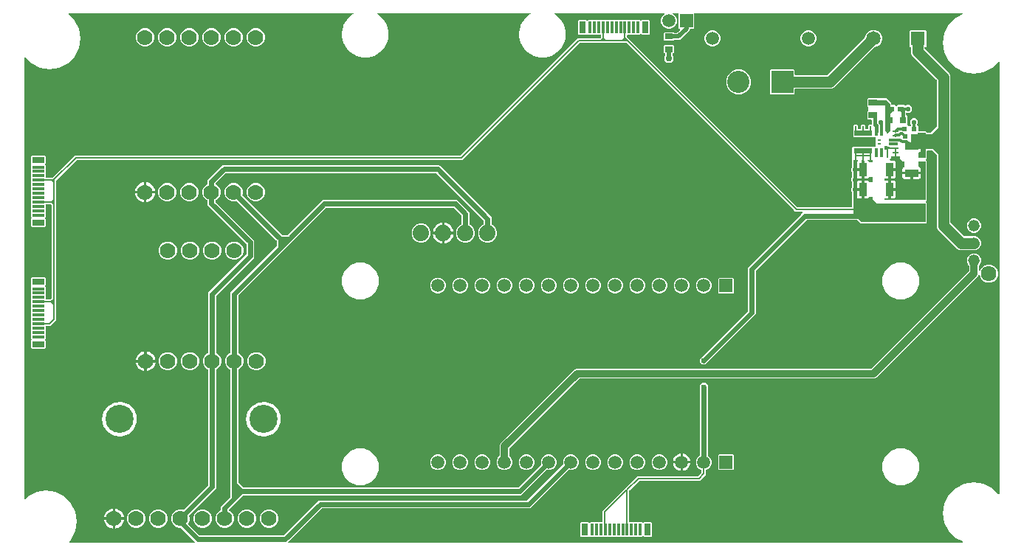
<source format=gbr>
G04 EAGLE Gerber RS-274X export*
G75*
%MOMM*%
%FSLAX34Y34*%
%LPD*%
%INTop Copper*%
%IPPOS*%
%AMOC8*
5,1,8,0,0,1.08239X$1,22.5*%
G01*
%ADD10C,1.879600*%
%ADD11C,1.778000*%
%ADD12R,1.500000X1.500000*%
%ADD13C,1.500000*%
%ADD14C,3.216000*%
%ADD15C,1.320800*%
%ADD16C,1.790700*%
%ADD17R,2.550000X2.550000*%
%ADD18C,2.550000*%
%ADD19R,0.254000X0.812800*%
%ADD20R,0.304800X1.092200*%
%ADD21R,0.254000X0.508000*%
%ADD22R,0.254000X0.711200*%
%ADD23R,0.711200X0.254000*%
%ADD24R,1.092200X0.304800*%
%ADD25R,0.406400X0.254000*%
%ADD26R,0.855600X1.600000*%
%ADD27R,1.600000X0.855600*%
%ADD28R,0.660400X0.558800*%
%ADD29R,0.605600X0.500000*%
%ADD30R,0.508000X0.558800*%
%ADD31R,0.990600X0.711200*%
%ADD32R,0.755600X0.799997*%
%ADD33R,1.650000X1.650000*%
%ADD34C,1.650000*%
%ADD35R,0.900000X0.650000*%
%ADD36R,1.400000X0.300000*%
%ADD37R,1.400000X0.700000*%
%ADD38R,0.300000X1.400000*%
%ADD39R,0.700000X1.400000*%
%ADD40C,0.555600*%
%ADD41C,0.609600*%
%ADD42C,1.270000*%
%ADD43C,0.304800*%
%ADD44C,0.406400*%
%ADD45C,0.508000*%
%ADD46C,0.605600*%
%ADD47C,0.200000*%
%ADD48C,0.812800*%
%ADD49C,0.755600*%

G36*
X285886Y55923D02*
X285886Y55923D01*
X285960Y55925D01*
X286006Y55942D01*
X286054Y55950D01*
X286119Y55985D01*
X286188Y56011D01*
X286226Y56042D01*
X286270Y56065D01*
X286320Y56119D01*
X286377Y56166D01*
X286403Y56207D01*
X286436Y56243D01*
X286467Y56310D01*
X286506Y56373D01*
X286517Y56421D01*
X286537Y56466D01*
X286544Y56539D01*
X286561Y56610D01*
X286556Y56659D01*
X286561Y56709D01*
X286545Y56780D01*
X286538Y56853D01*
X286517Y56898D01*
X286506Y56946D01*
X286467Y57009D01*
X286437Y57076D01*
X286390Y57132D01*
X286377Y57154D01*
X286364Y57164D01*
X286343Y57190D01*
X270467Y73066D01*
X270388Y73123D01*
X270313Y73185D01*
X270289Y73193D01*
X270269Y73208D01*
X270176Y73236D01*
X270085Y73271D01*
X270052Y73274D01*
X270036Y73279D01*
X270011Y73278D01*
X269938Y73285D01*
X267808Y73285D01*
X263981Y74871D01*
X261051Y77801D01*
X259465Y81628D01*
X259465Y85772D01*
X261051Y89599D01*
X263981Y92529D01*
X267808Y94115D01*
X271952Y94115D01*
X272816Y93757D01*
X272931Y93730D01*
X273053Y93701D01*
X273185Y93714D01*
X273296Y93725D01*
X273415Y93779D01*
X273518Y93826D01*
X273519Y93826D01*
X273632Y93919D01*
X301368Y121655D01*
X301425Y121734D01*
X301487Y121809D01*
X301495Y121833D01*
X301510Y121853D01*
X301538Y121946D01*
X301573Y122037D01*
X301576Y122070D01*
X301581Y122086D01*
X301580Y122111D01*
X301587Y122184D01*
X301587Y254431D01*
X301566Y254560D01*
X301548Y254671D01*
X301486Y254787D01*
X301433Y254886D01*
X301433Y254887D01*
X301363Y254952D01*
X301255Y255053D01*
X301254Y255054D01*
X301125Y255123D01*
X300261Y255481D01*
X297331Y258411D01*
X295745Y262238D01*
X295745Y266382D01*
X297331Y270209D01*
X300261Y273139D01*
X301124Y273497D01*
X301125Y273497D01*
X301213Y273552D01*
X301332Y273626D01*
X301407Y273717D01*
X301487Y273814D01*
X301487Y273815D01*
X301535Y273942D01*
X301573Y274042D01*
X301573Y274043D01*
X301573Y274044D01*
X301587Y274189D01*
X301587Y343054D01*
X304485Y345952D01*
X345208Y386675D01*
X345265Y386754D01*
X345327Y386829D01*
X345335Y386853D01*
X345350Y386873D01*
X345378Y386966D01*
X345413Y387057D01*
X345416Y387090D01*
X345421Y387106D01*
X345420Y387131D01*
X345427Y387204D01*
X345427Y398796D01*
X345411Y398892D01*
X345402Y398989D01*
X345392Y399012D01*
X345388Y399036D01*
X345342Y399122D01*
X345301Y399211D01*
X345280Y399237D01*
X345273Y399252D01*
X345254Y399269D01*
X345208Y399325D01*
X303825Y440708D01*
X300927Y443606D01*
X300927Y448561D01*
X300906Y448690D01*
X300888Y448801D01*
X300826Y448917D01*
X300773Y449016D01*
X300773Y449017D01*
X300703Y449082D01*
X300595Y449183D01*
X300594Y449184D01*
X300465Y449253D01*
X299601Y449611D01*
X296671Y452541D01*
X295085Y456368D01*
X295085Y460512D01*
X296671Y464339D01*
X299601Y467269D01*
X300464Y467627D01*
X300465Y467627D01*
X300553Y467682D01*
X300672Y467756D01*
X300744Y467844D01*
X300827Y467944D01*
X300827Y467945D01*
X300875Y468072D01*
X300913Y468172D01*
X300913Y468173D01*
X300913Y468174D01*
X300927Y468319D01*
X300927Y472394D01*
X303825Y475292D01*
X315208Y486675D01*
X318106Y489573D01*
X566894Y489573D01*
X626693Y429774D01*
X626693Y421879D01*
X626719Y421722D01*
X626732Y421639D01*
X626732Y421638D01*
X626804Y421505D01*
X626847Y421424D01*
X626847Y421423D01*
X626939Y421338D01*
X627025Y421257D01*
X627025Y421256D01*
X627026Y421256D01*
X627155Y421187D01*
X628307Y420710D01*
X631380Y417637D01*
X633043Y413623D01*
X633043Y409277D01*
X631380Y405263D01*
X628307Y402190D01*
X624293Y400527D01*
X619947Y400527D01*
X615933Y402190D01*
X612860Y405263D01*
X611197Y409277D01*
X611197Y413623D01*
X612860Y417637D01*
X615933Y420710D01*
X617084Y421187D01*
X617085Y421187D01*
X617173Y421242D01*
X617292Y421315D01*
X617292Y421316D01*
X617353Y421390D01*
X617447Y421504D01*
X617496Y421636D01*
X617533Y421732D01*
X617533Y421733D01*
X617533Y421734D01*
X617547Y421879D01*
X617547Y425676D01*
X617531Y425772D01*
X617522Y425869D01*
X617512Y425892D01*
X617508Y425916D01*
X617462Y426002D01*
X617421Y426091D01*
X617400Y426117D01*
X617393Y426132D01*
X617374Y426149D01*
X617328Y426205D01*
X563325Y480208D01*
X563246Y480265D01*
X563171Y480327D01*
X563147Y480335D01*
X563127Y480350D01*
X563034Y480378D01*
X562943Y480413D01*
X562910Y480416D01*
X562894Y480421D01*
X562869Y480420D01*
X562796Y480427D01*
X322204Y480427D01*
X322108Y480411D01*
X322011Y480402D01*
X321988Y480392D01*
X321964Y480388D01*
X321878Y480342D01*
X321789Y480301D01*
X321763Y480280D01*
X321748Y480273D01*
X321731Y480254D01*
X321675Y480208D01*
X310309Y468842D01*
X310280Y468802D01*
X310245Y468769D01*
X310210Y468704D01*
X310167Y468644D01*
X310153Y468597D01*
X310129Y468554D01*
X310117Y468481D01*
X310096Y468410D01*
X310098Y468361D01*
X310090Y468313D01*
X310102Y468240D01*
X310104Y468166D01*
X310121Y468121D01*
X310129Y468072D01*
X310164Y468007D01*
X310190Y467938D01*
X310221Y467900D01*
X310244Y467857D01*
X310298Y467806D01*
X310344Y467749D01*
X310386Y467723D01*
X310422Y467690D01*
X310551Y467621D01*
X310552Y467620D01*
X311399Y467269D01*
X314329Y464339D01*
X315915Y460512D01*
X315915Y456368D01*
X314329Y452541D01*
X311399Y449611D01*
X310536Y449253D01*
X310535Y449253D01*
X310447Y449198D01*
X310328Y449124D01*
X310240Y449017D01*
X310173Y448936D01*
X310173Y448935D01*
X310113Y448775D01*
X310087Y448708D01*
X310087Y448707D01*
X310087Y448706D01*
X310073Y448561D01*
X310073Y447704D01*
X310089Y447608D01*
X310098Y447511D01*
X310108Y447488D01*
X310112Y447464D01*
X310158Y447378D01*
X310199Y447289D01*
X310220Y447263D01*
X310227Y447248D01*
X310246Y447231D01*
X310292Y447175D01*
X351675Y405792D01*
X354573Y402894D01*
X354573Y383106D01*
X351675Y380208D01*
X310952Y339485D01*
X310895Y339406D01*
X310833Y339331D01*
X310825Y339307D01*
X310810Y339287D01*
X310782Y339194D01*
X310747Y339103D01*
X310744Y339070D01*
X310739Y339054D01*
X310740Y339029D01*
X310733Y338956D01*
X310733Y274189D01*
X310759Y274032D01*
X310772Y273949D01*
X310839Y273824D01*
X310887Y273734D01*
X310887Y273733D01*
X310976Y273650D01*
X311065Y273567D01*
X311066Y273566D01*
X311195Y273497D01*
X312059Y273139D01*
X314989Y270209D01*
X316575Y266382D01*
X316575Y262238D01*
X314989Y258411D01*
X312059Y255481D01*
X311196Y255123D01*
X311195Y255123D01*
X311107Y255068D01*
X310988Y254994D01*
X310900Y254887D01*
X310833Y254806D01*
X310833Y254805D01*
X310783Y254671D01*
X310747Y254578D01*
X310747Y254577D01*
X310747Y254576D01*
X310733Y254431D01*
X310733Y118086D01*
X280099Y87452D01*
X280020Y87342D01*
X279957Y87255D01*
X279957Y87254D01*
X279917Y87124D01*
X279886Y87021D01*
X279891Y86886D01*
X279894Y86777D01*
X279894Y86776D01*
X279937Y86636D01*
X280295Y85772D01*
X280295Y81628D01*
X278888Y78233D01*
X278860Y78111D01*
X278833Y77996D01*
X278833Y77995D01*
X278846Y77864D01*
X278857Y77753D01*
X278857Y77752D01*
X278910Y77634D01*
X278957Y77530D01*
X278958Y77529D01*
X279051Y77416D01*
X291675Y64792D01*
X291754Y64735D01*
X291829Y64673D01*
X291853Y64665D01*
X291873Y64650D01*
X291966Y64622D01*
X292057Y64587D01*
X292090Y64584D01*
X292106Y64579D01*
X292131Y64580D01*
X292204Y64573D01*
X387796Y64573D01*
X387892Y64589D01*
X387989Y64598D01*
X388012Y64608D01*
X388036Y64612D01*
X388122Y64658D01*
X388211Y64699D01*
X388237Y64720D01*
X388252Y64727D01*
X388269Y64746D01*
X388325Y64792D01*
X428106Y104573D01*
X667006Y104573D01*
X667102Y104589D01*
X667199Y104598D01*
X667222Y104608D01*
X667246Y104612D01*
X667332Y104658D01*
X667421Y104699D01*
X667447Y104720D01*
X667462Y104727D01*
X667479Y104746D01*
X667535Y104792D01*
X708549Y145805D01*
X708623Y145909D01*
X708691Y146003D01*
X708691Y146004D01*
X708713Y146076D01*
X708762Y146237D01*
X708758Y146351D01*
X708754Y146481D01*
X708753Y146482D01*
X708711Y146622D01*
X708679Y146699D01*
X708679Y150289D01*
X710053Y153606D01*
X712592Y156145D01*
X715909Y157519D01*
X719499Y157519D01*
X722816Y156145D01*
X725355Y153606D01*
X726729Y150289D01*
X726729Y146699D01*
X725355Y143382D01*
X722816Y140843D01*
X719499Y139469D01*
X715909Y139469D01*
X715833Y139501D01*
X715832Y139501D01*
X715730Y139525D01*
X715595Y139556D01*
X715594Y139557D01*
X715468Y139544D01*
X715352Y139533D01*
X715224Y139475D01*
X715130Y139432D01*
X715129Y139432D01*
X715129Y139431D01*
X715015Y139339D01*
X674002Y98325D01*
X671104Y95427D01*
X432204Y95427D01*
X432108Y95411D01*
X432011Y95402D01*
X431988Y95392D01*
X431964Y95388D01*
X431878Y95342D01*
X431789Y95301D01*
X431763Y95280D01*
X431748Y95273D01*
X431731Y95254D01*
X431675Y95208D01*
X394792Y58325D01*
X393657Y57190D01*
X393614Y57130D01*
X393564Y57076D01*
X393543Y57032D01*
X393514Y56991D01*
X393493Y56921D01*
X393463Y56854D01*
X393458Y56805D01*
X393444Y56758D01*
X393446Y56685D01*
X393439Y56611D01*
X393450Y56563D01*
X393451Y56514D01*
X393477Y56445D01*
X393494Y56374D01*
X393520Y56332D01*
X393537Y56286D01*
X393584Y56229D01*
X393623Y56166D01*
X393661Y56135D01*
X393692Y56097D01*
X393754Y56058D01*
X393811Y56011D01*
X393857Y55994D01*
X393899Y55968D01*
X393971Y55951D01*
X394039Y55925D01*
X394113Y55918D01*
X394137Y55912D01*
X394153Y55914D01*
X394186Y55911D01*
X1166439Y55911D01*
X1166506Y55922D01*
X1166575Y55923D01*
X1166626Y55942D01*
X1166679Y55950D01*
X1166740Y55983D01*
X1166804Y56006D01*
X1166847Y56040D01*
X1166895Y56065D01*
X1166941Y56116D01*
X1166995Y56158D01*
X1167024Y56204D01*
X1167061Y56243D01*
X1167090Y56306D01*
X1167127Y56364D01*
X1167140Y56416D01*
X1167162Y56466D01*
X1167169Y56534D01*
X1167185Y56601D01*
X1167181Y56655D01*
X1167186Y56709D01*
X1167171Y56775D01*
X1167165Y56844D01*
X1167143Y56893D01*
X1167131Y56946D01*
X1167095Y57005D01*
X1167067Y57067D01*
X1167031Y57108D01*
X1167002Y57154D01*
X1166949Y57197D01*
X1166903Y57248D01*
X1166833Y57293D01*
X1166814Y57308D01*
X1166801Y57313D01*
X1166779Y57328D01*
X1159103Y61238D01*
X1151238Y69103D01*
X1146189Y79014D01*
X1144449Y90000D01*
X1146189Y100986D01*
X1151238Y110897D01*
X1159103Y118762D01*
X1169014Y123811D01*
X1180000Y125551D01*
X1190986Y123811D01*
X1200897Y118762D01*
X1207810Y111848D01*
X1207870Y111805D01*
X1207924Y111755D01*
X1207968Y111735D01*
X1208009Y111706D01*
X1208079Y111685D01*
X1208146Y111654D01*
X1208195Y111649D01*
X1208242Y111635D01*
X1208315Y111637D01*
X1208389Y111630D01*
X1208437Y111641D01*
X1208486Y111643D01*
X1208555Y111669D01*
X1208626Y111685D01*
X1208668Y111711D01*
X1208714Y111729D01*
X1208771Y111775D01*
X1208834Y111814D01*
X1208865Y111852D01*
X1208903Y111883D01*
X1208942Y111946D01*
X1208989Y112003D01*
X1209006Y112049D01*
X1209032Y112091D01*
X1209049Y112162D01*
X1209075Y112231D01*
X1209082Y112304D01*
X1209088Y112328D01*
X1209086Y112345D01*
X1209089Y112378D01*
X1209089Y607622D01*
X1209077Y607695D01*
X1209075Y607768D01*
X1209058Y607814D01*
X1209050Y607863D01*
X1209015Y607928D01*
X1208989Y607996D01*
X1208958Y608035D01*
X1208935Y608078D01*
X1208881Y608128D01*
X1208834Y608185D01*
X1208793Y608211D01*
X1208757Y608245D01*
X1208690Y608275D01*
X1208627Y608314D01*
X1208579Y608325D01*
X1208534Y608346D01*
X1208461Y608353D01*
X1208390Y608370D01*
X1208341Y608365D01*
X1208291Y608370D01*
X1208220Y608353D01*
X1208147Y608346D01*
X1208102Y608326D01*
X1208054Y608315D01*
X1207991Y608276D01*
X1207924Y608246D01*
X1207868Y608199D01*
X1207846Y608186D01*
X1207836Y608173D01*
X1207810Y608152D01*
X1200897Y601238D01*
X1190986Y596189D01*
X1180000Y594449D01*
X1169014Y596189D01*
X1159103Y601238D01*
X1151238Y609103D01*
X1146189Y619014D01*
X1144449Y630000D01*
X1146189Y640986D01*
X1151238Y650897D01*
X1159103Y658762D01*
X1166779Y662672D01*
X1166834Y662713D01*
X1166895Y662745D01*
X1166932Y662785D01*
X1166975Y662817D01*
X1167014Y662873D01*
X1167061Y662924D01*
X1167084Y662973D01*
X1167115Y663017D01*
X1167134Y663083D01*
X1167162Y663146D01*
X1167168Y663200D01*
X1167183Y663252D01*
X1167179Y663320D01*
X1167186Y663389D01*
X1167174Y663441D01*
X1167172Y663495D01*
X1167147Y663559D01*
X1167131Y663626D01*
X1167102Y663672D01*
X1167083Y663723D01*
X1167039Y663775D01*
X1167002Y663834D01*
X1166960Y663868D01*
X1166926Y663909D01*
X1166867Y663945D01*
X1166814Y663989D01*
X1166763Y664008D01*
X1166717Y664036D01*
X1166650Y664051D01*
X1166586Y664075D01*
X1166502Y664083D01*
X1166478Y664088D01*
X1166465Y664087D01*
X1166439Y664089D01*
X859774Y664089D01*
X859750Y664085D01*
X859725Y664088D01*
X859630Y664066D01*
X859533Y664050D01*
X859512Y664038D01*
X859488Y664032D01*
X859404Y663981D01*
X859318Y663935D01*
X859301Y663917D01*
X859280Y663904D01*
X859218Y663828D01*
X859151Y663757D01*
X859141Y663734D01*
X859125Y663715D01*
X859091Y663624D01*
X859050Y663534D01*
X859048Y663510D01*
X859039Y663487D01*
X859025Y663340D01*
X859025Y646868D01*
X858132Y645975D01*
X854814Y645975D01*
X854790Y645971D01*
X854765Y645974D01*
X854670Y645952D01*
X854573Y645936D01*
X854552Y645924D01*
X854528Y645918D01*
X854444Y645867D01*
X854358Y645821D01*
X854341Y645803D01*
X854320Y645790D01*
X854258Y645714D01*
X854191Y645643D01*
X854181Y645620D01*
X854165Y645601D01*
X854131Y645510D01*
X854090Y645420D01*
X854088Y645396D01*
X854079Y645373D01*
X854065Y645226D01*
X854065Y644316D01*
X842934Y633185D01*
X836152Y633185D01*
X836056Y633169D01*
X835959Y633160D01*
X835936Y633150D01*
X835911Y633146D01*
X835825Y633100D01*
X835736Y633059D01*
X835711Y633038D01*
X835696Y633031D01*
X835679Y633012D01*
X835622Y632966D01*
X835132Y632475D01*
X824868Y632475D01*
X823975Y633368D01*
X823975Y641132D01*
X824868Y642025D01*
X835132Y642025D01*
X835622Y641534D01*
X835702Y641477D01*
X835777Y641415D01*
X835800Y641407D01*
X835820Y641392D01*
X835914Y641364D01*
X836005Y641329D01*
X836038Y641326D01*
X836054Y641321D01*
X836079Y641322D01*
X836152Y641315D01*
X839256Y641315D01*
X839352Y641331D01*
X839449Y641340D01*
X839472Y641350D01*
X839497Y641354D01*
X839583Y641400D01*
X839672Y641441D01*
X839697Y641462D01*
X839712Y641469D01*
X839729Y641488D01*
X839786Y641534D01*
X842948Y644696D01*
X842991Y644756D01*
X843041Y644810D01*
X843061Y644854D01*
X843090Y644895D01*
X843111Y644965D01*
X843142Y645032D01*
X843147Y645081D01*
X843161Y645128D01*
X843158Y645201D01*
X843166Y645275D01*
X843155Y645323D01*
X843153Y645372D01*
X843127Y645441D01*
X843110Y645512D01*
X843084Y645554D01*
X843067Y645600D01*
X843021Y645657D01*
X842982Y645720D01*
X842944Y645751D01*
X842912Y645789D01*
X842850Y645828D01*
X842793Y645875D01*
X842747Y645892D01*
X842705Y645918D01*
X842634Y645935D01*
X842565Y645961D01*
X842492Y645968D01*
X842468Y645974D01*
X842451Y645972D01*
X842418Y645975D01*
X841868Y645975D01*
X840975Y646868D01*
X840975Y663340D01*
X840971Y663364D01*
X840974Y663389D01*
X840952Y663484D01*
X840936Y663581D01*
X840924Y663602D01*
X840918Y663626D01*
X840867Y663710D01*
X840821Y663796D01*
X840803Y663813D01*
X840790Y663834D01*
X840714Y663896D01*
X840643Y663963D01*
X840620Y663973D01*
X840601Y663989D01*
X840510Y664023D01*
X840420Y664064D01*
X840396Y664066D01*
X840373Y664075D01*
X840226Y664089D01*
X835406Y664089D01*
X835310Y664073D01*
X835212Y664064D01*
X835190Y664054D01*
X835165Y664050D01*
X835079Y664003D01*
X834990Y663963D01*
X834972Y663946D01*
X834950Y663935D01*
X834883Y663863D01*
X834812Y663796D01*
X834800Y663775D01*
X834783Y663757D01*
X834743Y663667D01*
X834697Y663581D01*
X834693Y663557D01*
X834682Y663534D01*
X834673Y663437D01*
X834657Y663340D01*
X834661Y663316D01*
X834658Y663291D01*
X834681Y663196D01*
X834696Y663100D01*
X834708Y663078D01*
X834714Y663054D01*
X834765Y662970D01*
X834811Y662884D01*
X834829Y662868D01*
X834842Y662846D01*
X834918Y662784D01*
X834989Y662717D01*
X835018Y662702D01*
X835031Y662692D01*
X835054Y662683D01*
X835110Y662653D01*
X837651Y660112D01*
X839025Y656795D01*
X839025Y653205D01*
X837651Y649888D01*
X835112Y647349D01*
X831795Y645975D01*
X828205Y645975D01*
X824888Y647349D01*
X822349Y649888D01*
X820975Y653205D01*
X820975Y656795D01*
X822349Y660112D01*
X824892Y662655D01*
X824963Y662699D01*
X825050Y662745D01*
X825067Y662764D01*
X825088Y662777D01*
X825150Y662852D01*
X825217Y662924D01*
X825227Y662946D01*
X825243Y662965D01*
X825277Y663057D01*
X825318Y663146D01*
X825320Y663170D01*
X825329Y663193D01*
X825332Y663291D01*
X825342Y663389D01*
X825336Y663413D01*
X825337Y663437D01*
X825309Y663531D01*
X825286Y663626D01*
X825273Y663647D01*
X825266Y663671D01*
X825209Y663750D01*
X825158Y663834D01*
X825139Y663849D01*
X825124Y663869D01*
X825045Y663926D01*
X824969Y663989D01*
X824946Y663997D01*
X824926Y664012D01*
X824832Y664040D01*
X824741Y664075D01*
X824708Y664078D01*
X824693Y664083D01*
X824668Y664082D01*
X824594Y664089D01*
X699375Y664089D01*
X699327Y664081D01*
X699278Y664083D01*
X699207Y664062D01*
X699135Y664050D01*
X699091Y664026D01*
X699044Y664012D01*
X698984Y663969D01*
X698919Y663935D01*
X698886Y663899D01*
X698846Y663870D01*
X698803Y663810D01*
X698752Y663757D01*
X698732Y663712D01*
X698703Y663672D01*
X698682Y663601D01*
X698652Y663534D01*
X698647Y663485D01*
X698632Y663438D01*
X698635Y663365D01*
X698628Y663291D01*
X698639Y663244D01*
X698640Y663194D01*
X698666Y663126D01*
X698683Y663054D01*
X698709Y663012D01*
X698726Y662966D01*
X698773Y662909D01*
X698812Y662846D01*
X698850Y662815D01*
X698881Y662777D01*
X698999Y662692D01*
X699000Y662692D01*
X699000Y662691D01*
X699001Y662691D01*
X701476Y661262D01*
X706442Y656296D01*
X709953Y650215D01*
X711771Y643431D01*
X711771Y636409D01*
X711668Y636025D01*
X711668Y636024D01*
X711467Y635275D01*
X711266Y634526D01*
X711066Y633777D01*
X711065Y633777D01*
X710664Y632278D01*
X710463Y631529D01*
X710062Y630031D01*
X710062Y630030D01*
X709953Y629625D01*
X706442Y623544D01*
X701476Y618578D01*
X695395Y615067D01*
X688611Y613249D01*
X681589Y613249D01*
X674805Y615067D01*
X668724Y618578D01*
X663758Y623544D01*
X660247Y629625D01*
X658429Y636409D01*
X658429Y643431D01*
X658750Y644627D01*
X658950Y645376D01*
X659352Y646875D01*
X659553Y647624D01*
X659954Y649122D01*
X659954Y649123D01*
X660155Y649872D01*
X660247Y650215D01*
X663758Y656296D01*
X668724Y661262D01*
X671199Y662691D01*
X671237Y662722D01*
X671281Y662745D01*
X671331Y662799D01*
X671388Y662846D01*
X671414Y662888D01*
X671448Y662924D01*
X671478Y662990D01*
X671517Y663053D01*
X671528Y663101D01*
X671548Y663146D01*
X671556Y663219D01*
X671572Y663291D01*
X671568Y663340D01*
X671572Y663389D01*
X671556Y663460D01*
X671549Y663534D01*
X671528Y663578D01*
X671517Y663626D01*
X671478Y663689D01*
X671448Y663756D01*
X671414Y663792D01*
X671388Y663834D01*
X671332Y663880D01*
X671281Y663934D01*
X671238Y663957D01*
X671200Y663989D01*
X671131Y664014D01*
X671066Y664049D01*
X671018Y664057D01*
X670972Y664075D01*
X670827Y664089D01*
X670825Y664089D01*
X496175Y664089D01*
X496127Y664081D01*
X496078Y664083D01*
X496007Y664062D01*
X495935Y664050D01*
X495891Y664026D01*
X495844Y664012D01*
X495784Y663969D01*
X495719Y663935D01*
X495686Y663899D01*
X495646Y663870D01*
X495603Y663810D01*
X495552Y663757D01*
X495532Y663712D01*
X495504Y663672D01*
X495482Y663601D01*
X495452Y663534D01*
X495447Y663485D01*
X495433Y663438D01*
X495435Y663365D01*
X495428Y663291D01*
X495439Y663244D01*
X495440Y663194D01*
X495466Y663126D01*
X495483Y663054D01*
X495509Y663012D01*
X495526Y662966D01*
X495573Y662909D01*
X495612Y662846D01*
X495650Y662815D01*
X495681Y662777D01*
X495799Y662692D01*
X495800Y662692D01*
X495800Y662691D01*
X495801Y662691D01*
X498276Y661262D01*
X503242Y656296D01*
X506753Y650215D01*
X508571Y643431D01*
X508571Y636409D01*
X508468Y636025D01*
X508468Y636024D01*
X508267Y635275D01*
X508066Y634526D01*
X507866Y633777D01*
X507865Y633777D01*
X507464Y632278D01*
X507263Y631529D01*
X506862Y630031D01*
X506862Y630030D01*
X506753Y629625D01*
X503242Y623544D01*
X498276Y618578D01*
X492195Y615067D01*
X485411Y613249D01*
X478389Y613249D01*
X471605Y615067D01*
X465524Y618578D01*
X460558Y623544D01*
X457047Y629625D01*
X455229Y636409D01*
X455229Y643431D01*
X455550Y644627D01*
X455750Y645376D01*
X456152Y646875D01*
X456353Y647624D01*
X456754Y649122D01*
X456754Y649123D01*
X456955Y649872D01*
X457047Y650215D01*
X460558Y656296D01*
X465524Y661262D01*
X467999Y662691D01*
X468037Y662722D01*
X468081Y662745D01*
X468131Y662799D01*
X468188Y662846D01*
X468214Y662888D01*
X468248Y662924D01*
X468278Y662990D01*
X468317Y663053D01*
X468328Y663101D01*
X468348Y663146D01*
X468356Y663219D01*
X468372Y663291D01*
X468368Y663340D01*
X468372Y663389D01*
X468356Y663460D01*
X468349Y663534D01*
X468328Y663578D01*
X468317Y663626D01*
X468278Y663689D01*
X468248Y663756D01*
X468214Y663792D01*
X468188Y663834D01*
X468132Y663880D01*
X468081Y663934D01*
X468038Y663957D01*
X468000Y663989D01*
X467931Y664015D01*
X467866Y664049D01*
X467818Y664057D01*
X467772Y664075D01*
X467627Y664089D01*
X467625Y664089D01*
X142098Y664089D01*
X142025Y664077D01*
X141952Y664075D01*
X141906Y664058D01*
X141857Y664050D01*
X141792Y664015D01*
X141724Y663989D01*
X141685Y663958D01*
X141642Y663935D01*
X141592Y663881D01*
X141535Y663834D01*
X141509Y663793D01*
X141475Y663757D01*
X141445Y663690D01*
X141406Y663627D01*
X141395Y663579D01*
X141374Y663534D01*
X141367Y663461D01*
X141350Y663390D01*
X141355Y663341D01*
X141350Y663291D01*
X141367Y663220D01*
X141374Y663147D01*
X141394Y663102D01*
X141405Y663054D01*
X141444Y662991D01*
X141474Y662924D01*
X141521Y662868D01*
X141534Y662846D01*
X141547Y662836D01*
X141568Y662810D01*
X148722Y655657D01*
X153771Y645746D01*
X155511Y634760D01*
X153771Y623774D01*
X148722Y613863D01*
X140857Y605998D01*
X130946Y600949D01*
X119960Y599209D01*
X108974Y600949D01*
X99063Y605998D01*
X92190Y612872D01*
X92130Y612915D01*
X92076Y612965D01*
X92032Y612985D01*
X91991Y613014D01*
X91921Y613035D01*
X91854Y613066D01*
X91805Y613071D01*
X91758Y613085D01*
X91685Y613083D01*
X91611Y613090D01*
X91563Y613079D01*
X91514Y613077D01*
X91445Y613051D01*
X91374Y613035D01*
X91332Y613009D01*
X91286Y612991D01*
X91229Y612945D01*
X91166Y612906D01*
X91135Y612868D01*
X91097Y612837D01*
X91058Y612774D01*
X91011Y612717D01*
X90994Y612671D01*
X90968Y612629D01*
X90951Y612558D01*
X90925Y612489D01*
X90918Y612416D01*
X90912Y612392D01*
X90914Y612375D01*
X90911Y612342D01*
X90911Y106778D01*
X90923Y106705D01*
X90925Y106632D01*
X90942Y106586D01*
X90950Y106537D01*
X90985Y106472D01*
X91011Y106404D01*
X91042Y106365D01*
X91065Y106322D01*
X91119Y106272D01*
X91166Y106215D01*
X91207Y106189D01*
X91243Y106155D01*
X91310Y106125D01*
X91373Y106086D01*
X91421Y106075D01*
X91466Y106054D01*
X91539Y106047D01*
X91610Y106030D01*
X91659Y106035D01*
X91709Y106030D01*
X91780Y106047D01*
X91853Y106054D01*
X91898Y106074D01*
X91946Y106085D01*
X92009Y106124D01*
X92076Y106154D01*
X92132Y106201D01*
X92154Y106214D01*
X92164Y106227D01*
X92190Y106248D01*
X94963Y109022D01*
X104874Y114071D01*
X115860Y115811D01*
X126846Y114071D01*
X136757Y109022D01*
X144622Y101157D01*
X149671Y91246D01*
X151411Y80260D01*
X149671Y69274D01*
X144622Y59363D01*
X142448Y57190D01*
X142405Y57130D01*
X142355Y57076D01*
X142335Y57032D01*
X142306Y56991D01*
X142285Y56921D01*
X142254Y56854D01*
X142249Y56805D01*
X142235Y56758D01*
X142237Y56685D01*
X142230Y56611D01*
X142241Y56563D01*
X142243Y56514D01*
X142269Y56445D01*
X142285Y56374D01*
X142311Y56332D01*
X142329Y56286D01*
X142375Y56229D01*
X142414Y56166D01*
X142452Y56135D01*
X142483Y56097D01*
X142546Y56058D01*
X142603Y56011D01*
X142649Y55994D01*
X142691Y55968D01*
X142762Y55951D01*
X142831Y55925D01*
X142904Y55918D01*
X142928Y55912D01*
X142945Y55914D01*
X142978Y55911D01*
X285814Y55911D01*
X285886Y55923D01*
G37*
%LPC*%
G36*
X868106Y260427D02*
X868106Y260427D01*
X865427Y263106D01*
X865427Y266894D01*
X920208Y321675D01*
X920265Y321754D01*
X920327Y321829D01*
X920335Y321853D01*
X920350Y321873D01*
X920378Y321966D01*
X920413Y322057D01*
X920416Y322090D01*
X920421Y322106D01*
X920420Y322131D01*
X920427Y322204D01*
X920427Y371894D01*
X981218Y432685D01*
X983359Y434826D01*
X983402Y434886D01*
X983452Y434940D01*
X983473Y434984D01*
X983502Y435025D01*
X983523Y435095D01*
X983553Y435162D01*
X983558Y435211D01*
X983572Y435258D01*
X983570Y435331D01*
X983577Y435405D01*
X983566Y435453D01*
X983565Y435502D01*
X983539Y435571D01*
X983522Y435642D01*
X983496Y435684D01*
X983479Y435730D01*
X983432Y435787D01*
X983393Y435850D01*
X983355Y435881D01*
X983324Y435919D01*
X983262Y435958D01*
X983205Y436005D01*
X983159Y436022D01*
X983117Y436048D01*
X983045Y436065D01*
X982977Y436091D01*
X982903Y436098D01*
X982879Y436104D01*
X982863Y436102D01*
X982830Y436105D01*
X975104Y436105D01*
X781494Y629716D01*
X781414Y629773D01*
X781339Y629835D01*
X781316Y629843D01*
X781295Y629858D01*
X781202Y629886D01*
X781111Y629921D01*
X781078Y629924D01*
X781062Y629929D01*
X781037Y629928D01*
X780964Y629935D01*
X727796Y629935D01*
X727700Y629919D01*
X727603Y629910D01*
X727580Y629900D01*
X727555Y629896D01*
X727469Y629850D01*
X727381Y629809D01*
X727355Y629788D01*
X727340Y629781D01*
X727323Y629762D01*
X727266Y629716D01*
X592866Y495315D01*
X151216Y495315D01*
X151120Y495299D01*
X151023Y495290D01*
X151000Y495280D01*
X150975Y495276D01*
X150889Y495230D01*
X150801Y495189D01*
X150775Y495168D01*
X150760Y495161D01*
X150743Y495142D01*
X150686Y495096D01*
X127204Y471614D01*
X127147Y471534D01*
X127085Y471459D01*
X127077Y471436D01*
X127062Y471415D01*
X127034Y471322D01*
X126999Y471231D01*
X126996Y471198D01*
X126991Y471182D01*
X126992Y471157D01*
X126985Y471084D01*
X126985Y311374D01*
X120626Y305015D01*
X115954Y305015D01*
X115930Y305011D01*
X115905Y305014D01*
X115810Y304992D01*
X115713Y304976D01*
X115692Y304964D01*
X115668Y304958D01*
X115584Y304907D01*
X115498Y304861D01*
X115481Y304843D01*
X115460Y304830D01*
X115398Y304754D01*
X115331Y304683D01*
X115321Y304660D01*
X115305Y304641D01*
X115271Y304550D01*
X115230Y304460D01*
X115228Y304436D01*
X115219Y304413D01*
X115205Y304266D01*
X115205Y300329D01*
X115204Y300327D01*
X115182Y300232D01*
X115153Y300138D01*
X115154Y300114D01*
X115148Y300090D01*
X115158Y299992D01*
X115161Y299894D01*
X115170Y299871D01*
X115172Y299847D01*
X115205Y299774D01*
X115205Y295329D01*
X115204Y295327D01*
X115182Y295232D01*
X115153Y295138D01*
X115154Y295114D01*
X115148Y295090D01*
X115158Y294992D01*
X115161Y294894D01*
X115170Y294871D01*
X115172Y294847D01*
X115205Y294774D01*
X115205Y290408D01*
X114616Y289820D01*
X114602Y289800D01*
X114583Y289784D01*
X114531Y289701D01*
X114474Y289621D01*
X114467Y289598D01*
X114454Y289577D01*
X114432Y289482D01*
X114403Y289388D01*
X114404Y289364D01*
X114398Y289340D01*
X114408Y289242D01*
X114411Y289144D01*
X114420Y289121D01*
X114422Y289097D01*
X114462Y289007D01*
X114497Y288916D01*
X114512Y288897D01*
X114522Y288874D01*
X114616Y288760D01*
X115205Y288172D01*
X115205Y279908D01*
X114312Y279015D01*
X99048Y279015D01*
X98155Y279908D01*
X98155Y288172D01*
X98744Y288760D01*
X98758Y288780D01*
X98777Y288796D01*
X98829Y288879D01*
X98886Y288959D01*
X98893Y288982D01*
X98906Y289003D01*
X98928Y289098D01*
X98957Y289192D01*
X98956Y289217D01*
X98962Y289240D01*
X98952Y289338D01*
X98949Y289436D01*
X98940Y289459D01*
X98938Y289483D01*
X98898Y289573D01*
X98863Y289664D01*
X98848Y289683D01*
X98838Y289706D01*
X98744Y289820D01*
X98155Y290408D01*
X98155Y294751D01*
X98156Y294753D01*
X98179Y294849D01*
X98207Y294942D01*
X98206Y294967D01*
X98212Y294991D01*
X98202Y295088D01*
X98199Y295186D01*
X98190Y295209D01*
X98188Y295233D01*
X98155Y295306D01*
X98155Y299751D01*
X98156Y299753D01*
X98179Y299849D01*
X98207Y299942D01*
X98206Y299967D01*
X98212Y299991D01*
X98202Y300088D01*
X98199Y300186D01*
X98190Y300209D01*
X98188Y300233D01*
X98155Y300306D01*
X98155Y304751D01*
X98156Y304753D01*
X98179Y304849D01*
X98207Y304942D01*
X98206Y304967D01*
X98212Y304991D01*
X98202Y305088D01*
X98199Y305186D01*
X98190Y305209D01*
X98188Y305233D01*
X98155Y305306D01*
X98155Y309751D01*
X98156Y309753D01*
X98179Y309849D01*
X98207Y309942D01*
X98206Y309967D01*
X98212Y309991D01*
X98202Y310088D01*
X98199Y310186D01*
X98190Y310209D01*
X98188Y310233D01*
X98155Y310306D01*
X98155Y314751D01*
X98156Y314753D01*
X98179Y314849D01*
X98207Y314942D01*
X98206Y314967D01*
X98212Y314991D01*
X98202Y315088D01*
X98199Y315186D01*
X98190Y315209D01*
X98188Y315233D01*
X98155Y315306D01*
X98155Y319751D01*
X98156Y319753D01*
X98179Y319849D01*
X98207Y319942D01*
X98206Y319967D01*
X98212Y319991D01*
X98202Y320088D01*
X98199Y320186D01*
X98190Y320209D01*
X98188Y320233D01*
X98155Y320306D01*
X98155Y324751D01*
X98156Y324753D01*
X98179Y324849D01*
X98207Y324942D01*
X98206Y324967D01*
X98212Y324991D01*
X98202Y325088D01*
X98199Y325186D01*
X98190Y325209D01*
X98188Y325233D01*
X98155Y325306D01*
X98155Y329751D01*
X98156Y329753D01*
X98179Y329849D01*
X98207Y329942D01*
X98206Y329967D01*
X98212Y329991D01*
X98202Y330088D01*
X98199Y330186D01*
X98190Y330209D01*
X98188Y330233D01*
X98155Y330306D01*
X98155Y334751D01*
X98156Y334753D01*
X98179Y334849D01*
X98207Y334942D01*
X98206Y334967D01*
X98212Y334991D01*
X98202Y335088D01*
X98199Y335186D01*
X98190Y335209D01*
X98188Y335233D01*
X98155Y335306D01*
X98155Y339751D01*
X98156Y339753D01*
X98179Y339849D01*
X98207Y339942D01*
X98206Y339967D01*
X98212Y339991D01*
X98202Y340088D01*
X98199Y340186D01*
X98190Y340209D01*
X98188Y340233D01*
X98155Y340306D01*
X98155Y344751D01*
X98156Y344753D01*
X98179Y344849D01*
X98207Y344942D01*
X98206Y344967D01*
X98212Y344991D01*
X98202Y345088D01*
X98199Y345186D01*
X98190Y345209D01*
X98188Y345233D01*
X98155Y345306D01*
X98155Y349672D01*
X98744Y350260D01*
X98758Y350280D01*
X98777Y350296D01*
X98829Y350379D01*
X98886Y350459D01*
X98893Y350482D01*
X98906Y350503D01*
X98928Y350598D01*
X98957Y350692D01*
X98956Y350716D01*
X98962Y350740D01*
X98952Y350838D01*
X98949Y350936D01*
X98940Y350959D01*
X98938Y350983D01*
X98898Y351073D01*
X98863Y351164D01*
X98848Y351183D01*
X98838Y351206D01*
X98744Y351320D01*
X98155Y351908D01*
X98155Y360172D01*
X99048Y361065D01*
X114312Y361065D01*
X115205Y360172D01*
X115205Y351908D01*
X114616Y351320D01*
X114602Y351300D01*
X114583Y351284D01*
X114531Y351201D01*
X114474Y351121D01*
X114467Y351098D01*
X114454Y351077D01*
X114432Y350982D01*
X114403Y350888D01*
X114404Y350863D01*
X114398Y350840D01*
X114408Y350742D01*
X114411Y350644D01*
X114420Y350621D01*
X114422Y350597D01*
X114462Y350507D01*
X114497Y350416D01*
X114512Y350397D01*
X114522Y350374D01*
X114616Y350260D01*
X115205Y349672D01*
X115205Y345329D01*
X115204Y345327D01*
X115182Y345232D01*
X115153Y345138D01*
X115154Y345114D01*
X115148Y345090D01*
X115158Y344992D01*
X115161Y344894D01*
X115170Y344871D01*
X115172Y344847D01*
X115205Y344774D01*
X115205Y340329D01*
X115204Y340327D01*
X115182Y340232D01*
X115153Y340138D01*
X115154Y340114D01*
X115148Y340090D01*
X115158Y339992D01*
X115161Y339894D01*
X115170Y339871D01*
X115172Y339847D01*
X115205Y339774D01*
X115205Y335814D01*
X115209Y335790D01*
X115206Y335765D01*
X115228Y335670D01*
X115244Y335573D01*
X115256Y335552D01*
X115262Y335528D01*
X115313Y335444D01*
X115359Y335358D01*
X115377Y335341D01*
X115390Y335320D01*
X115466Y335258D01*
X115537Y335191D01*
X115560Y335181D01*
X115579Y335165D01*
X115670Y335131D01*
X115760Y335090D01*
X115784Y335088D01*
X115807Y335079D01*
X115954Y335065D01*
X120364Y335065D01*
X120460Y335081D01*
X120557Y335090D01*
X120580Y335100D01*
X120605Y335104D01*
X120691Y335151D01*
X120779Y335191D01*
X120805Y335212D01*
X120820Y335219D01*
X120837Y335238D01*
X120894Y335284D01*
X121716Y336106D01*
X121773Y336186D01*
X121835Y336261D01*
X121843Y336284D01*
X121858Y336305D01*
X121886Y336398D01*
X121921Y336489D01*
X121924Y336522D01*
X121929Y336538D01*
X121928Y336563D01*
X121935Y336636D01*
X121935Y443544D01*
X121919Y443640D01*
X121910Y443737D01*
X121900Y443760D01*
X121896Y443785D01*
X121850Y443871D01*
X121809Y443959D01*
X121788Y443985D01*
X121781Y444000D01*
X121762Y444017D01*
X121716Y444074D01*
X121294Y444496D01*
X121214Y444553D01*
X121139Y444615D01*
X121116Y444623D01*
X121095Y444638D01*
X121002Y444666D01*
X120911Y444701D01*
X120878Y444704D01*
X120862Y444709D01*
X120837Y444708D01*
X120764Y444715D01*
X115954Y444715D01*
X115930Y444711D01*
X115905Y444714D01*
X115810Y444692D01*
X115713Y444676D01*
X115692Y444664D01*
X115668Y444658D01*
X115584Y444607D01*
X115498Y444561D01*
X115481Y444543D01*
X115460Y444530D01*
X115398Y444454D01*
X115331Y444383D01*
X115321Y444360D01*
X115305Y444341D01*
X115271Y444250D01*
X115230Y444160D01*
X115228Y444136D01*
X115219Y444113D01*
X115205Y443966D01*
X115205Y440029D01*
X115204Y440027D01*
X115182Y439932D01*
X115153Y439838D01*
X115154Y439814D01*
X115148Y439790D01*
X115158Y439692D01*
X115161Y439594D01*
X115170Y439571D01*
X115172Y439547D01*
X115205Y439474D01*
X115205Y435029D01*
X115204Y435027D01*
X115182Y434932D01*
X115153Y434838D01*
X115154Y434814D01*
X115148Y434790D01*
X115158Y434692D01*
X115161Y434594D01*
X115170Y434571D01*
X115172Y434547D01*
X115205Y434474D01*
X115205Y430108D01*
X114616Y429520D01*
X114602Y429500D01*
X114583Y429484D01*
X114531Y429401D01*
X114474Y429321D01*
X114467Y429298D01*
X114454Y429277D01*
X114432Y429182D01*
X114403Y429088D01*
X114404Y429064D01*
X114398Y429040D01*
X114408Y428942D01*
X114411Y428844D01*
X114420Y428821D01*
X114422Y428797D01*
X114462Y428707D01*
X114497Y428616D01*
X114512Y428597D01*
X114522Y428574D01*
X114616Y428460D01*
X115205Y427872D01*
X115205Y419608D01*
X114312Y418715D01*
X99048Y418715D01*
X98155Y419608D01*
X98155Y427872D01*
X98744Y428460D01*
X98758Y428480D01*
X98777Y428496D01*
X98829Y428579D01*
X98886Y428659D01*
X98893Y428682D01*
X98906Y428703D01*
X98928Y428798D01*
X98957Y428892D01*
X98956Y428917D01*
X98962Y428940D01*
X98952Y429038D01*
X98949Y429136D01*
X98940Y429159D01*
X98938Y429183D01*
X98898Y429273D01*
X98863Y429364D01*
X98848Y429383D01*
X98838Y429406D01*
X98744Y429520D01*
X98155Y430108D01*
X98155Y434451D01*
X98156Y434453D01*
X98179Y434549D01*
X98207Y434642D01*
X98206Y434667D01*
X98212Y434691D01*
X98202Y434788D01*
X98199Y434886D01*
X98190Y434909D01*
X98188Y434933D01*
X98155Y435006D01*
X98155Y439451D01*
X98156Y439453D01*
X98179Y439549D01*
X98207Y439642D01*
X98206Y439667D01*
X98212Y439691D01*
X98202Y439788D01*
X98199Y439886D01*
X98190Y439909D01*
X98188Y439933D01*
X98155Y440006D01*
X98155Y444451D01*
X98156Y444453D01*
X98179Y444549D01*
X98207Y444642D01*
X98206Y444667D01*
X98212Y444691D01*
X98202Y444788D01*
X98199Y444886D01*
X98190Y444909D01*
X98188Y444933D01*
X98155Y445006D01*
X98155Y449451D01*
X98156Y449453D01*
X98179Y449549D01*
X98207Y449642D01*
X98206Y449667D01*
X98212Y449691D01*
X98202Y449788D01*
X98199Y449886D01*
X98190Y449909D01*
X98188Y449933D01*
X98155Y450006D01*
X98155Y454451D01*
X98156Y454453D01*
X98179Y454549D01*
X98207Y454642D01*
X98206Y454667D01*
X98212Y454691D01*
X98202Y454788D01*
X98199Y454886D01*
X98190Y454909D01*
X98188Y454933D01*
X98155Y455006D01*
X98155Y459451D01*
X98156Y459453D01*
X98179Y459549D01*
X98207Y459642D01*
X98206Y459667D01*
X98212Y459691D01*
X98202Y459788D01*
X98199Y459886D01*
X98190Y459909D01*
X98188Y459933D01*
X98155Y460006D01*
X98155Y464451D01*
X98156Y464453D01*
X98179Y464549D01*
X98207Y464642D01*
X98206Y464667D01*
X98212Y464691D01*
X98202Y464788D01*
X98199Y464886D01*
X98190Y464909D01*
X98188Y464933D01*
X98155Y465006D01*
X98155Y469451D01*
X98156Y469453D01*
X98179Y469549D01*
X98207Y469642D01*
X98206Y469667D01*
X98212Y469691D01*
X98202Y469788D01*
X98199Y469886D01*
X98190Y469909D01*
X98188Y469933D01*
X98155Y470006D01*
X98155Y474451D01*
X98156Y474453D01*
X98170Y474511D01*
X98186Y474547D01*
X98190Y474587D01*
X98207Y474642D01*
X98206Y474667D01*
X98212Y474691D01*
X98206Y474748D01*
X98210Y474790D01*
X98201Y474831D01*
X98199Y474886D01*
X98190Y474909D01*
X98188Y474933D01*
X98165Y474983D01*
X98155Y475027D01*
X98155Y479451D01*
X98156Y479453D01*
X98179Y479549D01*
X98207Y479642D01*
X98206Y479667D01*
X98212Y479691D01*
X98202Y479788D01*
X98199Y479886D01*
X98190Y479909D01*
X98188Y479933D01*
X98155Y480006D01*
X98155Y484451D01*
X98156Y484453D01*
X98179Y484549D01*
X98207Y484642D01*
X98206Y484667D01*
X98212Y484691D01*
X98202Y484788D01*
X98199Y484886D01*
X98190Y484909D01*
X98188Y484933D01*
X98155Y485006D01*
X98155Y489372D01*
X98744Y489960D01*
X98758Y489980D01*
X98777Y489996D01*
X98805Y490040D01*
X98823Y490059D01*
X98836Y490089D01*
X98886Y490159D01*
X98893Y490182D01*
X98906Y490203D01*
X98928Y490298D01*
X98957Y490392D01*
X98956Y490416D01*
X98962Y490440D01*
X98952Y490538D01*
X98949Y490636D01*
X98940Y490659D01*
X98938Y490683D01*
X98898Y490773D01*
X98863Y490864D01*
X98848Y490883D01*
X98838Y490906D01*
X98744Y491020D01*
X98155Y491608D01*
X98155Y499872D01*
X99048Y500765D01*
X114312Y500765D01*
X115205Y499872D01*
X115205Y491608D01*
X114616Y491020D01*
X114602Y491000D01*
X114583Y490984D01*
X114531Y490901D01*
X114474Y490821D01*
X114467Y490798D01*
X114454Y490777D01*
X114432Y490682D01*
X114403Y490588D01*
X114404Y490563D01*
X114398Y490540D01*
X114408Y490442D01*
X114411Y490344D01*
X114420Y490321D01*
X114422Y490297D01*
X114462Y490207D01*
X114466Y490199D01*
X114468Y490190D01*
X114471Y490184D01*
X114497Y490116D01*
X114512Y490097D01*
X114522Y490074D01*
X114591Y489990D01*
X114596Y489982D01*
X114601Y489978D01*
X114616Y489960D01*
X115205Y489372D01*
X115205Y485029D01*
X115204Y485027D01*
X115182Y484932D01*
X115153Y484838D01*
X115154Y484814D01*
X115148Y484790D01*
X115158Y484692D01*
X115161Y484594D01*
X115170Y484571D01*
X115172Y484547D01*
X115205Y484474D01*
X115205Y480029D01*
X115204Y480027D01*
X115182Y479932D01*
X115153Y479838D01*
X115154Y479814D01*
X115148Y479790D01*
X115158Y479692D01*
X115161Y479594D01*
X115170Y479571D01*
X115172Y479547D01*
X115205Y479474D01*
X115205Y475514D01*
X115209Y475490D01*
X115206Y475465D01*
X115228Y475370D01*
X115244Y475273D01*
X115256Y475252D01*
X115262Y475228D01*
X115313Y475144D01*
X115359Y475058D01*
X115377Y475041D01*
X115390Y475020D01*
X115466Y474958D01*
X115537Y474891D01*
X115560Y474881D01*
X115579Y474865D01*
X115670Y474831D01*
X115760Y474790D01*
X115784Y474788D01*
X115807Y474779D01*
X115954Y474765D01*
X122904Y474765D01*
X123000Y474781D01*
X123097Y474790D01*
X123120Y474800D01*
X123145Y474804D01*
X123231Y474850D01*
X123319Y474891D01*
X123345Y474912D01*
X123360Y474919D01*
X123377Y474938D01*
X123434Y474984D01*
X148814Y500365D01*
X590464Y500365D01*
X590560Y500381D01*
X590657Y500390D01*
X590680Y500400D01*
X590705Y500404D01*
X590791Y500450D01*
X590879Y500491D01*
X590905Y500512D01*
X590920Y500519D01*
X590937Y500538D01*
X590994Y500584D01*
X725394Y634985D01*
X750884Y634985D01*
X750980Y635001D01*
X751077Y635010D01*
X751100Y635020D01*
X751125Y635024D01*
X751211Y635070D01*
X751299Y635111D01*
X751325Y635132D01*
X751340Y635139D01*
X751357Y635158D01*
X751414Y635204D01*
X751836Y635626D01*
X751893Y635706D01*
X751955Y635781D01*
X751963Y635804D01*
X751978Y635825D01*
X752006Y635918D01*
X752041Y636009D01*
X752044Y636042D01*
X752049Y636058D01*
X752048Y636083D01*
X752055Y636156D01*
X752055Y638426D01*
X752051Y638450D01*
X752054Y638475D01*
X752032Y638570D01*
X752016Y638667D01*
X752004Y638688D01*
X751998Y638712D01*
X751947Y638796D01*
X751901Y638882D01*
X751883Y638899D01*
X751870Y638920D01*
X751794Y638982D01*
X751723Y639049D01*
X751700Y639059D01*
X751681Y639075D01*
X751590Y639109D01*
X751500Y639150D01*
X751476Y639152D01*
X751453Y639161D01*
X751306Y639175D01*
X747369Y639175D01*
X747367Y639176D01*
X747272Y639198D01*
X747178Y639227D01*
X747154Y639226D01*
X747130Y639232D01*
X747032Y639222D01*
X746934Y639219D01*
X746911Y639210D01*
X746887Y639208D01*
X746814Y639175D01*
X742369Y639175D01*
X742367Y639176D01*
X742272Y639198D01*
X742178Y639227D01*
X742154Y639226D01*
X742130Y639232D01*
X742032Y639222D01*
X741934Y639219D01*
X741911Y639210D01*
X741887Y639208D01*
X741814Y639175D01*
X737448Y639175D01*
X736860Y639764D01*
X736840Y639778D01*
X736824Y639797D01*
X736741Y639849D01*
X736661Y639906D01*
X736638Y639913D01*
X736617Y639926D01*
X736522Y639948D01*
X736428Y639977D01*
X736404Y639976D01*
X736380Y639982D01*
X736282Y639972D01*
X736184Y639969D01*
X736161Y639960D01*
X736137Y639958D01*
X736047Y639918D01*
X735956Y639883D01*
X735937Y639868D01*
X735914Y639858D01*
X735800Y639764D01*
X735212Y639175D01*
X726948Y639175D01*
X726055Y640068D01*
X726055Y655332D01*
X726948Y656225D01*
X735212Y656225D01*
X735800Y655636D01*
X735820Y655622D01*
X735836Y655603D01*
X735919Y655551D01*
X735999Y655494D01*
X736022Y655487D01*
X736043Y655474D01*
X736138Y655452D01*
X736232Y655423D01*
X736257Y655424D01*
X736280Y655418D01*
X736378Y655428D01*
X736476Y655431D01*
X736499Y655440D01*
X736523Y655442D01*
X736613Y655482D01*
X736704Y655517D01*
X736723Y655532D01*
X736746Y655542D01*
X736860Y655636D01*
X737448Y656225D01*
X741791Y656225D01*
X741793Y656224D01*
X741889Y656201D01*
X741982Y656173D01*
X742007Y656174D01*
X742031Y656168D01*
X742128Y656178D01*
X742226Y656181D01*
X742249Y656190D01*
X742273Y656192D01*
X742346Y656225D01*
X746791Y656225D01*
X746793Y656224D01*
X746889Y656201D01*
X746982Y656173D01*
X747007Y656174D01*
X747031Y656168D01*
X747128Y656178D01*
X747226Y656181D01*
X747249Y656190D01*
X747273Y656192D01*
X747346Y656225D01*
X751791Y656225D01*
X751793Y656224D01*
X751889Y656201D01*
X751982Y656173D01*
X752007Y656174D01*
X752031Y656168D01*
X752128Y656178D01*
X752226Y656181D01*
X752249Y656190D01*
X752273Y656192D01*
X752346Y656225D01*
X756791Y656225D01*
X756793Y656224D01*
X756888Y656202D01*
X756982Y656173D01*
X757006Y656174D01*
X757030Y656168D01*
X757128Y656178D01*
X757226Y656181D01*
X757249Y656190D01*
X757273Y656192D01*
X757346Y656225D01*
X761791Y656225D01*
X761793Y656224D01*
X761889Y656201D01*
X761982Y656173D01*
X762007Y656174D01*
X762031Y656168D01*
X762128Y656178D01*
X762226Y656181D01*
X762249Y656190D01*
X762273Y656192D01*
X762346Y656225D01*
X766791Y656225D01*
X766793Y656224D01*
X766889Y656201D01*
X766982Y656173D01*
X767007Y656174D01*
X767031Y656168D01*
X767128Y656178D01*
X767226Y656181D01*
X767249Y656190D01*
X767273Y656192D01*
X767346Y656225D01*
X771791Y656225D01*
X771793Y656224D01*
X771889Y656201D01*
X771982Y656173D01*
X772007Y656174D01*
X772031Y656168D01*
X772128Y656178D01*
X772226Y656181D01*
X772249Y656190D01*
X772273Y656192D01*
X772346Y656225D01*
X776791Y656225D01*
X776793Y656224D01*
X776889Y656201D01*
X776982Y656173D01*
X777007Y656174D01*
X777031Y656168D01*
X777128Y656178D01*
X777226Y656181D01*
X777249Y656190D01*
X777273Y656192D01*
X777346Y656225D01*
X781791Y656225D01*
X781793Y656224D01*
X781889Y656201D01*
X781982Y656173D01*
X782007Y656174D01*
X782031Y656168D01*
X782128Y656178D01*
X782226Y656181D01*
X782249Y656190D01*
X782273Y656192D01*
X782346Y656225D01*
X786791Y656225D01*
X786793Y656224D01*
X786889Y656201D01*
X786982Y656173D01*
X787007Y656174D01*
X787031Y656168D01*
X787128Y656178D01*
X787226Y656181D01*
X787249Y656190D01*
X787273Y656192D01*
X787346Y656225D01*
X791791Y656225D01*
X791793Y656224D01*
X791889Y656201D01*
X791982Y656173D01*
X792007Y656174D01*
X792031Y656168D01*
X792128Y656178D01*
X792226Y656181D01*
X792249Y656190D01*
X792273Y656192D01*
X792346Y656225D01*
X796712Y656225D01*
X797300Y655636D01*
X797320Y655622D01*
X797336Y655603D01*
X797419Y655551D01*
X797499Y655494D01*
X797522Y655487D01*
X797543Y655474D01*
X797638Y655452D01*
X797732Y655423D01*
X797757Y655424D01*
X797780Y655418D01*
X797878Y655428D01*
X797976Y655431D01*
X797999Y655440D01*
X798023Y655442D01*
X798113Y655482D01*
X798204Y655517D01*
X798223Y655532D01*
X798246Y655542D01*
X798360Y655636D01*
X798948Y656225D01*
X807212Y656225D01*
X808105Y655332D01*
X808105Y640068D01*
X807212Y639175D01*
X798948Y639175D01*
X798360Y639764D01*
X798340Y639778D01*
X798324Y639797D01*
X798241Y639849D01*
X798161Y639906D01*
X798138Y639913D01*
X798117Y639926D01*
X798022Y639948D01*
X797928Y639977D01*
X797904Y639976D01*
X797880Y639982D01*
X797782Y639972D01*
X797684Y639969D01*
X797661Y639960D01*
X797637Y639958D01*
X797547Y639918D01*
X797456Y639883D01*
X797437Y639868D01*
X797414Y639858D01*
X797300Y639764D01*
X796712Y639175D01*
X792369Y639175D01*
X792367Y639176D01*
X792272Y639198D01*
X792178Y639227D01*
X792154Y639226D01*
X792130Y639232D01*
X792032Y639222D01*
X791934Y639219D01*
X791911Y639210D01*
X791887Y639208D01*
X791814Y639175D01*
X787369Y639175D01*
X787367Y639176D01*
X787272Y639198D01*
X787178Y639227D01*
X787154Y639226D01*
X787130Y639232D01*
X787032Y639222D01*
X786934Y639219D01*
X786911Y639210D01*
X786887Y639208D01*
X786814Y639175D01*
X782854Y639175D01*
X782830Y639171D01*
X782805Y639174D01*
X782710Y639152D01*
X782613Y639136D01*
X782592Y639124D01*
X782568Y639118D01*
X782484Y639067D01*
X782398Y639021D01*
X782381Y639003D01*
X782360Y638990D01*
X782298Y638914D01*
X782231Y638843D01*
X782221Y638820D01*
X782205Y638801D01*
X782171Y638710D01*
X782130Y638620D01*
X782128Y638596D01*
X782119Y638573D01*
X782105Y638426D01*
X782105Y636556D01*
X782107Y636541D01*
X782106Y636531D01*
X782115Y636493D01*
X782121Y636460D01*
X782130Y636363D01*
X782140Y636340D01*
X782144Y636315D01*
X782190Y636229D01*
X782231Y636141D01*
X782252Y636115D01*
X782259Y636100D01*
X782278Y636083D01*
X782324Y636026D01*
X782524Y635826D01*
X783146Y635204D01*
X785064Y633286D01*
X976976Y441374D01*
X977056Y441317D01*
X977131Y441255D01*
X977154Y441247D01*
X977175Y441232D01*
X977268Y441204D01*
X977359Y441169D01*
X977392Y441166D01*
X977408Y441161D01*
X977433Y441162D01*
X977506Y441155D01*
X1039304Y441155D01*
X1039328Y441159D01*
X1039353Y441156D01*
X1039448Y441178D01*
X1039545Y441194D01*
X1039566Y441206D01*
X1039590Y441212D01*
X1039674Y441263D01*
X1039760Y441309D01*
X1039777Y441327D01*
X1039798Y441340D01*
X1039860Y441416D01*
X1039927Y441487D01*
X1039937Y441510D01*
X1039953Y441529D01*
X1039987Y441620D01*
X1040028Y441710D01*
X1040030Y441734D01*
X1040039Y441757D01*
X1040053Y441904D01*
X1040053Y458651D01*
X1040037Y458748D01*
X1040028Y458845D01*
X1040018Y458867D01*
X1040014Y458892D01*
X1039968Y458978D01*
X1039927Y459067D01*
X1039906Y459093D01*
X1039899Y459107D01*
X1039880Y459124D01*
X1039834Y459181D01*
X1039307Y459708D01*
X1039307Y463272D01*
X1039834Y463799D01*
X1039891Y463878D01*
X1039953Y463953D01*
X1039961Y463977D01*
X1039976Y463997D01*
X1040004Y464090D01*
X1040039Y464182D01*
X1040042Y464215D01*
X1040047Y464231D01*
X1040046Y464256D01*
X1040053Y464329D01*
X1040053Y470081D01*
X1040037Y470178D01*
X1040028Y470275D01*
X1040018Y470297D01*
X1040014Y470322D01*
X1039968Y470408D01*
X1039927Y470497D01*
X1039906Y470523D01*
X1039899Y470537D01*
X1039880Y470554D01*
X1039834Y470611D01*
X1039307Y471138D01*
X1039307Y474702D01*
X1039834Y475229D01*
X1039891Y475308D01*
X1039953Y475383D01*
X1039961Y475407D01*
X1039976Y475427D01*
X1040004Y475520D01*
X1040039Y475612D01*
X1040042Y475645D01*
X1040047Y475661D01*
X1040046Y475686D01*
X1040053Y475759D01*
X1040053Y481511D01*
X1040051Y481526D01*
X1040052Y481533D01*
X1040045Y481564D01*
X1040037Y481608D01*
X1040028Y481705D01*
X1040018Y481727D01*
X1040014Y481752D01*
X1039968Y481838D01*
X1039927Y481927D01*
X1039906Y481953D01*
X1039899Y481967D01*
X1039880Y481984D01*
X1039834Y482041D01*
X1039307Y482568D01*
X1039307Y486132D01*
X1039834Y486659D01*
X1039891Y486738D01*
X1039953Y486813D01*
X1039961Y486837D01*
X1039976Y486857D01*
X1040004Y486950D01*
X1040039Y487042D01*
X1040042Y487075D01*
X1040047Y487091D01*
X1040046Y487116D01*
X1040053Y487189D01*
X1040053Y509427D01*
X1041393Y510767D01*
X1063607Y510767D01*
X1064157Y510217D01*
X1064176Y510203D01*
X1064192Y510184D01*
X1064275Y510132D01*
X1064355Y510075D01*
X1064378Y510068D01*
X1064399Y510055D01*
X1064494Y510033D01*
X1064588Y510004D01*
X1064613Y510005D01*
X1064637Y510000D01*
X1064734Y510009D01*
X1064832Y510012D01*
X1064855Y510021D01*
X1064880Y510023D01*
X1064969Y510064D01*
X1065061Y510098D01*
X1065080Y510114D01*
X1065102Y510124D01*
X1065216Y510217D01*
X1065544Y510546D01*
X1066123Y510546D01*
X1066147Y510550D01*
X1066172Y510547D01*
X1066267Y510569D01*
X1066364Y510585D01*
X1066385Y510597D01*
X1066409Y510603D01*
X1066493Y510654D01*
X1066579Y510700D01*
X1066596Y510718D01*
X1066617Y510731D01*
X1066679Y510807D01*
X1066746Y510878D01*
X1066756Y510901D01*
X1066772Y510920D01*
X1066806Y511011D01*
X1066847Y511101D01*
X1066849Y511125D01*
X1066858Y511148D01*
X1066872Y511295D01*
X1066872Y520905D01*
X1066868Y520929D01*
X1066871Y520954D01*
X1066849Y521049D01*
X1066833Y521146D01*
X1066821Y521167D01*
X1066816Y521191D01*
X1066764Y521275D01*
X1066718Y521361D01*
X1066700Y521378D01*
X1066687Y521399D01*
X1066611Y521461D01*
X1066540Y521528D01*
X1066517Y521538D01*
X1066498Y521554D01*
X1066407Y521588D01*
X1066317Y521629D01*
X1066293Y521631D01*
X1066270Y521640D01*
X1066123Y521654D01*
X1065544Y521654D01*
X1064942Y522257D01*
X1064922Y522271D01*
X1064907Y522290D01*
X1064823Y522342D01*
X1064744Y522399D01*
X1064720Y522406D01*
X1064700Y522419D01*
X1064604Y522441D01*
X1064510Y522470D01*
X1064486Y522469D01*
X1064462Y522474D01*
X1064364Y522465D01*
X1064266Y522462D01*
X1064243Y522453D01*
X1064219Y522451D01*
X1064130Y522410D01*
X1064038Y522376D01*
X1064019Y522360D01*
X1063997Y522350D01*
X1063882Y522257D01*
X1063154Y521528D01*
X1042246Y521528D01*
X1041278Y522496D01*
X1041278Y529734D01*
X1041305Y529766D01*
X1041313Y529790D01*
X1041328Y529810D01*
X1041356Y529903D01*
X1041391Y529995D01*
X1041394Y530027D01*
X1041399Y530043D01*
X1041398Y530068D01*
X1041405Y530141D01*
X1041405Y534732D01*
X1042298Y535625D01*
X1046102Y535625D01*
X1046995Y534732D01*
X1046995Y531421D01*
X1046999Y531397D01*
X1046996Y531372D01*
X1047018Y531277D01*
X1047034Y531180D01*
X1047046Y531159D01*
X1047052Y531135D01*
X1047103Y531051D01*
X1047149Y530965D01*
X1047167Y530948D01*
X1047180Y530927D01*
X1047256Y530865D01*
X1047327Y530798D01*
X1047350Y530788D01*
X1047369Y530772D01*
X1047460Y530738D01*
X1047550Y530697D01*
X1047574Y530695D01*
X1047597Y530686D01*
X1047744Y530672D01*
X1049156Y530672D01*
X1049180Y530676D01*
X1049205Y530673D01*
X1049300Y530695D01*
X1049397Y530711D01*
X1049418Y530723D01*
X1049442Y530729D01*
X1049526Y530780D01*
X1049612Y530826D01*
X1049629Y530844D01*
X1049650Y530857D01*
X1049712Y530933D01*
X1049779Y531004D01*
X1049789Y531027D01*
X1049805Y531046D01*
X1049839Y531137D01*
X1049880Y531227D01*
X1049882Y531251D01*
X1049891Y531274D01*
X1049905Y531421D01*
X1049905Y534732D01*
X1050798Y535625D01*
X1054602Y535625D01*
X1055495Y534732D01*
X1055495Y531421D01*
X1055499Y531397D01*
X1055496Y531372D01*
X1055518Y531277D01*
X1055534Y531180D01*
X1055546Y531159D01*
X1055552Y531135D01*
X1055603Y531051D01*
X1055649Y530965D01*
X1055667Y530948D01*
X1055680Y530927D01*
X1055756Y530865D01*
X1055827Y530798D01*
X1055850Y530788D01*
X1055869Y530772D01*
X1055960Y530738D01*
X1056050Y530697D01*
X1056074Y530695D01*
X1056097Y530686D01*
X1056244Y530672D01*
X1057656Y530672D01*
X1057680Y530676D01*
X1057705Y530673D01*
X1057800Y530695D01*
X1057897Y530711D01*
X1057918Y530723D01*
X1057942Y530729D01*
X1058026Y530780D01*
X1058112Y530826D01*
X1058129Y530844D01*
X1058150Y530857D01*
X1058212Y530933D01*
X1058279Y531004D01*
X1058289Y531027D01*
X1058305Y531046D01*
X1058339Y531137D01*
X1058380Y531227D01*
X1058382Y531251D01*
X1058391Y531274D01*
X1058405Y531421D01*
X1058405Y534732D01*
X1059298Y535625D01*
X1061926Y535625D01*
X1061950Y535629D01*
X1061975Y535626D01*
X1062070Y535648D01*
X1062167Y535664D01*
X1062188Y535676D01*
X1062212Y535682D01*
X1062296Y535733D01*
X1062382Y535779D01*
X1062399Y535797D01*
X1062420Y535810D01*
X1062482Y535886D01*
X1062549Y535957D01*
X1062559Y535980D01*
X1062575Y535999D01*
X1062609Y536090D01*
X1062650Y536180D01*
X1062652Y536204D01*
X1062661Y536227D01*
X1062675Y536374D01*
X1062675Y540877D01*
X1062671Y540901D01*
X1062674Y540926D01*
X1062652Y541021D01*
X1062636Y541118D01*
X1062624Y541139D01*
X1062618Y541163D01*
X1062567Y541247D01*
X1062521Y541333D01*
X1062503Y541350D01*
X1062490Y541371D01*
X1062414Y541433D01*
X1062343Y541500D01*
X1062320Y541510D01*
X1062301Y541526D01*
X1062210Y541560D01*
X1062120Y541601D01*
X1062096Y541603D01*
X1062073Y541612D01*
X1061926Y541626D01*
X1058345Y541626D01*
X1057452Y542519D01*
X1057452Y550895D01*
X1058429Y551871D01*
X1058470Y551896D01*
X1058556Y551942D01*
X1058573Y551960D01*
X1058594Y551973D01*
X1058656Y552049D01*
X1058723Y552120D01*
X1058733Y552143D01*
X1058749Y552162D01*
X1058783Y552253D01*
X1058824Y552343D01*
X1058826Y552367D01*
X1058835Y552390D01*
X1058849Y552537D01*
X1058849Y555863D01*
X1058845Y555887D01*
X1058848Y555912D01*
X1058826Y556007D01*
X1058810Y556104D01*
X1058798Y556125D01*
X1058792Y556149D01*
X1058741Y556233D01*
X1058695Y556319D01*
X1058677Y556336D01*
X1058664Y556357D01*
X1058588Y556419D01*
X1058517Y556486D01*
X1058494Y556496D01*
X1058475Y556512D01*
X1058429Y556529D01*
X1057452Y557505D01*
X1057452Y565881D01*
X1058345Y566774D01*
X1069515Y566774D01*
X1069803Y566485D01*
X1069882Y566428D01*
X1069958Y566366D01*
X1069981Y566358D01*
X1070001Y566343D01*
X1070095Y566315D01*
X1070186Y566280D01*
X1070219Y566277D01*
X1070235Y566272D01*
X1070260Y566273D01*
X1070333Y566266D01*
X1079794Y566266D01*
X1085273Y560787D01*
X1085273Y559522D01*
X1085277Y559498D01*
X1085274Y559473D01*
X1085296Y559378D01*
X1085312Y559281D01*
X1085324Y559260D01*
X1085330Y559236D01*
X1085381Y559152D01*
X1085427Y559066D01*
X1085445Y559049D01*
X1085458Y559028D01*
X1085534Y558966D01*
X1085605Y558899D01*
X1085628Y558889D01*
X1085647Y558873D01*
X1085738Y558839D01*
X1085828Y558798D01*
X1085852Y558796D01*
X1085875Y558787D01*
X1086022Y558773D01*
X1087033Y558773D01*
X1087068Y558738D01*
X1087147Y558681D01*
X1087222Y558619D01*
X1087246Y558611D01*
X1087266Y558596D01*
X1087359Y558568D01*
X1087450Y558533D01*
X1087483Y558530D01*
X1087499Y558525D01*
X1087524Y558526D01*
X1087597Y558519D01*
X1089073Y558519D01*
X1090070Y557521D01*
X1090090Y557507D01*
X1090106Y557488D01*
X1090189Y557436D01*
X1090269Y557379D01*
X1090292Y557372D01*
X1090313Y557359D01*
X1090408Y557337D01*
X1090502Y557308D01*
X1090526Y557309D01*
X1090550Y557303D01*
X1090648Y557313D01*
X1090746Y557316D01*
X1090769Y557325D01*
X1090793Y557327D01*
X1090882Y557367D01*
X1090974Y557402D01*
X1090993Y557417D01*
X1091016Y557427D01*
X1091130Y557521D01*
X1092127Y558519D01*
X1099995Y558519D01*
X1100869Y557644D01*
X1100889Y557630D01*
X1100905Y557611D01*
X1100988Y557559D01*
X1101068Y557502D01*
X1101091Y557495D01*
X1101112Y557482D01*
X1101207Y557459D01*
X1101301Y557431D01*
X1101326Y557432D01*
X1101350Y557426D01*
X1101447Y557436D01*
X1101545Y557439D01*
X1101568Y557447D01*
X1101592Y557450D01*
X1101682Y557490D01*
X1101773Y557525D01*
X1101792Y557540D01*
X1101815Y557550D01*
X1101929Y557644D01*
X1102788Y558503D01*
X1106352Y558503D01*
X1108873Y555982D01*
X1108873Y552418D01*
X1106352Y549897D01*
X1102684Y549897D01*
X1102660Y549893D01*
X1102635Y549896D01*
X1102540Y549874D01*
X1102443Y549858D01*
X1102422Y549846D01*
X1102398Y549840D01*
X1102314Y549789D01*
X1102228Y549743D01*
X1102211Y549725D01*
X1102190Y549712D01*
X1102128Y549636D01*
X1102061Y549565D01*
X1102051Y549542D01*
X1102035Y549523D01*
X1102001Y549432D01*
X1101960Y549342D01*
X1101958Y549318D01*
X1101949Y549295D01*
X1101935Y549148D01*
X1101935Y547774D01*
X1101939Y547750D01*
X1101936Y547725D01*
X1101958Y547630D01*
X1101974Y547533D01*
X1101986Y547512D01*
X1101992Y547488D01*
X1102043Y547404D01*
X1102089Y547318D01*
X1102107Y547301D01*
X1102120Y547280D01*
X1102196Y547218D01*
X1102267Y547151D01*
X1102290Y547141D01*
X1102309Y547125D01*
X1102400Y547091D01*
X1102490Y547050D01*
X1102514Y547048D01*
X1102537Y547039D01*
X1102684Y547025D01*
X1102788Y547025D01*
X1103681Y546132D01*
X1103681Y536868D01*
X1103456Y536644D01*
X1103413Y536584D01*
X1103363Y536530D01*
X1103343Y536486D01*
X1103314Y536445D01*
X1103293Y536375D01*
X1103262Y536308D01*
X1103257Y536259D01*
X1103243Y536212D01*
X1103245Y536139D01*
X1103238Y536065D01*
X1103249Y536017D01*
X1103251Y535968D01*
X1103277Y535899D01*
X1103293Y535828D01*
X1103319Y535786D01*
X1103337Y535740D01*
X1103383Y535683D01*
X1103422Y535620D01*
X1103460Y535589D01*
X1103491Y535551D01*
X1103554Y535512D01*
X1103611Y535465D01*
X1103657Y535448D01*
X1103699Y535422D01*
X1103770Y535405D01*
X1103839Y535379D01*
X1103912Y535372D01*
X1103936Y535366D01*
X1103953Y535368D01*
X1103970Y535366D01*
X1104948Y534388D01*
X1104973Y534347D01*
X1105019Y534261D01*
X1105037Y534244D01*
X1105050Y534223D01*
X1105126Y534161D01*
X1105197Y534094D01*
X1105220Y534084D01*
X1105239Y534068D01*
X1105330Y534034D01*
X1105420Y533993D01*
X1105444Y533991D01*
X1105467Y533982D01*
X1105614Y533968D01*
X1106066Y533968D01*
X1106090Y533972D01*
X1106115Y533969D01*
X1106210Y533991D01*
X1106307Y534007D01*
X1106328Y534019D01*
X1106352Y534025D01*
X1106436Y534076D01*
X1106522Y534122D01*
X1106539Y534140D01*
X1106560Y534153D01*
X1106622Y534229D01*
X1106689Y534300D01*
X1106699Y534323D01*
X1106715Y534342D01*
X1106732Y534388D01*
X1107540Y535196D01*
X1107554Y535216D01*
X1107573Y535231D01*
X1107625Y535314D01*
X1107682Y535394D01*
X1107689Y535418D01*
X1107702Y535438D01*
X1107724Y535534D01*
X1107753Y535628D01*
X1107752Y535652D01*
X1107757Y535676D01*
X1107748Y535774D01*
X1107745Y535872D01*
X1107736Y535895D01*
X1107734Y535919D01*
X1107693Y536008D01*
X1107659Y536100D01*
X1107643Y536119D01*
X1107633Y536141D01*
X1107540Y536255D01*
X1106617Y537178D01*
X1106617Y540742D01*
X1109138Y543263D01*
X1112702Y543263D01*
X1115223Y540742D01*
X1115223Y537178D01*
X1114689Y536644D01*
X1114646Y536584D01*
X1114596Y536530D01*
X1114575Y536486D01*
X1114547Y536445D01*
X1114525Y536375D01*
X1114495Y536308D01*
X1114490Y536259D01*
X1114476Y536212D01*
X1114478Y536139D01*
X1114471Y536065D01*
X1114482Y536017D01*
X1114484Y535968D01*
X1114509Y535899D01*
X1114526Y535828D01*
X1114552Y535786D01*
X1114569Y535740D01*
X1114616Y535683D01*
X1114655Y535620D01*
X1114693Y535589D01*
X1114724Y535551D01*
X1114787Y535512D01*
X1114843Y535465D01*
X1114889Y535448D01*
X1114931Y535422D01*
X1114982Y535410D01*
X1115921Y534472D01*
X1115921Y529296D01*
X1115925Y529272D01*
X1115922Y529247D01*
X1115944Y529152D01*
X1115960Y529055D01*
X1115972Y529034D01*
X1115978Y529010D01*
X1116029Y528926D01*
X1116075Y528840D01*
X1116093Y528823D01*
X1116106Y528802D01*
X1116182Y528740D01*
X1116253Y528673D01*
X1116276Y528663D01*
X1116295Y528647D01*
X1116386Y528613D01*
X1116476Y528572D01*
X1116500Y528570D01*
X1116523Y528561D01*
X1116670Y528547D01*
X1124567Y528547D01*
X1125911Y527203D01*
X1125930Y527120D01*
X1125946Y527023D01*
X1125958Y527002D01*
X1125964Y526978D01*
X1126015Y526894D01*
X1126061Y526808D01*
X1126079Y526791D01*
X1126092Y526770D01*
X1126168Y526708D01*
X1126239Y526641D01*
X1126262Y526631D01*
X1126281Y526615D01*
X1126372Y526581D01*
X1126462Y526540D01*
X1126486Y526538D01*
X1126509Y526529D01*
X1126656Y526515D01*
X1129738Y526515D01*
X1129834Y526531D01*
X1129931Y526540D01*
X1129954Y526550D01*
X1129978Y526554D01*
X1130064Y526600D01*
X1130153Y526641D01*
X1130179Y526662D01*
X1130194Y526669D01*
X1130211Y526688D01*
X1130267Y526734D01*
X1136906Y533373D01*
X1136963Y533452D01*
X1137025Y533527D01*
X1137033Y533551D01*
X1137048Y533571D01*
X1137076Y533664D01*
X1137111Y533755D01*
X1137114Y533788D01*
X1137119Y533804D01*
X1137118Y533829D01*
X1137125Y533902D01*
X1137125Y586828D01*
X1137109Y586924D01*
X1137100Y587021D01*
X1137090Y587044D01*
X1137086Y587069D01*
X1137040Y587155D01*
X1136999Y587243D01*
X1136978Y587269D01*
X1136971Y587284D01*
X1136952Y587301D01*
X1136906Y587358D01*
X1108724Y615539D01*
X1107525Y618434D01*
X1107525Y624476D01*
X1107521Y624500D01*
X1107524Y624525D01*
X1107502Y624620D01*
X1107486Y624717D01*
X1107474Y624738D01*
X1107468Y624762D01*
X1107417Y624846D01*
X1107371Y624932D01*
X1107353Y624949D01*
X1107340Y624970D01*
X1107264Y625032D01*
X1107193Y625099D01*
X1107170Y625109D01*
X1107151Y625125D01*
X1107060Y625159D01*
X1106970Y625200D01*
X1106946Y625202D01*
X1106923Y625211D01*
X1106776Y625225D01*
X1106518Y625225D01*
X1105625Y626118D01*
X1105625Y643882D01*
X1106518Y644775D01*
X1124282Y644775D01*
X1125175Y643882D01*
X1125175Y626118D01*
X1124282Y625225D01*
X1124024Y625225D01*
X1124000Y625221D01*
X1123975Y625224D01*
X1123880Y625202D01*
X1123783Y625186D01*
X1123762Y625174D01*
X1123738Y625168D01*
X1123654Y625117D01*
X1123568Y625071D01*
X1123551Y625053D01*
X1123530Y625040D01*
X1123468Y624964D01*
X1123401Y624893D01*
X1123391Y624870D01*
X1123375Y624851D01*
X1123341Y624760D01*
X1123300Y624670D01*
X1123298Y624646D01*
X1123289Y624623D01*
X1123275Y624476D01*
X1123275Y623572D01*
X1123291Y623476D01*
X1123300Y623379D01*
X1123310Y623356D01*
X1123314Y623331D01*
X1123360Y623245D01*
X1123401Y623157D01*
X1123422Y623131D01*
X1123429Y623116D01*
X1123448Y623099D01*
X1123494Y623042D01*
X1151676Y594861D01*
X1152875Y591966D01*
X1152875Y423572D01*
X1152891Y423476D01*
X1152900Y423379D01*
X1152910Y423356D01*
X1152914Y423331D01*
X1152960Y423245D01*
X1153001Y423157D01*
X1153022Y423131D01*
X1153029Y423116D01*
X1153048Y423099D01*
X1153094Y423042D01*
X1168108Y408028D01*
X1168188Y407971D01*
X1168263Y407909D01*
X1168286Y407901D01*
X1168307Y407886D01*
X1168400Y407858D01*
X1168491Y407823D01*
X1168524Y407820D01*
X1168540Y407815D01*
X1168565Y407816D01*
X1168638Y407809D01*
X1177621Y407809D01*
X1177693Y407821D01*
X1177766Y407823D01*
X1177837Y407844D01*
X1177862Y407848D01*
X1177876Y407856D01*
X1177908Y407866D01*
X1178383Y408063D01*
X1181617Y408063D01*
X1184605Y406825D01*
X1186891Y404539D01*
X1188129Y401551D01*
X1188129Y398317D01*
X1186891Y395329D01*
X1184605Y393043D01*
X1181617Y391805D01*
X1178383Y391805D01*
X1177908Y392002D01*
X1177836Y392019D01*
X1177768Y392045D01*
X1177694Y392052D01*
X1177670Y392058D01*
X1177654Y392056D01*
X1177621Y392059D01*
X1163500Y392059D01*
X1160605Y393258D01*
X1138324Y415539D01*
X1137125Y418434D01*
X1137125Y501098D01*
X1137109Y501194D01*
X1137100Y501291D01*
X1137090Y501314D01*
X1137086Y501338D01*
X1137040Y501424D01*
X1136999Y501513D01*
X1136978Y501539D01*
X1136971Y501554D01*
X1136952Y501571D01*
X1136906Y501627D01*
X1132267Y506266D01*
X1132188Y506323D01*
X1132113Y506385D01*
X1132089Y506393D01*
X1132069Y506408D01*
X1131976Y506436D01*
X1131885Y506471D01*
X1131852Y506474D01*
X1131836Y506479D01*
X1131811Y506478D01*
X1131738Y506485D01*
X1126656Y506485D01*
X1126632Y506481D01*
X1126607Y506484D01*
X1126512Y506462D01*
X1126415Y506446D01*
X1126394Y506434D01*
X1126370Y506428D01*
X1126286Y506377D01*
X1126200Y506331D01*
X1126183Y506313D01*
X1126162Y506300D01*
X1126100Y506224D01*
X1126033Y506153D01*
X1126023Y506130D01*
X1126007Y506111D01*
X1125973Y506020D01*
X1125932Y505930D01*
X1125930Y505906D01*
X1125921Y505883D01*
X1125907Y505736D01*
X1125907Y497373D01*
X1124844Y496310D01*
X1124829Y496290D01*
X1124811Y496274D01*
X1124759Y496191D01*
X1124702Y496111D01*
X1124694Y496088D01*
X1124682Y496067D01*
X1124659Y495972D01*
X1124631Y495878D01*
X1124631Y495854D01*
X1124626Y495830D01*
X1124635Y495732D01*
X1124639Y495634D01*
X1124647Y495611D01*
X1124650Y495587D01*
X1124690Y495498D01*
X1124724Y495406D01*
X1124740Y495387D01*
X1124750Y495364D01*
X1124844Y495250D01*
X1125907Y494187D01*
X1125907Y449113D01*
X1124844Y448050D01*
X1124829Y448030D01*
X1124810Y448014D01*
X1124759Y447931D01*
X1124702Y447851D01*
X1124694Y447828D01*
X1124682Y447807D01*
X1124659Y447712D01*
X1124631Y447618D01*
X1124631Y447593D01*
X1124626Y447570D01*
X1124635Y447472D01*
X1124639Y447374D01*
X1124647Y447351D01*
X1124650Y447327D01*
X1124690Y447237D01*
X1124724Y447146D01*
X1124740Y447127D01*
X1124750Y447104D01*
X1124844Y446990D01*
X1125907Y445927D01*
X1125907Y423713D01*
X1124567Y422373D01*
X1050283Y422373D01*
X1048724Y423932D01*
X1046438Y426218D01*
X1046359Y426275D01*
X1046284Y426337D01*
X1046260Y426345D01*
X1046240Y426360D01*
X1046147Y426388D01*
X1046055Y426423D01*
X1046022Y426426D01*
X1046006Y426431D01*
X1045982Y426430D01*
X1045908Y426437D01*
X988214Y426437D01*
X988118Y426421D01*
X988021Y426412D01*
X987998Y426402D01*
X987974Y426398D01*
X987888Y426352D01*
X987799Y426311D01*
X987773Y426290D01*
X987758Y426283D01*
X987741Y426264D01*
X987685Y426218D01*
X929792Y368325D01*
X929735Y368246D01*
X929673Y368171D01*
X929665Y368147D01*
X929650Y368127D01*
X929622Y368034D01*
X929587Y367943D01*
X929584Y367910D01*
X929579Y367894D01*
X929580Y367869D01*
X929573Y367796D01*
X929573Y318106D01*
X871894Y260427D01*
X868106Y260427D01*
G37*
%LPD*%
%LPC*%
G36*
X318608Y73285D02*
X318608Y73285D01*
X314781Y74871D01*
X311851Y77801D01*
X310265Y81628D01*
X310265Y85772D01*
X311851Y89599D01*
X314781Y92529D01*
X315644Y92887D01*
X315645Y92887D01*
X315733Y92942D01*
X315852Y93016D01*
X315923Y93102D01*
X316007Y93204D01*
X316007Y93205D01*
X316057Y93337D01*
X316093Y93432D01*
X316093Y93433D01*
X316093Y93434D01*
X316107Y93579D01*
X316107Y97574D01*
X326768Y108235D01*
X326825Y108314D01*
X326887Y108389D01*
X326895Y108413D01*
X326910Y108433D01*
X326938Y108526D01*
X326973Y108617D01*
X326976Y108650D01*
X326981Y108666D01*
X326980Y108691D01*
X326987Y108764D01*
X326987Y254431D01*
X326966Y254560D01*
X326948Y254671D01*
X326886Y254787D01*
X326833Y254886D01*
X326833Y254887D01*
X326763Y254952D01*
X326655Y255053D01*
X326654Y255054D01*
X326525Y255123D01*
X325661Y255481D01*
X322731Y258411D01*
X321145Y262238D01*
X321145Y266382D01*
X322731Y270209D01*
X325661Y273139D01*
X326524Y273497D01*
X326525Y273497D01*
X326613Y273552D01*
X326732Y273626D01*
X326807Y273717D01*
X326887Y273814D01*
X326887Y273815D01*
X326935Y273942D01*
X326973Y274042D01*
X326973Y274043D01*
X326973Y274044D01*
X326987Y274189D01*
X326987Y343454D01*
X329885Y346352D01*
X379878Y396345D01*
X379935Y396424D01*
X379997Y396499D01*
X380005Y396523D01*
X380020Y396543D01*
X380048Y396636D01*
X380083Y396727D01*
X380086Y396760D01*
X380091Y396776D01*
X380090Y396801D01*
X380097Y396874D01*
X380097Y402466D01*
X380081Y402562D01*
X380072Y402659D01*
X380062Y402682D01*
X380058Y402706D01*
X380012Y402792D01*
X379971Y402881D01*
X379950Y402907D01*
X379943Y402922D01*
X379924Y402939D01*
X379878Y402995D01*
X334652Y448221D01*
X334542Y448300D01*
X334455Y448363D01*
X334454Y448363D01*
X334343Y448397D01*
X334221Y448434D01*
X334096Y448430D01*
X333977Y448426D01*
X333976Y448426D01*
X333836Y448383D01*
X332972Y448025D01*
X328828Y448025D01*
X325001Y449611D01*
X322071Y452541D01*
X320485Y456368D01*
X320485Y460512D01*
X322071Y464339D01*
X325001Y467269D01*
X328828Y468855D01*
X332972Y468855D01*
X336799Y467269D01*
X339729Y464339D01*
X341315Y460512D01*
X341315Y456368D01*
X340957Y455504D01*
X340947Y455464D01*
X340943Y455455D01*
X340942Y455441D01*
X340926Y455374D01*
X340901Y455267D01*
X340914Y455135D01*
X340925Y455024D01*
X340980Y454904D01*
X341026Y454802D01*
X341026Y454801D01*
X341119Y454688D01*
X386345Y409462D01*
X386424Y409405D01*
X386499Y409343D01*
X386523Y409335D01*
X386543Y409320D01*
X386636Y409292D01*
X386727Y409257D01*
X386760Y409254D01*
X386776Y409249D01*
X386801Y409250D01*
X386874Y409243D01*
X392466Y409243D01*
X392562Y409259D01*
X392659Y409268D01*
X392682Y409278D01*
X392706Y409282D01*
X392792Y409328D01*
X392881Y409369D01*
X392907Y409390D01*
X392922Y409397D01*
X392939Y409416D01*
X392995Y409462D01*
X433106Y449573D01*
X586894Y449573D01*
X601293Y435174D01*
X601293Y421879D01*
X601319Y421722D01*
X601332Y421639D01*
X601332Y421638D01*
X601404Y421505D01*
X601447Y421424D01*
X601447Y421423D01*
X601539Y421338D01*
X601625Y421257D01*
X601625Y421256D01*
X601626Y421256D01*
X601755Y421187D01*
X602907Y420710D01*
X605980Y417637D01*
X607643Y413623D01*
X607643Y409277D01*
X605980Y405263D01*
X602907Y402190D01*
X598893Y400527D01*
X594547Y400527D01*
X590533Y402190D01*
X587460Y405263D01*
X585797Y409277D01*
X585797Y413623D01*
X587460Y417637D01*
X590533Y420710D01*
X591684Y421187D01*
X591685Y421187D01*
X591773Y421242D01*
X591892Y421315D01*
X591892Y421316D01*
X591953Y421390D01*
X592047Y421504D01*
X592096Y421636D01*
X592133Y421732D01*
X592133Y421733D01*
X592133Y421734D01*
X592147Y421879D01*
X592147Y431076D01*
X592131Y431172D01*
X592122Y431269D01*
X592112Y431292D01*
X592108Y431316D01*
X592062Y431402D01*
X592021Y431491D01*
X592000Y431517D01*
X591993Y431532D01*
X591974Y431549D01*
X591928Y431605D01*
X583325Y440208D01*
X583246Y440265D01*
X583171Y440327D01*
X583147Y440335D01*
X583127Y440350D01*
X583034Y440378D01*
X582943Y440413D01*
X582910Y440416D01*
X582894Y440421D01*
X582869Y440420D01*
X582796Y440427D01*
X437204Y440427D01*
X437108Y440411D01*
X437011Y440402D01*
X436988Y440392D01*
X436964Y440388D01*
X436878Y440342D01*
X436789Y440301D01*
X436763Y440280D01*
X436748Y440273D01*
X436731Y440254D01*
X436675Y440208D01*
X391675Y395208D01*
X389792Y393325D01*
X386675Y390208D01*
X336352Y339885D01*
X336295Y339806D01*
X336233Y339731D01*
X336225Y339707D01*
X336210Y339687D01*
X336182Y339594D01*
X336147Y339503D01*
X336144Y339470D01*
X336139Y339454D01*
X336140Y339429D01*
X336133Y339356D01*
X336133Y274189D01*
X336159Y274032D01*
X336172Y273949D01*
X336239Y273824D01*
X336287Y273734D01*
X336287Y273733D01*
X336376Y273650D01*
X336465Y273567D01*
X336466Y273566D01*
X336595Y273497D01*
X337459Y273139D01*
X340389Y270209D01*
X341975Y266382D01*
X341975Y262238D01*
X340389Y258411D01*
X337459Y255481D01*
X336596Y255123D01*
X336595Y255123D01*
X336507Y255068D01*
X336388Y254994D01*
X336300Y254887D01*
X336233Y254806D01*
X336233Y254805D01*
X336183Y254671D01*
X336147Y254578D01*
X336147Y254577D01*
X336147Y254576D01*
X336133Y254431D01*
X336133Y125644D01*
X336149Y125548D01*
X336158Y125451D01*
X336168Y125428D01*
X336172Y125404D01*
X336218Y125318D01*
X336259Y125229D01*
X336280Y125203D01*
X336287Y125188D01*
X336306Y125171D01*
X336352Y125115D01*
X341675Y119792D01*
X341754Y119735D01*
X341829Y119673D01*
X341853Y119665D01*
X341873Y119650D01*
X341966Y119622D01*
X342057Y119587D01*
X342090Y119584D01*
X342106Y119579D01*
X342131Y119580D01*
X342204Y119573D01*
X656606Y119573D01*
X656702Y119589D01*
X656799Y119598D01*
X656822Y119608D01*
X656846Y119612D01*
X656932Y119658D01*
X657021Y119699D01*
X657047Y119720D01*
X657062Y119727D01*
X657079Y119746D01*
X657135Y119792D01*
X683149Y145805D01*
X683223Y145909D01*
X683291Y146003D01*
X683291Y146004D01*
X683313Y146076D01*
X683362Y146237D01*
X683358Y146351D01*
X683354Y146481D01*
X683353Y146482D01*
X683311Y146622D01*
X683279Y146699D01*
X683279Y150289D01*
X684653Y153606D01*
X687192Y156145D01*
X690509Y157519D01*
X694099Y157519D01*
X697416Y156145D01*
X699955Y153606D01*
X701329Y150289D01*
X701329Y146699D01*
X699955Y143382D01*
X697416Y140843D01*
X694099Y139469D01*
X690509Y139469D01*
X690433Y139501D01*
X690432Y139501D01*
X690330Y139525D01*
X690195Y139556D01*
X690194Y139557D01*
X690068Y139544D01*
X689952Y139533D01*
X689824Y139475D01*
X689730Y139432D01*
X689729Y139432D01*
X689729Y139431D01*
X689615Y139339D01*
X663602Y113325D01*
X660704Y110427D01*
X342204Y110427D01*
X342108Y110411D01*
X342011Y110402D01*
X341988Y110392D01*
X341964Y110388D01*
X341878Y110342D01*
X341789Y110301D01*
X341763Y110280D01*
X341748Y110273D01*
X341731Y110254D01*
X341675Y110208D01*
X334175Y102708D01*
X325546Y94079D01*
X325517Y94039D01*
X325481Y94005D01*
X325446Y93940D01*
X325403Y93880D01*
X325389Y93833D01*
X325366Y93790D01*
X325354Y93717D01*
X325333Y93647D01*
X325334Y93598D01*
X325326Y93549D01*
X325338Y93477D01*
X325340Y93403D01*
X325358Y93357D01*
X325366Y93309D01*
X325400Y93244D01*
X325426Y93175D01*
X325457Y93137D01*
X325480Y93093D01*
X325534Y93043D01*
X325581Y92986D01*
X325623Y92960D01*
X325658Y92926D01*
X325787Y92857D01*
X325788Y92857D01*
X325789Y92857D01*
X326579Y92529D01*
X329509Y89599D01*
X331095Y85772D01*
X331095Y81628D01*
X329509Y77801D01*
X326579Y74871D01*
X322752Y73285D01*
X318608Y73285D01*
G37*
%LPD*%
%LPC*%
G36*
X639709Y139469D02*
X639709Y139469D01*
X636392Y140843D01*
X633853Y143382D01*
X632479Y146699D01*
X632479Y150289D01*
X633853Y153606D01*
X635696Y155449D01*
X635753Y155528D01*
X635815Y155603D01*
X635823Y155627D01*
X635838Y155647D01*
X635866Y155740D01*
X635901Y155832D01*
X635904Y155865D01*
X635909Y155881D01*
X635908Y155905D01*
X635915Y155979D01*
X635915Y167616D01*
X636766Y169670D01*
X721834Y254738D01*
X723888Y255589D01*
X1062253Y255589D01*
X1062349Y255605D01*
X1062446Y255614D01*
X1062469Y255624D01*
X1062493Y255628D01*
X1062580Y255674D01*
X1062668Y255715D01*
X1062694Y255736D01*
X1062709Y255743D01*
X1062726Y255762D01*
X1062783Y255808D01*
X1174192Y367217D01*
X1174249Y367297D01*
X1174311Y367372D01*
X1174319Y367395D01*
X1174334Y367416D01*
X1174362Y367509D01*
X1174397Y367600D01*
X1174400Y367633D01*
X1174405Y367649D01*
X1174404Y367674D01*
X1174411Y367747D01*
X1174411Y373905D01*
X1174395Y374001D01*
X1174386Y374098D01*
X1174376Y374121D01*
X1174372Y374145D01*
X1174326Y374231D01*
X1174285Y374320D01*
X1174264Y374346D01*
X1174257Y374361D01*
X1174238Y374378D01*
X1174192Y374434D01*
X1173109Y375517D01*
X1171871Y378505D01*
X1171871Y381739D01*
X1173109Y384727D01*
X1175395Y387013D01*
X1178383Y388251D01*
X1181617Y388251D01*
X1184605Y387013D01*
X1186891Y384727D01*
X1188129Y381739D01*
X1188129Y378505D01*
X1186891Y375517D01*
X1185808Y374434D01*
X1185751Y374355D01*
X1185689Y374280D01*
X1185681Y374256D01*
X1185666Y374236D01*
X1185638Y374143D01*
X1185603Y374052D01*
X1185600Y374019D01*
X1185595Y374003D01*
X1185596Y373978D01*
X1185589Y373905D01*
X1185589Y368437D01*
X1185605Y368340D01*
X1185614Y368243D01*
X1185624Y368221D01*
X1185628Y368196D01*
X1185675Y368110D01*
X1185715Y368021D01*
X1185732Y368003D01*
X1185743Y367981D01*
X1185815Y367914D01*
X1185882Y367843D01*
X1185903Y367831D01*
X1185921Y367814D01*
X1186010Y367774D01*
X1186097Y367728D01*
X1186121Y367724D01*
X1186144Y367713D01*
X1186241Y367704D01*
X1186337Y367688D01*
X1186362Y367692D01*
X1186387Y367689D01*
X1186482Y367711D01*
X1186578Y367727D01*
X1186600Y367739D01*
X1186624Y367745D01*
X1186707Y367796D01*
X1186794Y367842D01*
X1186810Y367860D01*
X1186832Y367873D01*
X1186894Y367949D01*
X1186961Y368020D01*
X1186976Y368049D01*
X1186986Y368062D01*
X1186995Y368085D01*
X1187030Y368150D01*
X1188135Y370817D01*
X1191083Y373765D01*
X1194934Y375360D01*
X1199102Y375360D01*
X1202953Y373765D01*
X1205901Y370817D01*
X1207496Y366966D01*
X1207496Y362798D01*
X1205901Y358947D01*
X1202953Y355999D01*
X1199102Y354404D01*
X1194934Y354404D01*
X1191083Y355999D01*
X1188135Y358947D01*
X1186505Y362881D01*
X1186467Y362943D01*
X1186436Y363010D01*
X1186403Y363046D01*
X1186376Y363088D01*
X1186320Y363135D01*
X1186270Y363188D01*
X1186226Y363212D01*
X1186188Y363243D01*
X1186119Y363269D01*
X1186054Y363304D01*
X1186006Y363312D01*
X1185960Y363329D01*
X1185886Y363331D01*
X1185814Y363343D01*
X1185765Y363335D01*
X1185716Y363337D01*
X1185645Y363316D01*
X1185573Y363304D01*
X1185529Y363281D01*
X1185482Y363266D01*
X1185422Y363224D01*
X1185358Y363189D01*
X1185324Y363153D01*
X1185284Y363124D01*
X1185241Y363065D01*
X1185191Y363011D01*
X1185156Y362946D01*
X1185141Y362926D01*
X1185137Y362910D01*
X1185121Y362881D01*
X1184738Y361956D01*
X1068044Y245262D01*
X1065990Y244411D01*
X727625Y244411D01*
X727529Y244395D01*
X727432Y244386D01*
X727409Y244376D01*
X727385Y244372D01*
X727298Y244326D01*
X727210Y244285D01*
X727184Y244264D01*
X727169Y244257D01*
X727152Y244238D01*
X727095Y244192D01*
X647312Y164409D01*
X647255Y164329D01*
X647193Y164254D01*
X647185Y164231D01*
X647170Y164210D01*
X647142Y164117D01*
X647107Y164026D01*
X647104Y163993D01*
X647099Y163977D01*
X647100Y163952D01*
X647093Y163879D01*
X647093Y155979D01*
X647109Y155882D01*
X647118Y155785D01*
X647128Y155763D01*
X647132Y155738D01*
X647178Y155652D01*
X647219Y155563D01*
X647240Y155537D01*
X647247Y155523D01*
X647266Y155506D01*
X647312Y155449D01*
X649155Y153606D01*
X650529Y150289D01*
X650529Y146699D01*
X649155Y143382D01*
X646616Y140843D01*
X643299Y139469D01*
X639709Y139469D01*
G37*
%LPD*%
%LPC*%
G36*
X729488Y62595D02*
X729488Y62595D01*
X728595Y63488D01*
X728595Y78752D01*
X729488Y79645D01*
X737752Y79645D01*
X738340Y79056D01*
X738360Y79042D01*
X738376Y79023D01*
X738459Y78971D01*
X738539Y78914D01*
X738562Y78907D01*
X738583Y78894D01*
X738678Y78872D01*
X738772Y78843D01*
X738797Y78844D01*
X738820Y78838D01*
X738918Y78848D01*
X739016Y78851D01*
X739039Y78860D01*
X739063Y78862D01*
X739153Y78902D01*
X739244Y78937D01*
X739263Y78952D01*
X739286Y78962D01*
X739400Y79056D01*
X739988Y79645D01*
X744331Y79645D01*
X744333Y79644D01*
X744428Y79622D01*
X744522Y79593D01*
X744546Y79594D01*
X744570Y79588D01*
X744668Y79598D01*
X744766Y79601D01*
X744789Y79610D01*
X744813Y79612D01*
X744886Y79645D01*
X749331Y79645D01*
X749333Y79644D01*
X749428Y79622D01*
X749522Y79593D01*
X749546Y79594D01*
X749570Y79588D01*
X749668Y79598D01*
X749766Y79601D01*
X749789Y79610D01*
X749813Y79612D01*
X749886Y79645D01*
X753416Y79645D01*
X753440Y79649D01*
X753465Y79646D01*
X753560Y79668D01*
X753657Y79684D01*
X753678Y79696D01*
X753702Y79702D01*
X753786Y79753D01*
X753872Y79799D01*
X753889Y79817D01*
X753910Y79830D01*
X753972Y79906D01*
X754039Y79977D01*
X754049Y80000D01*
X754065Y80019D01*
X754099Y80110D01*
X754140Y80200D01*
X754142Y80224D01*
X754151Y80247D01*
X754165Y80394D01*
X754165Y92336D01*
X794354Y132525D01*
X863644Y132525D01*
X863740Y132541D01*
X863837Y132550D01*
X863860Y132560D01*
X863885Y132564D01*
X863971Y132610D01*
X864059Y132651D01*
X864085Y132672D01*
X864100Y132679D01*
X864117Y132698D01*
X864174Y132744D01*
X867360Y135930D01*
X867417Y136010D01*
X867479Y136085D01*
X867487Y136108D01*
X867502Y136129D01*
X867530Y136222D01*
X867565Y136313D01*
X867568Y136346D01*
X867573Y136362D01*
X867572Y136387D01*
X867579Y136460D01*
X867579Y139271D01*
X867561Y139381D01*
X867540Y139511D01*
X867540Y139512D01*
X867478Y139627D01*
X867425Y139726D01*
X867425Y139727D01*
X867341Y139805D01*
X867247Y139893D01*
X867247Y139894D01*
X867246Y139894D01*
X867117Y139963D01*
X864992Y140843D01*
X862453Y143382D01*
X861079Y146699D01*
X861079Y150289D01*
X862453Y153606D01*
X864992Y156145D01*
X865069Y156177D01*
X865169Y156239D01*
X865276Y156305D01*
X865355Y156402D01*
X865431Y156494D01*
X865477Y156617D01*
X865517Y156722D01*
X865517Y156723D01*
X865531Y156869D01*
X865531Y232720D01*
X865515Y232816D01*
X865506Y232913D01*
X865496Y232936D01*
X865492Y232961D01*
X865461Y233018D01*
X865461Y233020D01*
X865455Y233028D01*
X865447Y233043D01*
X865447Y236886D01*
X868114Y239553D01*
X871914Y239553D01*
X874677Y236790D01*
X874677Y156869D01*
X874701Y156722D01*
X874716Y156629D01*
X874716Y156628D01*
X874773Y156522D01*
X874831Y156413D01*
X874914Y156336D01*
X875009Y156246D01*
X875010Y156246D01*
X875139Y156177D01*
X875216Y156145D01*
X877755Y153606D01*
X879129Y150289D01*
X879129Y146699D01*
X877755Y143382D01*
X875216Y140843D01*
X873092Y139963D01*
X873091Y139963D01*
X873003Y139908D01*
X872884Y139835D01*
X872884Y139834D01*
X872809Y139743D01*
X872729Y139646D01*
X872675Y139501D01*
X872643Y139418D01*
X872643Y139417D01*
X872643Y139416D01*
X872629Y139271D01*
X872629Y134058D01*
X866046Y127475D01*
X796756Y127475D01*
X796660Y127459D01*
X796563Y127450D01*
X796540Y127440D01*
X796515Y127436D01*
X796429Y127390D01*
X796341Y127349D01*
X796315Y127328D01*
X796300Y127321D01*
X796283Y127302D01*
X796226Y127256D01*
X784864Y115894D01*
X784807Y115814D01*
X784745Y115739D01*
X784737Y115716D01*
X784722Y115695D01*
X784694Y115602D01*
X784659Y115511D01*
X784656Y115478D01*
X784651Y115462D01*
X784652Y115437D01*
X784645Y115364D01*
X784645Y80394D01*
X784649Y80370D01*
X784646Y80345D01*
X784668Y80250D01*
X784684Y80153D01*
X784696Y80132D01*
X784702Y80108D01*
X784753Y80024D01*
X784799Y79938D01*
X784817Y79921D01*
X784830Y79900D01*
X784906Y79838D01*
X784977Y79771D01*
X785000Y79761D01*
X785019Y79745D01*
X785110Y79711D01*
X785200Y79670D01*
X785224Y79668D01*
X785247Y79659D01*
X785394Y79645D01*
X789331Y79645D01*
X789333Y79644D01*
X789428Y79622D01*
X789522Y79593D01*
X789546Y79594D01*
X789570Y79588D01*
X789668Y79598D01*
X789766Y79601D01*
X789789Y79610D01*
X789813Y79612D01*
X789886Y79645D01*
X794331Y79645D01*
X794333Y79644D01*
X794428Y79622D01*
X794522Y79593D01*
X794546Y79594D01*
X794570Y79588D01*
X794668Y79598D01*
X794766Y79601D01*
X794789Y79610D01*
X794813Y79612D01*
X794886Y79645D01*
X799252Y79645D01*
X799840Y79056D01*
X799860Y79042D01*
X799876Y79023D01*
X799959Y78971D01*
X800039Y78914D01*
X800062Y78907D01*
X800083Y78894D01*
X800178Y78872D01*
X800272Y78843D01*
X800296Y78844D01*
X800320Y78838D01*
X800418Y78848D01*
X800516Y78851D01*
X800539Y78860D01*
X800563Y78862D01*
X800653Y78902D01*
X800744Y78937D01*
X800763Y78952D01*
X800786Y78962D01*
X800900Y79056D01*
X801488Y79645D01*
X809752Y79645D01*
X810645Y78752D01*
X810645Y63488D01*
X809752Y62595D01*
X801488Y62595D01*
X800900Y63184D01*
X800880Y63198D01*
X800864Y63217D01*
X800802Y63256D01*
X800745Y63302D01*
X800722Y63311D01*
X800701Y63326D01*
X800678Y63333D01*
X800657Y63346D01*
X800585Y63363D01*
X800517Y63389D01*
X800484Y63392D01*
X800468Y63397D01*
X800443Y63396D01*
X800420Y63402D01*
X800402Y63400D01*
X800370Y63403D01*
X800298Y63391D01*
X800224Y63389D01*
X800201Y63380D01*
X800177Y63378D01*
X800154Y63368D01*
X800129Y63364D01*
X800065Y63329D01*
X799996Y63303D01*
X799977Y63288D01*
X799954Y63278D01*
X799929Y63256D01*
X799914Y63249D01*
X799897Y63230D01*
X799840Y63184D01*
X799252Y62595D01*
X794909Y62595D01*
X794907Y62596D01*
X794811Y62619D01*
X794718Y62647D01*
X794693Y62646D01*
X794669Y62652D01*
X794572Y62642D01*
X794474Y62639D01*
X794451Y62630D01*
X794427Y62628D01*
X794354Y62595D01*
X789909Y62595D01*
X789907Y62596D01*
X789811Y62619D01*
X789718Y62647D01*
X789693Y62646D01*
X789669Y62652D01*
X789572Y62642D01*
X789474Y62639D01*
X789451Y62630D01*
X789427Y62628D01*
X789354Y62595D01*
X784909Y62595D01*
X784907Y62596D01*
X784811Y62619D01*
X784718Y62647D01*
X784693Y62646D01*
X784669Y62652D01*
X784572Y62642D01*
X784474Y62639D01*
X784451Y62630D01*
X784427Y62628D01*
X784354Y62595D01*
X779909Y62595D01*
X779907Y62596D01*
X779811Y62619D01*
X779718Y62647D01*
X779693Y62646D01*
X779669Y62652D01*
X779572Y62642D01*
X779474Y62639D01*
X779451Y62630D01*
X779427Y62628D01*
X779354Y62595D01*
X774909Y62595D01*
X774907Y62596D01*
X774811Y62619D01*
X774718Y62647D01*
X774693Y62646D01*
X774669Y62652D01*
X774572Y62642D01*
X774474Y62639D01*
X774451Y62630D01*
X774427Y62628D01*
X774354Y62595D01*
X769909Y62595D01*
X769907Y62596D01*
X769811Y62619D01*
X769718Y62647D01*
X769693Y62646D01*
X769669Y62652D01*
X769572Y62642D01*
X769474Y62639D01*
X769451Y62630D01*
X769427Y62628D01*
X769354Y62595D01*
X764909Y62595D01*
X764907Y62596D01*
X764811Y62619D01*
X764718Y62647D01*
X764693Y62646D01*
X764669Y62652D01*
X764572Y62642D01*
X764474Y62639D01*
X764451Y62630D01*
X764427Y62628D01*
X764354Y62595D01*
X759909Y62595D01*
X759907Y62596D01*
X759811Y62619D01*
X759718Y62647D01*
X759693Y62646D01*
X759669Y62652D01*
X759572Y62642D01*
X759474Y62639D01*
X759451Y62630D01*
X759427Y62628D01*
X759354Y62595D01*
X754909Y62595D01*
X754907Y62596D01*
X754811Y62619D01*
X754718Y62647D01*
X754693Y62646D01*
X754669Y62652D01*
X754572Y62642D01*
X754474Y62639D01*
X754451Y62630D01*
X754427Y62628D01*
X754354Y62595D01*
X749909Y62595D01*
X749907Y62596D01*
X749811Y62619D01*
X749718Y62647D01*
X749693Y62646D01*
X749669Y62652D01*
X749572Y62642D01*
X749474Y62639D01*
X749451Y62630D01*
X749427Y62628D01*
X749354Y62595D01*
X744909Y62595D01*
X744907Y62596D01*
X744811Y62619D01*
X744718Y62647D01*
X744693Y62646D01*
X744669Y62652D01*
X744572Y62642D01*
X744474Y62639D01*
X744451Y62630D01*
X744427Y62628D01*
X744354Y62595D01*
X739988Y62595D01*
X739400Y63184D01*
X739380Y63198D01*
X739364Y63217D01*
X739302Y63256D01*
X739245Y63302D01*
X739222Y63311D01*
X739201Y63326D01*
X739178Y63333D01*
X739157Y63346D01*
X739085Y63363D01*
X739017Y63389D01*
X738985Y63392D01*
X738968Y63397D01*
X738944Y63396D01*
X738920Y63402D01*
X738902Y63400D01*
X738870Y63403D01*
X738798Y63391D01*
X738724Y63389D01*
X738701Y63380D01*
X738677Y63378D01*
X738654Y63368D01*
X738629Y63364D01*
X738565Y63329D01*
X738496Y63303D01*
X738477Y63288D01*
X738454Y63278D01*
X738429Y63256D01*
X738414Y63249D01*
X738397Y63230D01*
X738340Y63184D01*
X737752Y62595D01*
X729488Y62595D01*
G37*
%LPD*%
%LPC*%
G36*
X946618Y570725D02*
X946618Y570725D01*
X945725Y571618D01*
X945725Y598382D01*
X946618Y599275D01*
X973382Y599275D01*
X974275Y598382D01*
X974275Y593624D01*
X974279Y593600D01*
X974276Y593575D01*
X974298Y593480D01*
X974314Y593383D01*
X974326Y593362D01*
X974332Y593338D01*
X974383Y593254D01*
X974429Y593168D01*
X974447Y593151D01*
X974460Y593130D01*
X974536Y593068D01*
X974607Y593001D01*
X974630Y592991D01*
X974649Y592975D01*
X974740Y592941D01*
X974830Y592900D01*
X974854Y592898D01*
X974877Y592889D01*
X975024Y592875D01*
X1011028Y592875D01*
X1011124Y592891D01*
X1011221Y592900D01*
X1011244Y592910D01*
X1011269Y592914D01*
X1011355Y592960D01*
X1011443Y593001D01*
X1011469Y593022D01*
X1011484Y593029D01*
X1011501Y593048D01*
X1011558Y593094D01*
X1054606Y636142D01*
X1054663Y636222D01*
X1054725Y636297D01*
X1054733Y636320D01*
X1054748Y636341D01*
X1054776Y636434D01*
X1054811Y636525D01*
X1054814Y636558D01*
X1054819Y636574D01*
X1054818Y636599D01*
X1054825Y636672D01*
X1054825Y636944D01*
X1056313Y640537D01*
X1059063Y643287D01*
X1062656Y644775D01*
X1066544Y644775D01*
X1070137Y643287D01*
X1072887Y640537D01*
X1074375Y636944D01*
X1074375Y633056D01*
X1072887Y629463D01*
X1070137Y626713D01*
X1066544Y625225D01*
X1066272Y625225D01*
X1066176Y625209D01*
X1066079Y625200D01*
X1066056Y625190D01*
X1066031Y625186D01*
X1065945Y625140D01*
X1065857Y625099D01*
X1065831Y625078D01*
X1065816Y625071D01*
X1065799Y625052D01*
X1065742Y625006D01*
X1019061Y578324D01*
X1016166Y577125D01*
X975024Y577125D01*
X975000Y577121D01*
X974975Y577124D01*
X974880Y577102D01*
X974783Y577086D01*
X974762Y577074D01*
X974738Y577068D01*
X974654Y577017D01*
X974568Y576971D01*
X974551Y576953D01*
X974530Y576940D01*
X974468Y576864D01*
X974401Y576793D01*
X974391Y576770D01*
X974375Y576751D01*
X974341Y576660D01*
X974300Y576570D01*
X974298Y576546D01*
X974289Y576523D01*
X974275Y576376D01*
X974275Y571618D01*
X973382Y570725D01*
X946618Y570725D01*
G37*
%LPD*%
G36*
X1123640Y423902D02*
X1123640Y423902D01*
X1123659Y423900D01*
X1123761Y423922D01*
X1123863Y423939D01*
X1123880Y423948D01*
X1123900Y423952D01*
X1123989Y424005D01*
X1124080Y424054D01*
X1124094Y424068D01*
X1124111Y424078D01*
X1124178Y424157D01*
X1124250Y424232D01*
X1124258Y424250D01*
X1124271Y424265D01*
X1124310Y424361D01*
X1124353Y424455D01*
X1124355Y424475D01*
X1124363Y424493D01*
X1124381Y424660D01*
X1124381Y444980D01*
X1124378Y445000D01*
X1124380Y445019D01*
X1124358Y445121D01*
X1124342Y445223D01*
X1124332Y445240D01*
X1124328Y445260D01*
X1124275Y445349D01*
X1124226Y445440D01*
X1124212Y445454D01*
X1124202Y445471D01*
X1124123Y445538D01*
X1124048Y445610D01*
X1124030Y445618D01*
X1124015Y445631D01*
X1123919Y445670D01*
X1123825Y445713D01*
X1123805Y445715D01*
X1123787Y445723D01*
X1123620Y445741D01*
X1068055Y445741D01*
X1063421Y450375D01*
X1063421Y452601D01*
X1063418Y452621D01*
X1063420Y452640D01*
X1063398Y452742D01*
X1063382Y452844D01*
X1063372Y452861D01*
X1063368Y452881D01*
X1063315Y452970D01*
X1063266Y453061D01*
X1063252Y453075D01*
X1063242Y453092D01*
X1063163Y453159D01*
X1063088Y453231D01*
X1063070Y453239D01*
X1063055Y453252D01*
X1062959Y453291D01*
X1062865Y453334D01*
X1062845Y453336D01*
X1062827Y453344D01*
X1062660Y453362D01*
X1059920Y453362D01*
X1059877Y453355D01*
X1059833Y453357D01*
X1059756Y453335D01*
X1059678Y453323D01*
X1059639Y453302D01*
X1059597Y453290D01*
X1059531Y453245D01*
X1059460Y453207D01*
X1059430Y453176D01*
X1059394Y453151D01*
X1059346Y453087D01*
X1059291Y453029D01*
X1059272Y452989D01*
X1059246Y452954D01*
X1059193Y452818D01*
X1059187Y452806D01*
X1059187Y452803D01*
X1059185Y452798D01*
X1059108Y452509D01*
X1058773Y451930D01*
X1058300Y451457D01*
X1057721Y451122D01*
X1057074Y450949D01*
X1053985Y450949D01*
X1053985Y460728D01*
X1053982Y460748D01*
X1053984Y460767D01*
X1053962Y460869D01*
X1053945Y460971D01*
X1053936Y460988D01*
X1053932Y461008D01*
X1053879Y461097D01*
X1053830Y461188D01*
X1053816Y461202D01*
X1053806Y461219D01*
X1053727Y461286D01*
X1053652Y461357D01*
X1053634Y461366D01*
X1053619Y461379D01*
X1053523Y461418D01*
X1053429Y461461D01*
X1053409Y461463D01*
X1053391Y461471D01*
X1053224Y461489D01*
X1052461Y461489D01*
X1052461Y461491D01*
X1053224Y461491D01*
X1053244Y461494D01*
X1053263Y461492D01*
X1053365Y461514D01*
X1053467Y461531D01*
X1053484Y461540D01*
X1053504Y461544D01*
X1053593Y461597D01*
X1053684Y461646D01*
X1053698Y461660D01*
X1053715Y461670D01*
X1053782Y461749D01*
X1053853Y461824D01*
X1053862Y461842D01*
X1053875Y461857D01*
X1053914Y461953D01*
X1053957Y462047D01*
X1053959Y462067D01*
X1053967Y462085D01*
X1053985Y462252D01*
X1053985Y472031D01*
X1057074Y472031D01*
X1057721Y471858D01*
X1058300Y471523D01*
X1058773Y471050D01*
X1059108Y470471D01*
X1059185Y470182D01*
X1059203Y470142D01*
X1059212Y470099D01*
X1059253Y470031D01*
X1059286Y469958D01*
X1059316Y469926D01*
X1059338Y469888D01*
X1059399Y469836D01*
X1059454Y469778D01*
X1059492Y469757D01*
X1059525Y469728D01*
X1059600Y469698D01*
X1059670Y469660D01*
X1059713Y469653D01*
X1059754Y469636D01*
X1059898Y469620D01*
X1059912Y469618D01*
X1059915Y469618D01*
X1059920Y469618D01*
X1062660Y469618D01*
X1062680Y469621D01*
X1062699Y469619D01*
X1062801Y469641D01*
X1062903Y469657D01*
X1062920Y469667D01*
X1062940Y469671D01*
X1063029Y469724D01*
X1063120Y469773D01*
X1063134Y469787D01*
X1063151Y469797D01*
X1063218Y469876D01*
X1063290Y469951D01*
X1063298Y469969D01*
X1063311Y469984D01*
X1063350Y470080D01*
X1063393Y470174D01*
X1063395Y470194D01*
X1063403Y470212D01*
X1063421Y470379D01*
X1063421Y475461D01*
X1063418Y475481D01*
X1063420Y475500D01*
X1063398Y475602D01*
X1063382Y475704D01*
X1063372Y475721D01*
X1063368Y475741D01*
X1063315Y475830D01*
X1063266Y475921D01*
X1063252Y475935D01*
X1063242Y475952D01*
X1063163Y476019D01*
X1063088Y476091D01*
X1063070Y476099D01*
X1063055Y476112D01*
X1062959Y476151D01*
X1062865Y476194D01*
X1062845Y476196D01*
X1062827Y476204D01*
X1062660Y476222D01*
X1059920Y476222D01*
X1059877Y476215D01*
X1059833Y476217D01*
X1059756Y476195D01*
X1059677Y476183D01*
X1059639Y476162D01*
X1059597Y476150D01*
X1059531Y476105D01*
X1059460Y476067D01*
X1059430Y476036D01*
X1059394Y476011D01*
X1059346Y475947D01*
X1059291Y475889D01*
X1059272Y475849D01*
X1059246Y475814D01*
X1059193Y475679D01*
X1059187Y475666D01*
X1059187Y475663D01*
X1059185Y475658D01*
X1059108Y475369D01*
X1058773Y474790D01*
X1058300Y474317D01*
X1057721Y473982D01*
X1057074Y473809D01*
X1053985Y473809D01*
X1053985Y483588D01*
X1053982Y483608D01*
X1053984Y483627D01*
X1053962Y483729D01*
X1053945Y483831D01*
X1053936Y483848D01*
X1053932Y483868D01*
X1053879Y483957D01*
X1053830Y484048D01*
X1053816Y484062D01*
X1053806Y484079D01*
X1053727Y484146D01*
X1053652Y484217D01*
X1053634Y484226D01*
X1053619Y484239D01*
X1053523Y484278D01*
X1053429Y484321D01*
X1053409Y484323D01*
X1053391Y484331D01*
X1053224Y484349D01*
X1052461Y484349D01*
X1052461Y484351D01*
X1053224Y484351D01*
X1053244Y484354D01*
X1053263Y484352D01*
X1053365Y484374D01*
X1053467Y484391D01*
X1053484Y484400D01*
X1053504Y484404D01*
X1053593Y484457D01*
X1053684Y484506D01*
X1053698Y484520D01*
X1053715Y484530D01*
X1053782Y484609D01*
X1053853Y484684D01*
X1053862Y484702D01*
X1053875Y484717D01*
X1053914Y484813D01*
X1053957Y484907D01*
X1053959Y484927D01*
X1053967Y484945D01*
X1053985Y485112D01*
X1053985Y494798D01*
X1053982Y494818D01*
X1053984Y494837D01*
X1053962Y494939D01*
X1053945Y495041D01*
X1053936Y495058D01*
X1053932Y495078D01*
X1053879Y495167D01*
X1053830Y495258D01*
X1053816Y495272D01*
X1053806Y495289D01*
X1053727Y495356D01*
X1053652Y495428D01*
X1053634Y495436D01*
X1053619Y495449D01*
X1053523Y495488D01*
X1053461Y495516D01*
X1053461Y499879D01*
X1060439Y499879D01*
X1060439Y495559D01*
X1059596Y495559D01*
X1058962Y495729D01*
X1058938Y495732D01*
X1058915Y495740D01*
X1058888Y495741D01*
X1058871Y495746D01*
X1058805Y495745D01*
X1058717Y495754D01*
X1058693Y495748D01*
X1058669Y495749D01*
X1058640Y495740D01*
X1058625Y495740D01*
X1058569Y495720D01*
X1058477Y495699D01*
X1058457Y495686D01*
X1058433Y495679D01*
X1058406Y495660D01*
X1058394Y495656D01*
X1058352Y495622D01*
X1058268Y495570D01*
X1058252Y495551D01*
X1058232Y495538D01*
X1058211Y495509D01*
X1058202Y495502D01*
X1058175Y495459D01*
X1058173Y495458D01*
X1058110Y495382D01*
X1058101Y495359D01*
X1058086Y495339D01*
X1058076Y495305D01*
X1058069Y495295D01*
X1058056Y495245D01*
X1058020Y495152D01*
X1058019Y495128D01*
X1058012Y495105D01*
X1058012Y495070D01*
X1058009Y495056D01*
X1058013Y495003D01*
X1058009Y494907D01*
X1058015Y494883D01*
X1058016Y494859D01*
X1058027Y494827D01*
X1058028Y494811D01*
X1058051Y494757D01*
X1058076Y494670D01*
X1058090Y494650D01*
X1058098Y494627D01*
X1058117Y494603D01*
X1058124Y494585D01*
X1058194Y494498D01*
X1058215Y494467D01*
X1058224Y494461D01*
X1058229Y494454D01*
X1058249Y494435D01*
X1058249Y494434D01*
X1058250Y494433D01*
X1058773Y493910D01*
X1059108Y493331D01*
X1059185Y493042D01*
X1059203Y493002D01*
X1059212Y492959D01*
X1059253Y492891D01*
X1059286Y492818D01*
X1059316Y492786D01*
X1059338Y492748D01*
X1059399Y492696D01*
X1059454Y492638D01*
X1059492Y492617D01*
X1059525Y492588D01*
X1059600Y492558D01*
X1059670Y492520D01*
X1059713Y492513D01*
X1059754Y492496D01*
X1059898Y492480D01*
X1059912Y492478D01*
X1059915Y492478D01*
X1059920Y492478D01*
X1062660Y492478D01*
X1062680Y492481D01*
X1062699Y492479D01*
X1062801Y492501D01*
X1062903Y492517D01*
X1062920Y492527D01*
X1062940Y492531D01*
X1063029Y492584D01*
X1063120Y492633D01*
X1063134Y492647D01*
X1063151Y492657D01*
X1063218Y492736D01*
X1063290Y492811D01*
X1063298Y492829D01*
X1063311Y492844D01*
X1063350Y492940D01*
X1063393Y493034D01*
X1063395Y493054D01*
X1063403Y493072D01*
X1063421Y493239D01*
X1063421Y494798D01*
X1063418Y494818D01*
X1063420Y494837D01*
X1063398Y494939D01*
X1063382Y495041D01*
X1063372Y495058D01*
X1063368Y495078D01*
X1063315Y495167D01*
X1063266Y495258D01*
X1063252Y495272D01*
X1063242Y495289D01*
X1063163Y495356D01*
X1063088Y495428D01*
X1063070Y495436D01*
X1063055Y495449D01*
X1062959Y495488D01*
X1062865Y495531D01*
X1062845Y495533D01*
X1062827Y495541D01*
X1062660Y495559D01*
X1061961Y495559D01*
X1061961Y500640D01*
X1061958Y500659D01*
X1061960Y500679D01*
X1061938Y500780D01*
X1061922Y500882D01*
X1061912Y500900D01*
X1061908Y500919D01*
X1061855Y501009D01*
X1061807Y501100D01*
X1061806Y501100D01*
X1061792Y501114D01*
X1061782Y501131D01*
X1061781Y501131D01*
X1061703Y501198D01*
X1061628Y501270D01*
X1061610Y501278D01*
X1061595Y501291D01*
X1061498Y501330D01*
X1061405Y501373D01*
X1061385Y501375D01*
X1061366Y501383D01*
X1061200Y501401D01*
X1052700Y501401D01*
X1044200Y501401D01*
X1044181Y501398D01*
X1044161Y501400D01*
X1044060Y501378D01*
X1043958Y501362D01*
X1043940Y501352D01*
X1043921Y501348D01*
X1043831Y501295D01*
X1043740Y501247D01*
X1043740Y501246D01*
X1043726Y501232D01*
X1043709Y501222D01*
X1043709Y501221D01*
X1043642Y501143D01*
X1043570Y501068D01*
X1043562Y501050D01*
X1043549Y501035D01*
X1043510Y500938D01*
X1043467Y500845D01*
X1043465Y500825D01*
X1043457Y500806D01*
X1043439Y500640D01*
X1043439Y495559D01*
X1042596Y495559D01*
X1042537Y495575D01*
X1042419Y495587D01*
X1042301Y495600D01*
X1042297Y495599D01*
X1042292Y495599D01*
X1042178Y495573D01*
X1042060Y495548D01*
X1042057Y495545D01*
X1042053Y495545D01*
X1041951Y495483D01*
X1041849Y495421D01*
X1041846Y495418D01*
X1041843Y495416D01*
X1041766Y495324D01*
X1041689Y495235D01*
X1041688Y495231D01*
X1041685Y495228D01*
X1041642Y495118D01*
X1041597Y495006D01*
X1041597Y495001D01*
X1041596Y494998D01*
X1041595Y494985D01*
X1041579Y494840D01*
X1041579Y433550D01*
X1041594Y433460D01*
X1041601Y433369D01*
X1041613Y433339D01*
X1041619Y433307D01*
X1041661Y433227D01*
X1041697Y433143D01*
X1041723Y433111D01*
X1041734Y433090D01*
X1041757Y433068D01*
X1041802Y433012D01*
X1050692Y424122D01*
X1050766Y424069D01*
X1050835Y424009D01*
X1050865Y423997D01*
X1050891Y423978D01*
X1050978Y423951D01*
X1051063Y423917D01*
X1051104Y423913D01*
X1051127Y423906D01*
X1051159Y423907D01*
X1051230Y423899D01*
X1123620Y423899D01*
X1123640Y423902D01*
G37*
G36*
X1123640Y449302D02*
X1123640Y449302D01*
X1123659Y449300D01*
X1123761Y449322D01*
X1123863Y449339D01*
X1123880Y449348D01*
X1123900Y449352D01*
X1123989Y449405D01*
X1124080Y449454D01*
X1124094Y449468D01*
X1124111Y449478D01*
X1124178Y449557D01*
X1124250Y449632D01*
X1124258Y449650D01*
X1124271Y449665D01*
X1124310Y449761D01*
X1124353Y449855D01*
X1124355Y449875D01*
X1124363Y449893D01*
X1124381Y450060D01*
X1124381Y493240D01*
X1124378Y493260D01*
X1124380Y493279D01*
X1124358Y493381D01*
X1124342Y493483D01*
X1124332Y493500D01*
X1124328Y493520D01*
X1124275Y493609D01*
X1124226Y493700D01*
X1124212Y493714D01*
X1124202Y493731D01*
X1124123Y493798D01*
X1124048Y493870D01*
X1124030Y493878D01*
X1124015Y493891D01*
X1123919Y493930D01*
X1123825Y493973D01*
X1123805Y493975D01*
X1123787Y493983D01*
X1123620Y494001D01*
X1117269Y494001D01*
X1117249Y493998D01*
X1117230Y494000D01*
X1117128Y493978D01*
X1117026Y493962D01*
X1117009Y493952D01*
X1116989Y493948D01*
X1116900Y493895D01*
X1116809Y493846D01*
X1116795Y493832D01*
X1116778Y493822D01*
X1116711Y493743D01*
X1116639Y493668D01*
X1116631Y493650D01*
X1116618Y493635D01*
X1116579Y493539D01*
X1116536Y493445D01*
X1116534Y493425D01*
X1116526Y493407D01*
X1116508Y493240D01*
X1116508Y487960D01*
X1116515Y487917D01*
X1116513Y487873D01*
X1116535Y487796D01*
X1116547Y487717D01*
X1116568Y487679D01*
X1116580Y487637D01*
X1116625Y487571D01*
X1116663Y487500D01*
X1116694Y487470D01*
X1116719Y487434D01*
X1116783Y487386D01*
X1116841Y487331D01*
X1116881Y487312D01*
X1116916Y487286D01*
X1117051Y487233D01*
X1117064Y487227D01*
X1117067Y487227D01*
X1117072Y487225D01*
X1117361Y487148D01*
X1117940Y486813D01*
X1118413Y486340D01*
X1118748Y485761D01*
X1118921Y485114D01*
X1118921Y482025D01*
X1109142Y482025D01*
X1109122Y482022D01*
X1109103Y482024D01*
X1109001Y482002D01*
X1108899Y481985D01*
X1108882Y481976D01*
X1108862Y481972D01*
X1108773Y481919D01*
X1108682Y481870D01*
X1108668Y481856D01*
X1108651Y481846D01*
X1108584Y481767D01*
X1108513Y481692D01*
X1108504Y481674D01*
X1108491Y481659D01*
X1108452Y481563D01*
X1108409Y481469D01*
X1108407Y481449D01*
X1108399Y481431D01*
X1108381Y481264D01*
X1108381Y480501D01*
X1108379Y480501D01*
X1108379Y481264D01*
X1108376Y481284D01*
X1108378Y481303D01*
X1108356Y481405D01*
X1108339Y481507D01*
X1108330Y481524D01*
X1108326Y481544D01*
X1108273Y481633D01*
X1108224Y481724D01*
X1108210Y481738D01*
X1108200Y481755D01*
X1108121Y481822D01*
X1108046Y481893D01*
X1108028Y481902D01*
X1108013Y481915D01*
X1107917Y481954D01*
X1107823Y481997D01*
X1107803Y481999D01*
X1107785Y482007D01*
X1107618Y482025D01*
X1097839Y482025D01*
X1097839Y485114D01*
X1098012Y485761D01*
X1098347Y486340D01*
X1098820Y486813D01*
X1099399Y487148D01*
X1099688Y487225D01*
X1099728Y487243D01*
X1099771Y487252D01*
X1099839Y487293D01*
X1099912Y487326D01*
X1099944Y487356D01*
X1099982Y487378D01*
X1100034Y487439D01*
X1100092Y487494D01*
X1100113Y487532D01*
X1100142Y487565D01*
X1100172Y487640D01*
X1100210Y487710D01*
X1100217Y487753D01*
X1100234Y487794D01*
X1100250Y487938D01*
X1100252Y487952D01*
X1100252Y487955D01*
X1100252Y487960D01*
X1100252Y493240D01*
X1100249Y493260D01*
X1100251Y493279D01*
X1100229Y493381D01*
X1100213Y493483D01*
X1100203Y493500D01*
X1100199Y493520D01*
X1100146Y493609D01*
X1100097Y493700D01*
X1100083Y493714D01*
X1100073Y493731D01*
X1099994Y493798D01*
X1099919Y493870D01*
X1099901Y493878D01*
X1099886Y493891D01*
X1099790Y493930D01*
X1099696Y493973D01*
X1099676Y493975D01*
X1099658Y493983D01*
X1099491Y494001D01*
X1098535Y494001D01*
X1095171Y497365D01*
X1095171Y499237D01*
X1095152Y499354D01*
X1095134Y499472D01*
X1095132Y499475D01*
X1095132Y499480D01*
X1095076Y499584D01*
X1095021Y499690D01*
X1095018Y499693D01*
X1095016Y499697D01*
X1094931Y499778D01*
X1094845Y499862D01*
X1094841Y499863D01*
X1094838Y499866D01*
X1094730Y499916D01*
X1094623Y499968D01*
X1094619Y499968D01*
X1094615Y499970D01*
X1094497Y499983D01*
X1094379Y499997D01*
X1094374Y499997D01*
X1094371Y499997D01*
X1094357Y499994D01*
X1094213Y499972D01*
X1093531Y499789D01*
X1090401Y499789D01*
X1090401Y503600D01*
X1090401Y508600D01*
X1090398Y508619D01*
X1090400Y508639D01*
X1090378Y508740D01*
X1090362Y508842D01*
X1090352Y508860D01*
X1090348Y508879D01*
X1090295Y508969D01*
X1090247Y509060D01*
X1090246Y509060D01*
X1090232Y509074D01*
X1090222Y509091D01*
X1090221Y509091D01*
X1090143Y509158D01*
X1090068Y509230D01*
X1090050Y509238D01*
X1090035Y509251D01*
X1089938Y509290D01*
X1089845Y509333D01*
X1089825Y509335D01*
X1089806Y509343D01*
X1089640Y509361D01*
X1083543Y509361D01*
X1083543Y509750D01*
X1083540Y509770D01*
X1083542Y509789D01*
X1083520Y509891D01*
X1083504Y509993D01*
X1083494Y510010D01*
X1083490Y510030D01*
X1083437Y510119D01*
X1083388Y510210D01*
X1083374Y510224D01*
X1083364Y510241D01*
X1083285Y510308D01*
X1083210Y510380D01*
X1083192Y510388D01*
X1083177Y510401D01*
X1083081Y510440D01*
X1082987Y510483D01*
X1082967Y510485D01*
X1082949Y510493D01*
X1082782Y510511D01*
X1081890Y510511D01*
X1081837Y510533D01*
X1081796Y510537D01*
X1081773Y510544D01*
X1081741Y510543D01*
X1081670Y510551D01*
X1081647Y510551D01*
X1080640Y511558D01*
X1080566Y511611D01*
X1080497Y511671D01*
X1080467Y511683D01*
X1080441Y511702D01*
X1080354Y511729D01*
X1080269Y511763D01*
X1080228Y511767D01*
X1080206Y511774D01*
X1080173Y511773D01*
X1080102Y511781D01*
X1077900Y511781D01*
X1077880Y511778D01*
X1077861Y511780D01*
X1077759Y511758D01*
X1077657Y511742D01*
X1077640Y511732D01*
X1077620Y511728D01*
X1077531Y511675D01*
X1077440Y511626D01*
X1077426Y511612D01*
X1077409Y511602D01*
X1077342Y511523D01*
X1077271Y511448D01*
X1077262Y511430D01*
X1077249Y511415D01*
X1077210Y511319D01*
X1077167Y511225D01*
X1077165Y511205D01*
X1077157Y511187D01*
X1077139Y511020D01*
X1077139Y510078D01*
X1077154Y509988D01*
X1077161Y509897D01*
X1077173Y509867D01*
X1077179Y509835D01*
X1077221Y509754D01*
X1077249Y509690D01*
X1077249Y508209D01*
X1077264Y508115D01*
X1077273Y508020D01*
X1077284Y507994D01*
X1077288Y507966D01*
X1077333Y507882D01*
X1077371Y507795D01*
X1077390Y507774D01*
X1077404Y507749D01*
X1077473Y507683D01*
X1077537Y507613D01*
X1077561Y507599D01*
X1077582Y507579D01*
X1077669Y507539D01*
X1077752Y507493D01*
X1077779Y507488D01*
X1077805Y507476D01*
X1077900Y507465D01*
X1077994Y507448D01*
X1078021Y507452D01*
X1078049Y507449D01*
X1078143Y507469D01*
X1078237Y507482D01*
X1078269Y507497D01*
X1078290Y507501D01*
X1078318Y507518D01*
X1078391Y507550D01*
X1078449Y507584D01*
X1079096Y507757D01*
X1079939Y507757D01*
X1079939Y501660D01*
X1079942Y501641D01*
X1079940Y501621D01*
X1079962Y501520D01*
X1079978Y501418D01*
X1079988Y501400D01*
X1079992Y501381D01*
X1080045Y501291D01*
X1080093Y501200D01*
X1080108Y501187D01*
X1080118Y501169D01*
X1080197Y501102D01*
X1080272Y501031D01*
X1080290Y501022D01*
X1080305Y501009D01*
X1080401Y500971D01*
X1080495Y500927D01*
X1080515Y500925D01*
X1080533Y500918D01*
X1080700Y500899D01*
X1080720Y500902D01*
X1080739Y500900D01*
X1080740Y500900D01*
X1080841Y500922D01*
X1080943Y500939D01*
X1080960Y500948D01*
X1080980Y500952D01*
X1081069Y501006D01*
X1081160Y501054D01*
X1081174Y501068D01*
X1081191Y501079D01*
X1081258Y501157D01*
X1081330Y501232D01*
X1081338Y501250D01*
X1081351Y501265D01*
X1081390Y501362D01*
X1081433Y501455D01*
X1081435Y501475D01*
X1081443Y501494D01*
X1081461Y501660D01*
X1081461Y507757D01*
X1082305Y507757D01*
X1082585Y507682D01*
X1082703Y507670D01*
X1082821Y507657D01*
X1082826Y507658D01*
X1082830Y507657D01*
X1082945Y507684D01*
X1083062Y507709D01*
X1083065Y507711D01*
X1083069Y507712D01*
X1083170Y507774D01*
X1083273Y507835D01*
X1083276Y507838D01*
X1083276Y507839D01*
X1088879Y507839D01*
X1088879Y503600D01*
X1088879Y499789D01*
X1085749Y499789D01*
X1085469Y499864D01*
X1085351Y499876D01*
X1085233Y499889D01*
X1085228Y499888D01*
X1085224Y499889D01*
X1085109Y499862D01*
X1084992Y499837D01*
X1084989Y499835D01*
X1084985Y499834D01*
X1084884Y499772D01*
X1084781Y499711D01*
X1084778Y499708D01*
X1084775Y499706D01*
X1084699Y499615D01*
X1084621Y499524D01*
X1084620Y499520D01*
X1084617Y499517D01*
X1084574Y499407D01*
X1084529Y499296D01*
X1084529Y499291D01*
X1084527Y499288D01*
X1084527Y499274D01*
X1084511Y499129D01*
X1084511Y497770D01*
X1084338Y497123D01*
X1084003Y496544D01*
X1083649Y496190D01*
X1083608Y496132D01*
X1083558Y496080D01*
X1083536Y496033D01*
X1083506Y495991D01*
X1083485Y495922D01*
X1083455Y495857D01*
X1083449Y495805D01*
X1083433Y495755D01*
X1083435Y495684D01*
X1083427Y495613D01*
X1083439Y495562D01*
X1083440Y495510D01*
X1083464Y495442D01*
X1083480Y495372D01*
X1083506Y495327D01*
X1083524Y495279D01*
X1083569Y495223D01*
X1083606Y495161D01*
X1083645Y495127D01*
X1083678Y495087D01*
X1083738Y495048D01*
X1083793Y495001D01*
X1083841Y494982D01*
X1083885Y494954D01*
X1083954Y494936D01*
X1084021Y494909D01*
X1084092Y494901D01*
X1084123Y494893D01*
X1084147Y494895D01*
X1084188Y494891D01*
X1087630Y494891D01*
X1088277Y494718D01*
X1088856Y494383D01*
X1089329Y493910D01*
X1089664Y493331D01*
X1089837Y492684D01*
X1089837Y485873D01*
X1083780Y485873D01*
X1083760Y485870D01*
X1083741Y485872D01*
X1083639Y485850D01*
X1083537Y485833D01*
X1083520Y485824D01*
X1083500Y485820D01*
X1083411Y485767D01*
X1083320Y485718D01*
X1083306Y485704D01*
X1083289Y485694D01*
X1083222Y485615D01*
X1083151Y485540D01*
X1083142Y485522D01*
X1083129Y485507D01*
X1083090Y485411D01*
X1083047Y485317D01*
X1083045Y485297D01*
X1083037Y485279D01*
X1083019Y485112D01*
X1083019Y484349D01*
X1082256Y484349D01*
X1082236Y484346D01*
X1082217Y484348D01*
X1082115Y484326D01*
X1082013Y484309D01*
X1081996Y484300D01*
X1081976Y484296D01*
X1081887Y484243D01*
X1081796Y484194D01*
X1081782Y484180D01*
X1081765Y484170D01*
X1081698Y484091D01*
X1081627Y484016D01*
X1081618Y483998D01*
X1081605Y483983D01*
X1081566Y483887D01*
X1081523Y483793D01*
X1081521Y483773D01*
X1081513Y483755D01*
X1081495Y483588D01*
X1081495Y473809D01*
X1078406Y473809D01*
X1078097Y473892D01*
X1077978Y473904D01*
X1077861Y473917D01*
X1077856Y473916D01*
X1077852Y473916D01*
X1077737Y473890D01*
X1077620Y473865D01*
X1077617Y473862D01*
X1077613Y473861D01*
X1077512Y473800D01*
X1077409Y473738D01*
X1077406Y473735D01*
X1077403Y473733D01*
X1077326Y473642D01*
X1077249Y473551D01*
X1077248Y473548D01*
X1077245Y473544D01*
X1077202Y473434D01*
X1077157Y473323D01*
X1077157Y473318D01*
X1077155Y473315D01*
X1077155Y473302D01*
X1077139Y473157D01*
X1077139Y472683D01*
X1077158Y472567D01*
X1077176Y472448D01*
X1077178Y472445D01*
X1077179Y472441D01*
X1077234Y472336D01*
X1077289Y472230D01*
X1077292Y472227D01*
X1077294Y472223D01*
X1077379Y472142D01*
X1077465Y472059D01*
X1077469Y472057D01*
X1077472Y472054D01*
X1077579Y472004D01*
X1077687Y471952D01*
X1077691Y471952D01*
X1077695Y471950D01*
X1077813Y471937D01*
X1077931Y471923D01*
X1077936Y471924D01*
X1077939Y471923D01*
X1077953Y471926D01*
X1078097Y471948D01*
X1078405Y472031D01*
X1081495Y472031D01*
X1081495Y462252D01*
X1081498Y462232D01*
X1081496Y462213D01*
X1081518Y462111D01*
X1081535Y462009D01*
X1081544Y461992D01*
X1081548Y461972D01*
X1081601Y461883D01*
X1081650Y461792D01*
X1081664Y461778D01*
X1081674Y461761D01*
X1081753Y461694D01*
X1081828Y461623D01*
X1081846Y461614D01*
X1081861Y461601D01*
X1081957Y461562D01*
X1082051Y461519D01*
X1082071Y461517D01*
X1082089Y461509D01*
X1082256Y461491D01*
X1083019Y461491D01*
X1083019Y461489D01*
X1082256Y461489D01*
X1082236Y461486D01*
X1082217Y461488D01*
X1082115Y461466D01*
X1082013Y461449D01*
X1081996Y461440D01*
X1081976Y461436D01*
X1081887Y461383D01*
X1081796Y461334D01*
X1081782Y461320D01*
X1081765Y461310D01*
X1081698Y461231D01*
X1081627Y461156D01*
X1081618Y461138D01*
X1081605Y461123D01*
X1081566Y461027D01*
X1081523Y460933D01*
X1081521Y460913D01*
X1081513Y460895D01*
X1081495Y460728D01*
X1081495Y450949D01*
X1078405Y450949D01*
X1078097Y451032D01*
X1077979Y451044D01*
X1077861Y451057D01*
X1077856Y451056D01*
X1077852Y451056D01*
X1077737Y451030D01*
X1077620Y451005D01*
X1077617Y451002D01*
X1077613Y451002D01*
X1077511Y450939D01*
X1077409Y450878D01*
X1077406Y450875D01*
X1077403Y450873D01*
X1077326Y450782D01*
X1077249Y450692D01*
X1077248Y450688D01*
X1077245Y450684D01*
X1077202Y450574D01*
X1077157Y450463D01*
X1077157Y450458D01*
X1077155Y450455D01*
X1077155Y450442D01*
X1077139Y450297D01*
X1077139Y450060D01*
X1077142Y450040D01*
X1077140Y450021D01*
X1077162Y449919D01*
X1077179Y449817D01*
X1077188Y449800D01*
X1077192Y449780D01*
X1077245Y449691D01*
X1077294Y449600D01*
X1077308Y449586D01*
X1077318Y449569D01*
X1077397Y449502D01*
X1077472Y449431D01*
X1077490Y449422D01*
X1077505Y449409D01*
X1077601Y449370D01*
X1077695Y449327D01*
X1077715Y449325D01*
X1077733Y449317D01*
X1077900Y449299D01*
X1123620Y449299D01*
X1123640Y449302D01*
G37*
%LPC*%
G36*
X1091671Y335129D02*
X1091671Y335129D01*
X1083802Y338389D01*
X1077779Y344412D01*
X1074519Y352281D01*
X1074519Y360799D01*
X1077779Y368668D01*
X1083802Y374691D01*
X1091671Y377951D01*
X1100189Y377951D01*
X1108058Y374691D01*
X1114081Y368668D01*
X1117341Y360799D01*
X1117341Y352281D01*
X1114081Y344412D01*
X1108058Y338389D01*
X1100189Y335129D01*
X1091671Y335129D01*
G37*
%LPD*%
%LPC*%
G36*
X471871Y335129D02*
X471871Y335129D01*
X464002Y338389D01*
X457979Y344412D01*
X454719Y352281D01*
X454719Y360799D01*
X457979Y368668D01*
X464002Y374691D01*
X471871Y377951D01*
X480389Y377951D01*
X488258Y374691D01*
X494281Y368668D01*
X497541Y360799D01*
X497541Y352281D01*
X494281Y344412D01*
X488258Y338389D01*
X480389Y335129D01*
X471871Y335129D01*
G37*
%LPD*%
%LPC*%
G36*
X471871Y121729D02*
X471871Y121729D01*
X464002Y124989D01*
X457979Y131012D01*
X454719Y138881D01*
X454719Y147399D01*
X457979Y155268D01*
X464002Y161291D01*
X471871Y164551D01*
X480389Y164551D01*
X488258Y161291D01*
X494281Y155268D01*
X497541Y147399D01*
X497541Y138881D01*
X494281Y131012D01*
X488258Y124989D01*
X480389Y121729D01*
X471871Y121729D01*
G37*
%LPD*%
%LPC*%
G36*
X1091671Y121729D02*
X1091671Y121729D01*
X1083802Y124989D01*
X1077779Y131012D01*
X1074519Y138881D01*
X1074519Y147399D01*
X1077779Y155268D01*
X1083802Y161291D01*
X1091671Y164551D01*
X1100189Y164551D01*
X1108058Y161291D01*
X1114081Y155268D01*
X1117341Y147399D01*
X1117341Y138881D01*
X1114081Y131012D01*
X1108058Y124989D01*
X1100189Y121729D01*
X1091671Y121729D01*
G37*
%LPD*%
%LPC*%
G36*
X358905Y178842D02*
X358905Y178842D01*
X351651Y183030D01*
X346728Y189807D01*
X344986Y198000D01*
X346728Y206193D01*
X351651Y212970D01*
X358905Y217158D01*
X367236Y218034D01*
X375202Y215445D01*
X381427Y209840D01*
X384834Y202188D01*
X384834Y193812D01*
X381427Y186160D01*
X375202Y180555D01*
X367236Y177966D01*
X358905Y178842D01*
G37*
%LPD*%
%LPC*%
G36*
X193805Y178842D02*
X193805Y178842D01*
X186551Y183030D01*
X181628Y189807D01*
X179886Y198000D01*
X181628Y206193D01*
X186551Y212970D01*
X193805Y217158D01*
X202136Y218034D01*
X210102Y215445D01*
X216327Y209840D01*
X219734Y202188D01*
X219734Y193812D01*
X216327Y186160D01*
X210102Y180555D01*
X202136Y177966D01*
X193805Y178842D01*
G37*
%LPD*%
%LPC*%
G36*
X907161Y570725D02*
X907161Y570725D01*
X901914Y572898D01*
X897898Y576914D01*
X895725Y582161D01*
X895725Y587839D01*
X897898Y593086D01*
X901914Y597102D01*
X907161Y599275D01*
X912839Y599275D01*
X918086Y597102D01*
X922102Y593086D01*
X924275Y587839D01*
X924275Y582161D01*
X922102Y576914D01*
X918086Y572898D01*
X912839Y570725D01*
X907161Y570725D01*
G37*
%LPD*%
%LPC*%
G36*
X543747Y400527D02*
X543747Y400527D01*
X539733Y402190D01*
X536660Y405263D01*
X534997Y409277D01*
X534997Y413623D01*
X536660Y417637D01*
X539733Y420710D01*
X543747Y422373D01*
X548093Y422373D01*
X552107Y420710D01*
X555180Y417637D01*
X556843Y413623D01*
X556843Y409277D01*
X555180Y405263D01*
X552107Y402190D01*
X548093Y400527D01*
X543747Y400527D01*
G37*
%LPD*%
%LPC*%
G36*
X354888Y253895D02*
X354888Y253895D01*
X351061Y255481D01*
X348131Y258411D01*
X346545Y262238D01*
X346545Y266382D01*
X348131Y270209D01*
X351061Y273139D01*
X354888Y274725D01*
X359032Y274725D01*
X362859Y273139D01*
X365789Y270209D01*
X367375Y266382D01*
X367375Y262238D01*
X365789Y258411D01*
X362859Y255481D01*
X359032Y253895D01*
X354888Y253895D01*
G37*
%LPD*%
%LPC*%
G36*
X278688Y380895D02*
X278688Y380895D01*
X274861Y382481D01*
X271931Y385411D01*
X270345Y389238D01*
X270345Y393382D01*
X271931Y397209D01*
X274861Y400139D01*
X278688Y401725D01*
X282832Y401725D01*
X286659Y400139D01*
X289589Y397209D01*
X291175Y393382D01*
X291175Y389238D01*
X289589Y385411D01*
X286659Y382481D01*
X282832Y380895D01*
X278688Y380895D01*
G37*
%LPD*%
%LPC*%
G36*
X304088Y380895D02*
X304088Y380895D01*
X300261Y382481D01*
X297331Y385411D01*
X295745Y389238D01*
X295745Y393382D01*
X297331Y397209D01*
X300261Y400139D01*
X304088Y401725D01*
X308232Y401725D01*
X312059Y400139D01*
X314989Y397209D01*
X316575Y393382D01*
X316575Y389238D01*
X314989Y385411D01*
X312059Y382481D01*
X308232Y380895D01*
X304088Y380895D01*
G37*
%LPD*%
%LPC*%
G36*
X329488Y380895D02*
X329488Y380895D01*
X325661Y382481D01*
X322731Y385411D01*
X321145Y389238D01*
X321145Y393382D01*
X322731Y397209D01*
X325661Y400139D01*
X329488Y401725D01*
X333632Y401725D01*
X337459Y400139D01*
X340389Y397209D01*
X341975Y393382D01*
X341975Y389238D01*
X340389Y385411D01*
X337459Y382481D01*
X333632Y380895D01*
X329488Y380895D01*
G37*
%LPD*%
%LPC*%
G36*
X253288Y380895D02*
X253288Y380895D01*
X249461Y382481D01*
X246531Y385411D01*
X244945Y389238D01*
X244945Y393382D01*
X246531Y397209D01*
X249461Y400139D01*
X253288Y401725D01*
X257432Y401725D01*
X261259Y400139D01*
X264189Y397209D01*
X265775Y393382D01*
X265775Y389238D01*
X264189Y385411D01*
X261259Y382481D01*
X257432Y380895D01*
X253288Y380895D01*
G37*
%LPD*%
%LPC*%
G36*
X303428Y625825D02*
X303428Y625825D01*
X299601Y627411D01*
X296671Y630341D01*
X295085Y634168D01*
X295085Y638312D01*
X296671Y642139D01*
X299601Y645069D01*
X303428Y646655D01*
X307572Y646655D01*
X311399Y645069D01*
X314329Y642139D01*
X315915Y638312D01*
X315915Y634168D01*
X314329Y630341D01*
X311399Y627411D01*
X307572Y625825D01*
X303428Y625825D01*
G37*
%LPD*%
%LPC*%
G36*
X217008Y73285D02*
X217008Y73285D01*
X213181Y74871D01*
X210251Y77801D01*
X208665Y81628D01*
X208665Y85772D01*
X210251Y89599D01*
X213181Y92529D01*
X217008Y94115D01*
X221152Y94115D01*
X224979Y92529D01*
X227909Y89599D01*
X229495Y85772D01*
X229495Y81628D01*
X227909Y77801D01*
X224979Y74871D01*
X221152Y73285D01*
X217008Y73285D01*
G37*
%LPD*%
%LPC*%
G36*
X369408Y73285D02*
X369408Y73285D01*
X365581Y74871D01*
X362651Y77801D01*
X361065Y81628D01*
X361065Y85772D01*
X362651Y89599D01*
X365581Y92529D01*
X369408Y94115D01*
X373552Y94115D01*
X377379Y92529D01*
X380309Y89599D01*
X381895Y85772D01*
X381895Y81628D01*
X380309Y77801D01*
X377379Y74871D01*
X373552Y73285D01*
X369408Y73285D01*
G37*
%LPD*%
%LPC*%
G36*
X344008Y73285D02*
X344008Y73285D01*
X340181Y74871D01*
X337251Y77801D01*
X335665Y81628D01*
X335665Y85772D01*
X337251Y89599D01*
X340181Y92529D01*
X344008Y94115D01*
X348152Y94115D01*
X351979Y92529D01*
X354909Y89599D01*
X356495Y85772D01*
X356495Y81628D01*
X354909Y77801D01*
X351979Y74871D01*
X348152Y73285D01*
X344008Y73285D01*
G37*
%LPD*%
%LPC*%
G36*
X293208Y73285D02*
X293208Y73285D01*
X289381Y74871D01*
X286451Y77801D01*
X284865Y81628D01*
X284865Y85772D01*
X286451Y89599D01*
X289381Y92529D01*
X293208Y94115D01*
X297352Y94115D01*
X301179Y92529D01*
X304109Y89599D01*
X305695Y85772D01*
X305695Y81628D01*
X304109Y77801D01*
X301179Y74871D01*
X297352Y73285D01*
X293208Y73285D01*
G37*
%LPD*%
%LPC*%
G36*
X242408Y73285D02*
X242408Y73285D01*
X238581Y74871D01*
X235651Y77801D01*
X234065Y81628D01*
X234065Y85772D01*
X235651Y89599D01*
X238581Y92529D01*
X242408Y94115D01*
X246552Y94115D01*
X250379Y92529D01*
X253309Y89599D01*
X254895Y85772D01*
X254895Y81628D01*
X253309Y77801D01*
X250379Y74871D01*
X246552Y73285D01*
X242408Y73285D01*
G37*
%LPD*%
%LPC*%
G36*
X278028Y625825D02*
X278028Y625825D01*
X274201Y627411D01*
X271271Y630341D01*
X269685Y634168D01*
X269685Y638312D01*
X271271Y642139D01*
X274201Y645069D01*
X278028Y646655D01*
X282172Y646655D01*
X285999Y645069D01*
X288929Y642139D01*
X290515Y638312D01*
X290515Y634168D01*
X288929Y630341D01*
X285999Y627411D01*
X282172Y625825D01*
X278028Y625825D01*
G37*
%LPD*%
%LPC*%
G36*
X354228Y448025D02*
X354228Y448025D01*
X350401Y449611D01*
X347471Y452541D01*
X345885Y456368D01*
X345885Y460512D01*
X347471Y464339D01*
X350401Y467269D01*
X354228Y468855D01*
X358372Y468855D01*
X362199Y467269D01*
X365129Y464339D01*
X366715Y460512D01*
X366715Y456368D01*
X365129Y452541D01*
X362199Y449611D01*
X358372Y448025D01*
X354228Y448025D01*
G37*
%LPD*%
%LPC*%
G36*
X252628Y448025D02*
X252628Y448025D01*
X248801Y449611D01*
X245871Y452541D01*
X244285Y456368D01*
X244285Y460512D01*
X245871Y464339D01*
X248801Y467269D01*
X252628Y468855D01*
X256772Y468855D01*
X260599Y467269D01*
X263529Y464339D01*
X265115Y460512D01*
X265115Y456368D01*
X263529Y452541D01*
X260599Y449611D01*
X256772Y448025D01*
X252628Y448025D01*
G37*
%LPD*%
%LPC*%
G36*
X278028Y448025D02*
X278028Y448025D01*
X274201Y449611D01*
X271271Y452541D01*
X269685Y456368D01*
X269685Y460512D01*
X271271Y464339D01*
X274201Y467269D01*
X278028Y468855D01*
X282172Y468855D01*
X285999Y467269D01*
X288929Y464339D01*
X290515Y460512D01*
X290515Y456368D01*
X288929Y452541D01*
X285999Y449611D01*
X282172Y448025D01*
X278028Y448025D01*
G37*
%LPD*%
%LPC*%
G36*
X328828Y625825D02*
X328828Y625825D01*
X325001Y627411D01*
X322071Y630341D01*
X320485Y634168D01*
X320485Y638312D01*
X322071Y642139D01*
X325001Y645069D01*
X328828Y646655D01*
X332972Y646655D01*
X336799Y645069D01*
X339729Y642139D01*
X341315Y638312D01*
X341315Y634168D01*
X339729Y630341D01*
X336799Y627411D01*
X332972Y625825D01*
X328828Y625825D01*
G37*
%LPD*%
%LPC*%
G36*
X252628Y625825D02*
X252628Y625825D01*
X248801Y627411D01*
X245871Y630341D01*
X244285Y634168D01*
X244285Y638312D01*
X245871Y642139D01*
X248801Y645069D01*
X252628Y646655D01*
X256772Y646655D01*
X260599Y645069D01*
X263529Y642139D01*
X265115Y638312D01*
X265115Y634168D01*
X263529Y630341D01*
X260599Y627411D01*
X256772Y625825D01*
X252628Y625825D01*
G37*
%LPD*%
%LPC*%
G36*
X227228Y625825D02*
X227228Y625825D01*
X223401Y627411D01*
X220471Y630341D01*
X218885Y634168D01*
X218885Y638312D01*
X220471Y642139D01*
X223401Y645069D01*
X227228Y646655D01*
X231372Y646655D01*
X235199Y645069D01*
X238129Y642139D01*
X239715Y638312D01*
X239715Y634168D01*
X238129Y630341D01*
X235199Y627411D01*
X231372Y625825D01*
X227228Y625825D01*
G37*
%LPD*%
%LPC*%
G36*
X354228Y625825D02*
X354228Y625825D01*
X350401Y627411D01*
X347471Y630341D01*
X345885Y634168D01*
X345885Y638312D01*
X347471Y642139D01*
X350401Y645069D01*
X354228Y646655D01*
X358372Y646655D01*
X362199Y645069D01*
X365129Y642139D01*
X366715Y638312D01*
X366715Y634168D01*
X365129Y630341D01*
X362199Y627411D01*
X358372Y625825D01*
X354228Y625825D01*
G37*
%LPD*%
%LPC*%
G36*
X278688Y253895D02*
X278688Y253895D01*
X274861Y255481D01*
X271931Y258411D01*
X270345Y262238D01*
X270345Y266382D01*
X271931Y270209D01*
X274861Y273139D01*
X278688Y274725D01*
X282832Y274725D01*
X286659Y273139D01*
X289589Y270209D01*
X291175Y266382D01*
X291175Y262238D01*
X289589Y258411D01*
X286659Y255481D01*
X282832Y253895D01*
X278688Y253895D01*
G37*
%LPD*%
%LPC*%
G36*
X253288Y253895D02*
X253288Y253895D01*
X249461Y255481D01*
X246531Y258411D01*
X244945Y262238D01*
X244945Y266382D01*
X246531Y270209D01*
X249461Y273139D01*
X253288Y274725D01*
X257432Y274725D01*
X261259Y273139D01*
X264189Y270209D01*
X265775Y266382D01*
X265775Y262238D01*
X264189Y258411D01*
X261259Y255481D01*
X257432Y253895D01*
X253288Y253895D01*
G37*
%LPD*%
%LPC*%
G36*
X887372Y342161D02*
X887372Y342161D01*
X886479Y343054D01*
X886479Y359318D01*
X887372Y360211D01*
X903636Y360211D01*
X904529Y359318D01*
X904529Y343054D01*
X903636Y342161D01*
X887372Y342161D01*
G37*
%LPD*%
%LPC*%
G36*
X887372Y139469D02*
X887372Y139469D01*
X886479Y140362D01*
X886479Y156626D01*
X887372Y157519D01*
X903636Y157519D01*
X904529Y156626D01*
X904529Y140362D01*
X903636Y139469D01*
X887372Y139469D01*
G37*
%LPD*%
%LPC*%
G36*
X878205Y625975D02*
X878205Y625975D01*
X874888Y627349D01*
X872349Y629888D01*
X870975Y633205D01*
X870975Y636795D01*
X872349Y640112D01*
X874888Y642651D01*
X878205Y644025D01*
X881795Y644025D01*
X885112Y642651D01*
X887651Y640112D01*
X889025Y636795D01*
X889025Y633205D01*
X887651Y629888D01*
X885112Y627349D01*
X881795Y625975D01*
X878205Y625975D01*
G37*
%LPD*%
%LPC*%
G36*
X988205Y625975D02*
X988205Y625975D01*
X984888Y627349D01*
X982349Y629888D01*
X980975Y633205D01*
X980975Y636795D01*
X982349Y640112D01*
X984888Y642651D01*
X988205Y644025D01*
X991795Y644025D01*
X995112Y642651D01*
X997651Y640112D01*
X999025Y636795D01*
X999025Y633205D01*
X997651Y629888D01*
X995112Y627349D01*
X991795Y625975D01*
X988205Y625975D01*
G37*
%LPD*%
%LPC*%
G36*
X766709Y342161D02*
X766709Y342161D01*
X763392Y343535D01*
X760853Y346074D01*
X759479Y349391D01*
X759479Y352981D01*
X760853Y356298D01*
X763392Y358837D01*
X766709Y360211D01*
X770299Y360211D01*
X773616Y358837D01*
X776155Y356298D01*
X777529Y352981D01*
X777529Y349391D01*
X776155Y346074D01*
X773616Y343535D01*
X770299Y342161D01*
X766709Y342161D01*
G37*
%LPD*%
%LPC*%
G36*
X792109Y139469D02*
X792109Y139469D01*
X788792Y140843D01*
X786253Y143382D01*
X784879Y146699D01*
X784879Y150289D01*
X786253Y153606D01*
X788792Y156145D01*
X792109Y157519D01*
X795699Y157519D01*
X799016Y156145D01*
X801555Y153606D01*
X802929Y150289D01*
X802929Y146699D01*
X801555Y143382D01*
X799016Y140843D01*
X795699Y139469D01*
X792109Y139469D01*
G37*
%LPD*%
%LPC*%
G36*
X741309Y139469D02*
X741309Y139469D01*
X737992Y140843D01*
X735453Y143382D01*
X734079Y146699D01*
X734079Y150289D01*
X735453Y153606D01*
X737992Y156145D01*
X741309Y157519D01*
X744899Y157519D01*
X748216Y156145D01*
X750755Y153606D01*
X752129Y150289D01*
X752129Y146699D01*
X750755Y143382D01*
X748216Y140843D01*
X744899Y139469D01*
X741309Y139469D01*
G37*
%LPD*%
%LPC*%
G36*
X665109Y139469D02*
X665109Y139469D01*
X661792Y140843D01*
X659253Y143382D01*
X657879Y146699D01*
X657879Y150289D01*
X659253Y153606D01*
X661792Y156145D01*
X665109Y157519D01*
X668699Y157519D01*
X672016Y156145D01*
X674555Y153606D01*
X675929Y150289D01*
X675929Y146699D01*
X674555Y143382D01*
X672016Y140843D01*
X668699Y139469D01*
X665109Y139469D01*
G37*
%LPD*%
%LPC*%
G36*
X614309Y139469D02*
X614309Y139469D01*
X610992Y140843D01*
X608453Y143382D01*
X607079Y146699D01*
X607079Y150289D01*
X608453Y153606D01*
X610992Y156145D01*
X614309Y157519D01*
X617899Y157519D01*
X621216Y156145D01*
X623755Y153606D01*
X625129Y150289D01*
X625129Y146699D01*
X623755Y143382D01*
X621216Y140843D01*
X617899Y139469D01*
X614309Y139469D01*
G37*
%LPD*%
%LPC*%
G36*
X563509Y139469D02*
X563509Y139469D01*
X560192Y140843D01*
X557653Y143382D01*
X556279Y146699D01*
X556279Y150289D01*
X557653Y153606D01*
X560192Y156145D01*
X563509Y157519D01*
X567099Y157519D01*
X570416Y156145D01*
X572955Y153606D01*
X574329Y150289D01*
X574329Y146699D01*
X572955Y143382D01*
X570416Y140843D01*
X567099Y139469D01*
X563509Y139469D01*
G37*
%LPD*%
%LPC*%
G36*
X588909Y139469D02*
X588909Y139469D01*
X585592Y140843D01*
X583053Y143382D01*
X581679Y146699D01*
X581679Y150289D01*
X583053Y153606D01*
X585592Y156145D01*
X588909Y157519D01*
X592499Y157519D01*
X595816Y156145D01*
X598355Y153606D01*
X599729Y150289D01*
X599729Y146699D01*
X598355Y143382D01*
X595816Y140843D01*
X592499Y139469D01*
X588909Y139469D01*
G37*
%LPD*%
%LPC*%
G36*
X766709Y139469D02*
X766709Y139469D01*
X763392Y140843D01*
X760853Y143382D01*
X759479Y146699D01*
X759479Y150289D01*
X760853Y153606D01*
X763392Y156145D01*
X766709Y157519D01*
X770299Y157519D01*
X773616Y156145D01*
X776155Y153606D01*
X777529Y150289D01*
X777529Y146699D01*
X776155Y143382D01*
X773616Y140843D01*
X770299Y139469D01*
X766709Y139469D01*
G37*
%LPD*%
%LPC*%
G36*
X817509Y139469D02*
X817509Y139469D01*
X814192Y140843D01*
X811653Y143382D01*
X810279Y146699D01*
X810279Y150289D01*
X811653Y153606D01*
X814192Y156145D01*
X817509Y157519D01*
X821099Y157519D01*
X824416Y156145D01*
X826955Y153606D01*
X828329Y150289D01*
X828329Y146699D01*
X826955Y143382D01*
X824416Y140843D01*
X821099Y139469D01*
X817509Y139469D01*
G37*
%LPD*%
%LPC*%
G36*
X792109Y342161D02*
X792109Y342161D01*
X788792Y343535D01*
X786253Y346074D01*
X784879Y349391D01*
X784879Y352981D01*
X786253Y356298D01*
X788792Y358837D01*
X792109Y360211D01*
X795699Y360211D01*
X799016Y358837D01*
X801555Y356298D01*
X802929Y352981D01*
X802929Y349391D01*
X801555Y346074D01*
X799016Y343535D01*
X795699Y342161D01*
X792109Y342161D01*
G37*
%LPD*%
%LPC*%
G36*
X868309Y342161D02*
X868309Y342161D01*
X864992Y343535D01*
X862453Y346074D01*
X861079Y349391D01*
X861079Y352981D01*
X862453Y356298D01*
X864992Y358837D01*
X868309Y360211D01*
X871899Y360211D01*
X875216Y358837D01*
X877755Y356298D01*
X879129Y352981D01*
X879129Y349391D01*
X877755Y346074D01*
X875216Y343535D01*
X871899Y342161D01*
X868309Y342161D01*
G37*
%LPD*%
%LPC*%
G36*
X817509Y342161D02*
X817509Y342161D01*
X814192Y343535D01*
X811653Y346074D01*
X810279Y349391D01*
X810279Y352981D01*
X811653Y356298D01*
X814192Y358837D01*
X817509Y360211D01*
X821099Y360211D01*
X824416Y358837D01*
X826955Y356298D01*
X828329Y352981D01*
X828329Y349391D01*
X826955Y346074D01*
X824416Y343535D01*
X821099Y342161D01*
X817509Y342161D01*
G37*
%LPD*%
%LPC*%
G36*
X842909Y342161D02*
X842909Y342161D01*
X839592Y343535D01*
X837053Y346074D01*
X835679Y349391D01*
X835679Y352981D01*
X837053Y356298D01*
X839592Y358837D01*
X842909Y360211D01*
X846499Y360211D01*
X849816Y358837D01*
X852355Y356298D01*
X853729Y352981D01*
X853729Y349391D01*
X852355Y346074D01*
X849816Y343535D01*
X846499Y342161D01*
X842909Y342161D01*
G37*
%LPD*%
%LPC*%
G36*
X741309Y342161D02*
X741309Y342161D01*
X737992Y343535D01*
X735453Y346074D01*
X734079Y349391D01*
X734079Y352981D01*
X735453Y356298D01*
X737992Y358837D01*
X741309Y360211D01*
X744899Y360211D01*
X748216Y358837D01*
X750755Y356298D01*
X752129Y352981D01*
X752129Y349391D01*
X750755Y346074D01*
X748216Y343535D01*
X744899Y342161D01*
X741309Y342161D01*
G37*
%LPD*%
%LPC*%
G36*
X715909Y342161D02*
X715909Y342161D01*
X712592Y343535D01*
X710053Y346074D01*
X708679Y349391D01*
X708679Y352981D01*
X710053Y356298D01*
X712592Y358837D01*
X715909Y360211D01*
X719499Y360211D01*
X722816Y358837D01*
X725355Y356298D01*
X726729Y352981D01*
X726729Y349391D01*
X725355Y346074D01*
X722816Y343535D01*
X719499Y342161D01*
X715909Y342161D01*
G37*
%LPD*%
%LPC*%
G36*
X690509Y342161D02*
X690509Y342161D01*
X687192Y343535D01*
X684653Y346074D01*
X683279Y349391D01*
X683279Y352981D01*
X684653Y356298D01*
X687192Y358837D01*
X690509Y360211D01*
X694099Y360211D01*
X697416Y358837D01*
X699955Y356298D01*
X701329Y352981D01*
X701329Y349391D01*
X699955Y346074D01*
X697416Y343535D01*
X694099Y342161D01*
X690509Y342161D01*
G37*
%LPD*%
%LPC*%
G36*
X665109Y342161D02*
X665109Y342161D01*
X661792Y343535D01*
X659253Y346074D01*
X657879Y349391D01*
X657879Y352981D01*
X659253Y356298D01*
X661792Y358837D01*
X665109Y360211D01*
X668699Y360211D01*
X672016Y358837D01*
X674555Y356298D01*
X675929Y352981D01*
X675929Y349391D01*
X674555Y346074D01*
X672016Y343535D01*
X668699Y342161D01*
X665109Y342161D01*
G37*
%LPD*%
%LPC*%
G36*
X563509Y342161D02*
X563509Y342161D01*
X560192Y343535D01*
X557653Y346074D01*
X556279Y349391D01*
X556279Y352981D01*
X557653Y356298D01*
X560192Y358837D01*
X563509Y360211D01*
X567099Y360211D01*
X570416Y358837D01*
X572955Y356298D01*
X574329Y352981D01*
X574329Y349391D01*
X572955Y346074D01*
X570416Y343535D01*
X567099Y342161D01*
X563509Y342161D01*
G37*
%LPD*%
%LPC*%
G36*
X588909Y342161D02*
X588909Y342161D01*
X585592Y343535D01*
X583053Y346074D01*
X581679Y349391D01*
X581679Y352981D01*
X583053Y356298D01*
X585592Y358837D01*
X588909Y360211D01*
X592499Y360211D01*
X595816Y358837D01*
X598355Y356298D01*
X599729Y352981D01*
X599729Y349391D01*
X598355Y346074D01*
X595816Y343535D01*
X592499Y342161D01*
X588909Y342161D01*
G37*
%LPD*%
%LPC*%
G36*
X614309Y342161D02*
X614309Y342161D01*
X610992Y343535D01*
X608453Y346074D01*
X607079Y349391D01*
X607079Y352981D01*
X608453Y356298D01*
X610992Y358837D01*
X614309Y360211D01*
X617899Y360211D01*
X621216Y358837D01*
X623755Y356298D01*
X625129Y352981D01*
X625129Y349391D01*
X623755Y346074D01*
X621216Y343535D01*
X617899Y342161D01*
X614309Y342161D01*
G37*
%LPD*%
%LPC*%
G36*
X639709Y342161D02*
X639709Y342161D01*
X636392Y343535D01*
X633853Y346074D01*
X632479Y349391D01*
X632479Y352981D01*
X633853Y356298D01*
X636392Y358837D01*
X639709Y360211D01*
X643299Y360211D01*
X646616Y358837D01*
X649155Y356298D01*
X650529Y352981D01*
X650529Y349391D01*
X649155Y346074D01*
X646616Y343535D01*
X643299Y342161D01*
X639709Y342161D01*
G37*
%LPD*%
G36*
X1123640Y497562D02*
X1123640Y497562D01*
X1123659Y497560D01*
X1123761Y497582D01*
X1123863Y497599D01*
X1123880Y497608D01*
X1123900Y497612D01*
X1123989Y497665D01*
X1124080Y497714D01*
X1124094Y497728D01*
X1124111Y497738D01*
X1124178Y497817D01*
X1124250Y497892D01*
X1124258Y497910D01*
X1124271Y497925D01*
X1124310Y498021D01*
X1124353Y498115D01*
X1124355Y498135D01*
X1124363Y498153D01*
X1124381Y498320D01*
X1124381Y526260D01*
X1124378Y526280D01*
X1124380Y526299D01*
X1124358Y526401D01*
X1124342Y526503D01*
X1124332Y526520D01*
X1124328Y526540D01*
X1124275Y526629D01*
X1124226Y526720D01*
X1124212Y526734D01*
X1124202Y526751D01*
X1124123Y526818D01*
X1124048Y526890D01*
X1124030Y526898D01*
X1124015Y526911D01*
X1123919Y526950D01*
X1123825Y526993D01*
X1123805Y526995D01*
X1123787Y527003D01*
X1123620Y527021D01*
X1116225Y527021D01*
X1116109Y527002D01*
X1115990Y526984D01*
X1115987Y526982D01*
X1115982Y526982D01*
X1115878Y526926D01*
X1115772Y526871D01*
X1115769Y526868D01*
X1115765Y526866D01*
X1115684Y526781D01*
X1115600Y526695D01*
X1115599Y526691D01*
X1115596Y526688D01*
X1115546Y526581D01*
X1115494Y526473D01*
X1115494Y526469D01*
X1115492Y526465D01*
X1115479Y526347D01*
X1115465Y526229D01*
X1115465Y526224D01*
X1115465Y526221D01*
X1115468Y526207D01*
X1115490Y526063D01*
X1115620Y525578D01*
X1115620Y523719D01*
X1111047Y523719D01*
X1111028Y523716D01*
X1111008Y523718D01*
X1110906Y523696D01*
X1110804Y523680D01*
X1110787Y523670D01*
X1110767Y523666D01*
X1110678Y523613D01*
X1110587Y523564D01*
X1110573Y523550D01*
X1110556Y523540D01*
X1110489Y523461D01*
X1110418Y523386D01*
X1110409Y523368D01*
X1110396Y523353D01*
X1110358Y523257D01*
X1110314Y523163D01*
X1110312Y523143D01*
X1110304Y523125D01*
X1110286Y522958D01*
X1110286Y521942D01*
X1110289Y521922D01*
X1110287Y521902D01*
X1110309Y521801D01*
X1110326Y521699D01*
X1110335Y521682D01*
X1110339Y521662D01*
X1110392Y521573D01*
X1110441Y521482D01*
X1110455Y521468D01*
X1110465Y521451D01*
X1110544Y521384D01*
X1110619Y521312D01*
X1110637Y521304D01*
X1110652Y521291D01*
X1110749Y521252D01*
X1110842Y521209D01*
X1110862Y521207D01*
X1110880Y521199D01*
X1111047Y521181D01*
X1115620Y521181D01*
X1115620Y519322D01*
X1115489Y518835D01*
X1115477Y518716D01*
X1115464Y518599D01*
X1115465Y518594D01*
X1115465Y518590D01*
X1115491Y518475D01*
X1115517Y518358D01*
X1115519Y518355D01*
X1115520Y518351D01*
X1115582Y518249D01*
X1115643Y518147D01*
X1115646Y518144D01*
X1115648Y518141D01*
X1115739Y518065D01*
X1115830Y517987D01*
X1115834Y517986D01*
X1115837Y517983D01*
X1115946Y517940D01*
X1116058Y517895D01*
X1116063Y517895D01*
X1116066Y517893D01*
X1116080Y517893D01*
X1116225Y517877D01*
X1116714Y517877D01*
X1117361Y517704D01*
X1117940Y517369D01*
X1118413Y516896D01*
X1118748Y516317D01*
X1118921Y515670D01*
X1118921Y512581D01*
X1109142Y512581D01*
X1109122Y512578D01*
X1109103Y512580D01*
X1109001Y512558D01*
X1108899Y512541D01*
X1108882Y512532D01*
X1108862Y512528D01*
X1108773Y512475D01*
X1108682Y512426D01*
X1108668Y512412D01*
X1108651Y512402D01*
X1108584Y512323D01*
X1108513Y512248D01*
X1108504Y512230D01*
X1108491Y512215D01*
X1108452Y512119D01*
X1108409Y512025D01*
X1108407Y512005D01*
X1108399Y511987D01*
X1108381Y511820D01*
X1108381Y510296D01*
X1108384Y510276D01*
X1108382Y510257D01*
X1108404Y510155D01*
X1108421Y510053D01*
X1108430Y510036D01*
X1108434Y510016D01*
X1108487Y509927D01*
X1108536Y509836D01*
X1108550Y509822D01*
X1108560Y509805D01*
X1108639Y509738D01*
X1108714Y509667D01*
X1108732Y509658D01*
X1108747Y509645D01*
X1108843Y509606D01*
X1108937Y509563D01*
X1108957Y509561D01*
X1108975Y509553D01*
X1109142Y509535D01*
X1118921Y509535D01*
X1118921Y506446D01*
X1118748Y505799D01*
X1118413Y505220D01*
X1117940Y504747D01*
X1117361Y504412D01*
X1117072Y504335D01*
X1117032Y504317D01*
X1116989Y504308D01*
X1116921Y504267D01*
X1116848Y504234D01*
X1116816Y504204D01*
X1116778Y504182D01*
X1116726Y504121D01*
X1116668Y504066D01*
X1116647Y504028D01*
X1116618Y503995D01*
X1116588Y503920D01*
X1116550Y503850D01*
X1116543Y503807D01*
X1116526Y503766D01*
X1116510Y503622D01*
X1116508Y503608D01*
X1116508Y503605D01*
X1116508Y503600D01*
X1116508Y498320D01*
X1116511Y498300D01*
X1116509Y498281D01*
X1116531Y498179D01*
X1116547Y498077D01*
X1116557Y498060D01*
X1116561Y498040D01*
X1116614Y497951D01*
X1116663Y497860D01*
X1116677Y497846D01*
X1116687Y497829D01*
X1116766Y497762D01*
X1116841Y497691D01*
X1116859Y497682D01*
X1116874Y497669D01*
X1116970Y497630D01*
X1117064Y497587D01*
X1117084Y497585D01*
X1117102Y497577D01*
X1117269Y497559D01*
X1123620Y497559D01*
X1123640Y497562D01*
G37*
%LPC*%
G36*
X827804Y606697D02*
X827804Y606697D01*
X824697Y609804D01*
X824697Y614196D01*
X825716Y615215D01*
X825773Y615294D01*
X825835Y615370D01*
X825843Y615393D01*
X825858Y615413D01*
X825886Y615507D01*
X825921Y615598D01*
X825924Y615631D01*
X825929Y615647D01*
X825928Y615672D01*
X825935Y615745D01*
X825935Y617226D01*
X825931Y617250D01*
X825934Y617275D01*
X825912Y617370D01*
X825896Y617467D01*
X825884Y617488D01*
X825878Y617512D01*
X825827Y617596D01*
X825781Y617682D01*
X825763Y617699D01*
X825750Y617720D01*
X825674Y617782D01*
X825603Y617849D01*
X825580Y617859D01*
X825561Y617875D01*
X825470Y617909D01*
X825380Y617950D01*
X825356Y617952D01*
X825333Y617961D01*
X825186Y617975D01*
X824868Y617975D01*
X823975Y618868D01*
X823975Y626632D01*
X824868Y627525D01*
X835132Y627525D01*
X836025Y626632D01*
X836025Y618868D01*
X835132Y617975D01*
X834814Y617975D01*
X834790Y617971D01*
X834765Y617974D01*
X834670Y617952D01*
X834573Y617936D01*
X834552Y617924D01*
X834528Y617918D01*
X834444Y617867D01*
X834358Y617821D01*
X834341Y617803D01*
X834320Y617790D01*
X834258Y617714D01*
X834191Y617643D01*
X834181Y617620D01*
X834165Y617601D01*
X834131Y617510D01*
X834090Y617420D01*
X834088Y617396D01*
X834079Y617373D01*
X834065Y617226D01*
X834065Y615745D01*
X834081Y615648D01*
X834090Y615552D01*
X834100Y615529D01*
X834104Y615504D01*
X834150Y615418D01*
X834191Y615329D01*
X834212Y615304D01*
X834219Y615289D01*
X834238Y615272D01*
X834284Y615215D01*
X835303Y614196D01*
X835303Y609804D01*
X832196Y606697D01*
X827804Y606697D01*
G37*
%LPD*%
%LPC*%
G36*
X1178383Y411871D02*
X1178383Y411871D01*
X1175395Y413109D01*
X1173109Y415395D01*
X1171871Y418383D01*
X1171871Y421617D01*
X1173109Y424605D01*
X1175395Y426891D01*
X1178383Y428129D01*
X1181617Y428129D01*
X1184605Y426891D01*
X1186891Y424605D01*
X1188129Y421617D01*
X1188129Y418383D01*
X1186891Y415395D01*
X1184605Y413109D01*
X1181617Y411871D01*
X1178383Y411871D01*
G37*
%LPD*%
G36*
X1062472Y523055D02*
X1062472Y523055D01*
X1062474Y523054D01*
X1062517Y523074D01*
X1062561Y523092D01*
X1062561Y523094D01*
X1062563Y523095D01*
X1062596Y523180D01*
X1062596Y529020D01*
X1062595Y529022D01*
X1062596Y529024D01*
X1062576Y529067D01*
X1062558Y529111D01*
X1062556Y529111D01*
X1062555Y529113D01*
X1062470Y529146D01*
X1042930Y529146D01*
X1042928Y529145D01*
X1042926Y529146D01*
X1042883Y529126D01*
X1042839Y529108D01*
X1042839Y529106D01*
X1042837Y529105D01*
X1042804Y529020D01*
X1042804Y523180D01*
X1042805Y523178D01*
X1042804Y523176D01*
X1042824Y523133D01*
X1042842Y523089D01*
X1042844Y523089D01*
X1042845Y523087D01*
X1042930Y523054D01*
X1062470Y523054D01*
X1062472Y523055D01*
G37*
G36*
X1062472Y503055D02*
X1062472Y503055D01*
X1062474Y503054D01*
X1062517Y503074D01*
X1062561Y503092D01*
X1062561Y503094D01*
X1062563Y503095D01*
X1062596Y503180D01*
X1062596Y509020D01*
X1062595Y509022D01*
X1062596Y509024D01*
X1062576Y509067D01*
X1062558Y509111D01*
X1062556Y509111D01*
X1062555Y509113D01*
X1062470Y509146D01*
X1042930Y509146D01*
X1042928Y509145D01*
X1042926Y509146D01*
X1042883Y509126D01*
X1042839Y509108D01*
X1042839Y509106D01*
X1042837Y509105D01*
X1042804Y509020D01*
X1042804Y503180D01*
X1042805Y503178D01*
X1042804Y503176D01*
X1042824Y503133D01*
X1042842Y503089D01*
X1042844Y503089D01*
X1042845Y503087D01*
X1042930Y503054D01*
X1062470Y503054D01*
X1062472Y503055D01*
G37*
%LPC*%
G36*
X1045643Y485873D02*
X1045643Y485873D01*
X1045643Y492684D01*
X1045816Y493331D01*
X1046151Y493910D01*
X1046522Y494281D01*
X1046550Y494320D01*
X1046585Y494352D01*
X1046621Y494419D01*
X1046665Y494481D01*
X1046679Y494526D01*
X1046702Y494569D01*
X1046715Y494643D01*
X1046738Y494716D01*
X1046736Y494764D01*
X1046745Y494811D01*
X1046733Y494886D01*
X1046731Y494962D01*
X1046715Y495007D01*
X1046708Y495054D01*
X1046673Y495121D01*
X1046647Y495193D01*
X1046617Y495230D01*
X1046595Y495273D01*
X1046540Y495325D01*
X1046493Y495385D01*
X1046453Y495411D01*
X1046418Y495444D01*
X1046350Y495477D01*
X1046286Y495518D01*
X1046240Y495529D01*
X1046196Y495550D01*
X1046121Y495559D01*
X1046048Y495578D01*
X1046000Y495574D01*
X1045952Y495580D01*
X1045825Y495560D01*
X1045812Y495559D01*
X1044961Y495559D01*
X1044961Y499879D01*
X1051939Y499879D01*
X1051939Y495559D01*
X1051700Y495559D01*
X1051680Y495556D01*
X1051661Y495558D01*
X1051559Y495536D01*
X1051457Y495520D01*
X1051440Y495510D01*
X1051420Y495506D01*
X1051331Y495453D01*
X1051240Y495404D01*
X1051226Y495390D01*
X1051209Y495380D01*
X1051142Y495301D01*
X1051071Y495226D01*
X1051062Y495208D01*
X1051049Y495193D01*
X1051010Y495097D01*
X1050967Y495003D01*
X1050965Y494983D01*
X1050957Y494965D01*
X1050939Y494798D01*
X1050939Y485873D01*
X1045643Y485873D01*
G37*
%LPD*%
%LPC*%
G36*
X572819Y412949D02*
X572819Y412949D01*
X572819Y423300D01*
X574116Y423095D01*
X575903Y422514D01*
X577577Y421661D01*
X579097Y420556D01*
X580426Y419227D01*
X581531Y417707D01*
X582384Y416033D01*
X582965Y414246D01*
X583170Y412949D01*
X572819Y412949D01*
G37*
%LPD*%
%LPC*%
G36*
X572819Y409951D02*
X572819Y409951D01*
X583170Y409951D01*
X582965Y408654D01*
X582384Y406867D01*
X581531Y405193D01*
X580426Y403673D01*
X579097Y402344D01*
X577577Y401239D01*
X575903Y400386D01*
X574116Y399805D01*
X572819Y399600D01*
X572819Y409951D01*
G37*
%LPD*%
%LPC*%
G36*
X559470Y412949D02*
X559470Y412949D01*
X559675Y414246D01*
X560256Y416033D01*
X561109Y417707D01*
X562214Y419227D01*
X563543Y420556D01*
X565063Y421661D01*
X566737Y422514D01*
X568524Y423095D01*
X569821Y423300D01*
X569821Y412949D01*
X559470Y412949D01*
G37*
%LPD*%
%LPC*%
G36*
X568524Y399805D02*
X568524Y399805D01*
X566737Y400386D01*
X565063Y401239D01*
X563543Y402344D01*
X562214Y403673D01*
X561109Y405193D01*
X560256Y406867D01*
X559675Y408654D01*
X559470Y409951D01*
X569821Y409951D01*
X569821Y399600D01*
X568524Y399805D01*
G37*
%LPD*%
%LPC*%
G36*
X230799Y459939D02*
X230799Y459939D01*
X230799Y469776D01*
X231977Y469589D01*
X233688Y469033D01*
X235291Y468216D01*
X236747Y467159D01*
X238019Y465887D01*
X239076Y464431D01*
X239893Y462828D01*
X240449Y461117D01*
X240636Y459939D01*
X230799Y459939D01*
G37*
%LPD*%
%LPC*%
G36*
X231459Y265809D02*
X231459Y265809D01*
X231459Y275646D01*
X232637Y275459D01*
X234348Y274903D01*
X235951Y274086D01*
X237407Y273029D01*
X238679Y271757D01*
X239736Y270301D01*
X240553Y268698D01*
X241109Y266987D01*
X241296Y265809D01*
X231459Y265809D01*
G37*
%LPD*%
%LPC*%
G36*
X195179Y85199D02*
X195179Y85199D01*
X195179Y95036D01*
X196357Y94849D01*
X198068Y94293D01*
X199671Y93476D01*
X201127Y92419D01*
X202399Y91147D01*
X203456Y89691D01*
X204273Y88088D01*
X204829Y86377D01*
X205016Y85199D01*
X195179Y85199D01*
G37*
%LPD*%
%LPC*%
G36*
X182344Y85199D02*
X182344Y85199D01*
X182531Y86377D01*
X183087Y88088D01*
X183904Y89691D01*
X184961Y91147D01*
X186233Y92419D01*
X187689Y93476D01*
X189292Y94293D01*
X191003Y94849D01*
X192181Y95036D01*
X192181Y85199D01*
X182344Y85199D01*
G37*
%LPD*%
%LPC*%
G36*
X218624Y265809D02*
X218624Y265809D01*
X218811Y266987D01*
X219367Y268698D01*
X220184Y270301D01*
X221241Y271757D01*
X222513Y273029D01*
X223969Y274086D01*
X225572Y274903D01*
X227283Y275459D01*
X228461Y275646D01*
X228461Y265809D01*
X218624Y265809D01*
G37*
%LPD*%
%LPC*%
G36*
X217964Y459939D02*
X217964Y459939D01*
X218151Y461117D01*
X218707Y462828D01*
X219524Y464431D01*
X220581Y465887D01*
X221853Y467159D01*
X223309Y468216D01*
X224912Y469033D01*
X226623Y469589D01*
X227801Y469776D01*
X227801Y459939D01*
X217964Y459939D01*
G37*
%LPD*%
%LPC*%
G36*
X231459Y262811D02*
X231459Y262811D01*
X241296Y262811D01*
X241109Y261633D01*
X240553Y259922D01*
X239736Y258319D01*
X238679Y256863D01*
X237407Y255591D01*
X235951Y254534D01*
X234348Y253717D01*
X232637Y253161D01*
X231459Y252974D01*
X231459Y262811D01*
G37*
%LPD*%
%LPC*%
G36*
X230799Y456941D02*
X230799Y456941D01*
X240636Y456941D01*
X240449Y455763D01*
X239893Y454052D01*
X239076Y452449D01*
X238019Y450993D01*
X236747Y449721D01*
X235291Y448664D01*
X233688Y447847D01*
X231977Y447291D01*
X230799Y447104D01*
X230799Y456941D01*
G37*
%LPD*%
%LPC*%
G36*
X195179Y82201D02*
X195179Y82201D01*
X205016Y82201D01*
X204829Y81023D01*
X204273Y79312D01*
X203456Y77709D01*
X202399Y76253D01*
X201127Y74981D01*
X199671Y73924D01*
X198068Y73107D01*
X196357Y72551D01*
X195179Y72364D01*
X195179Y82201D01*
G37*
%LPD*%
%LPC*%
G36*
X227283Y253161D02*
X227283Y253161D01*
X225572Y253717D01*
X223969Y254534D01*
X222513Y255591D01*
X221241Y256863D01*
X220184Y258319D01*
X219367Y259922D01*
X218811Y261633D01*
X218624Y262811D01*
X228461Y262811D01*
X228461Y252974D01*
X227283Y253161D01*
G37*
%LPD*%
%LPC*%
G36*
X226623Y447291D02*
X226623Y447291D01*
X224912Y447847D01*
X223309Y448664D01*
X221853Y449721D01*
X220581Y450993D01*
X219524Y452449D01*
X218707Y454052D01*
X218151Y455763D01*
X217964Y456941D01*
X227801Y456941D01*
X227801Y447104D01*
X226623Y447291D01*
G37*
%LPD*%
%LPC*%
G36*
X191003Y72551D02*
X191003Y72551D01*
X189292Y73107D01*
X187689Y73924D01*
X186233Y74981D01*
X184961Y76253D01*
X183904Y77709D01*
X183087Y79312D01*
X182531Y81023D01*
X182344Y82201D01*
X192181Y82201D01*
X192181Y72364D01*
X191003Y72551D01*
G37*
%LPD*%
%LPC*%
G36*
X846203Y149993D02*
X846203Y149993D01*
X846203Y158422D01*
X847055Y158287D01*
X848558Y157799D01*
X849967Y157082D01*
X851245Y156153D01*
X852363Y155035D01*
X853292Y153757D01*
X854009Y152348D01*
X854497Y150845D01*
X854632Y149993D01*
X846203Y149993D01*
G37*
%LPD*%
%LPC*%
G36*
X846203Y146995D02*
X846203Y146995D01*
X854632Y146995D01*
X854497Y146143D01*
X854009Y144640D01*
X853292Y143231D01*
X852363Y141953D01*
X851245Y140835D01*
X849967Y139906D01*
X848558Y139189D01*
X847055Y138701D01*
X846203Y138566D01*
X846203Y146995D01*
G37*
%LPD*%
%LPC*%
G36*
X834776Y149993D02*
X834776Y149993D01*
X834911Y150845D01*
X835399Y152348D01*
X836116Y153757D01*
X837045Y155035D01*
X838163Y156153D01*
X839441Y157082D01*
X840850Y157799D01*
X842353Y158287D01*
X843205Y158422D01*
X843205Y149993D01*
X834776Y149993D01*
G37*
%LPD*%
%LPC*%
G36*
X842353Y138701D02*
X842353Y138701D01*
X840850Y139189D01*
X839441Y139906D01*
X838163Y140835D01*
X837045Y141953D01*
X836116Y143231D01*
X835399Y144640D01*
X834911Y146143D01*
X834776Y146995D01*
X843205Y146995D01*
X843205Y138566D01*
X842353Y138701D01*
G37*
%LPD*%
%LPC*%
G36*
X1084541Y463013D02*
X1084541Y463013D01*
X1084541Y472031D01*
X1087630Y472031D01*
X1088277Y471858D01*
X1088856Y471523D01*
X1089329Y471050D01*
X1089664Y470471D01*
X1089837Y469824D01*
X1089837Y463013D01*
X1084541Y463013D01*
G37*
%LPD*%
%LPC*%
G36*
X1084541Y473809D02*
X1084541Y473809D01*
X1084541Y482827D01*
X1089837Y482827D01*
X1089837Y476016D01*
X1089664Y475369D01*
X1089329Y474790D01*
X1088856Y474317D01*
X1088277Y473982D01*
X1087630Y473809D01*
X1084541Y473809D01*
G37*
%LPD*%
%LPC*%
G36*
X1084541Y450949D02*
X1084541Y450949D01*
X1084541Y459967D01*
X1089837Y459967D01*
X1089837Y453156D01*
X1089664Y452509D01*
X1089329Y451930D01*
X1088856Y451457D01*
X1088277Y451122D01*
X1087630Y450949D01*
X1084541Y450949D01*
G37*
%LPD*%
%LPC*%
G36*
X1109903Y473683D02*
X1109903Y473683D01*
X1109903Y478979D01*
X1118921Y478979D01*
X1118921Y475890D01*
X1118748Y475243D01*
X1118413Y474664D01*
X1117940Y474191D01*
X1117361Y473856D01*
X1116714Y473683D01*
X1109903Y473683D01*
G37*
%LPD*%
%LPC*%
G36*
X1045643Y463013D02*
X1045643Y463013D01*
X1045643Y469824D01*
X1045816Y470471D01*
X1046151Y471050D01*
X1046624Y471523D01*
X1047203Y471858D01*
X1047850Y472031D01*
X1050939Y472031D01*
X1050939Y463013D01*
X1045643Y463013D01*
G37*
%LPD*%
%LPC*%
G36*
X1047850Y473809D02*
X1047850Y473809D01*
X1047203Y473982D01*
X1046624Y474317D01*
X1046151Y474790D01*
X1045816Y475369D01*
X1045643Y476016D01*
X1045643Y482827D01*
X1050939Y482827D01*
X1050939Y473809D01*
X1047850Y473809D01*
G37*
%LPD*%
%LPC*%
G36*
X1047850Y450949D02*
X1047850Y450949D01*
X1047203Y451122D01*
X1046624Y451457D01*
X1046151Y451930D01*
X1045816Y452509D01*
X1045643Y453156D01*
X1045643Y459967D01*
X1050939Y459967D01*
X1050939Y450949D01*
X1047850Y450949D01*
G37*
%LPD*%
%LPC*%
G36*
X1100046Y473683D02*
X1100046Y473683D01*
X1099399Y473856D01*
X1098820Y474191D01*
X1098347Y474664D01*
X1098012Y475243D01*
X1097839Y475890D01*
X1097839Y478979D01*
X1106857Y478979D01*
X1106857Y473683D01*
X1100046Y473683D01*
G37*
%LPD*%
G36*
X1095791Y517850D02*
X1095791Y517850D01*
X1095863Y517852D01*
X1095912Y517870D01*
X1095963Y517878D01*
X1096026Y517912D01*
X1096094Y517936D01*
X1096134Y517969D01*
X1096180Y517993D01*
X1096230Y518045D01*
X1096286Y518090D01*
X1096314Y518134D01*
X1096350Y518172D01*
X1096380Y518237D01*
X1096419Y518297D01*
X1096431Y518348D01*
X1096453Y518395D01*
X1096461Y518466D01*
X1096479Y518536D01*
X1096475Y518588D01*
X1096480Y518639D01*
X1096465Y518709D01*
X1096460Y518781D01*
X1096439Y518829D01*
X1096428Y518880D01*
X1096391Y518941D01*
X1096363Y519007D01*
X1096319Y519063D01*
X1096302Y519091D01*
X1096284Y519106D01*
X1096258Y519138D01*
X1096184Y519192D01*
X1096115Y519251D01*
X1096085Y519263D01*
X1096058Y519282D01*
X1095971Y519309D01*
X1095887Y519343D01*
X1095846Y519347D01*
X1095823Y519354D01*
X1095791Y519353D01*
X1095720Y519361D01*
X1091870Y519361D01*
X1091850Y519358D01*
X1091831Y519360D01*
X1091729Y519338D01*
X1091627Y519322D01*
X1091610Y519312D01*
X1091590Y519308D01*
X1091501Y519255D01*
X1091410Y519207D01*
X1091396Y519192D01*
X1091379Y519182D01*
X1091312Y519103D01*
X1091241Y519028D01*
X1091232Y519010D01*
X1091219Y518995D01*
X1091180Y518899D01*
X1091137Y518805D01*
X1091135Y518785D01*
X1091127Y518767D01*
X1091109Y518600D01*
X1091112Y518580D01*
X1091110Y518561D01*
X1091110Y518560D01*
X1091132Y518459D01*
X1091149Y518357D01*
X1091158Y518340D01*
X1091162Y518320D01*
X1091215Y518231D01*
X1091264Y518140D01*
X1091278Y518126D01*
X1091288Y518109D01*
X1091367Y518042D01*
X1091442Y517970D01*
X1091460Y517962D01*
X1091475Y517949D01*
X1091571Y517910D01*
X1091665Y517867D01*
X1091685Y517865D01*
X1091703Y517857D01*
X1091870Y517839D01*
X1095720Y517839D01*
X1095791Y517850D01*
G37*
%LPC*%
G36*
X229299Y458439D02*
X229299Y458439D01*
X229299Y458441D01*
X229301Y458441D01*
X229301Y458439D01*
X229299Y458439D01*
G37*
%LPD*%
%LPC*%
G36*
X571319Y411449D02*
X571319Y411449D01*
X571319Y411451D01*
X571321Y411451D01*
X571321Y411449D01*
X571319Y411449D01*
G37*
%LPD*%
%LPC*%
G36*
X229959Y264309D02*
X229959Y264309D01*
X229959Y264311D01*
X229961Y264311D01*
X229961Y264309D01*
X229959Y264309D01*
G37*
%LPD*%
%LPC*%
G36*
X193679Y83699D02*
X193679Y83699D01*
X193679Y83701D01*
X193681Y83701D01*
X193681Y83699D01*
X193679Y83699D01*
G37*
%LPD*%
%LPC*%
G36*
X844703Y148493D02*
X844703Y148493D01*
X844703Y148495D01*
X844705Y148495D01*
X844705Y148493D01*
X844703Y148493D01*
G37*
%LPD*%
D10*
X545920Y411450D03*
X571320Y411450D03*
X596720Y411450D03*
X622120Y411450D03*
D11*
X229300Y636240D03*
X254700Y636240D03*
X280100Y636240D03*
X305500Y636240D03*
X330900Y636240D03*
X356300Y636240D03*
X229300Y458440D03*
X254700Y458440D03*
X280100Y458440D03*
X305500Y458440D03*
X330900Y458440D03*
X356300Y458440D03*
D12*
X895504Y351186D03*
D13*
X870104Y351186D03*
X844704Y351186D03*
X819304Y351186D03*
X793904Y351186D03*
X768504Y351186D03*
X743104Y351186D03*
X717704Y351186D03*
X692304Y351186D03*
X666904Y351186D03*
X641504Y351186D03*
X616104Y351186D03*
X590704Y351186D03*
X565304Y351186D03*
D12*
X895504Y148494D03*
D13*
X870104Y148494D03*
X844704Y148494D03*
X819304Y148494D03*
X793904Y148494D03*
X768504Y148494D03*
X743104Y148494D03*
X717704Y148494D03*
X692304Y148494D03*
X666904Y148494D03*
X641504Y148494D03*
X616104Y148494D03*
X590704Y148494D03*
X565304Y148494D03*
D14*
X200030Y198000D03*
X365130Y198000D03*
D11*
X193680Y83700D03*
X219080Y83700D03*
X244480Y83700D03*
X269880Y83700D03*
X295280Y83700D03*
X320680Y83700D03*
X346080Y83700D03*
X371480Y83700D03*
X229960Y264310D03*
X255360Y264310D03*
X280760Y264310D03*
X306160Y264310D03*
X331560Y264310D03*
X356960Y264310D03*
X255360Y391310D03*
X280760Y391310D03*
X306160Y391310D03*
X331560Y391310D03*
D15*
X1180000Y420000D03*
X1180000Y399934D03*
X1180000Y380122D03*
D16*
X1197018Y364882D03*
D17*
X960000Y585000D03*
D18*
X910000Y585000D03*
D13*
X990000Y635000D03*
X880000Y635000D03*
D19*
X1080700Y530040D03*
D20*
X1074200Y528640D03*
X1067700Y528640D03*
D21*
X1061200Y531560D03*
X1052700Y531560D03*
X1044200Y531560D03*
X1044200Y500640D03*
X1052700Y500640D03*
X1061200Y500640D03*
D20*
X1067700Y503560D03*
X1074200Y503560D03*
D22*
X1080700Y501660D03*
D23*
X1089640Y503600D03*
X1089640Y508600D03*
D24*
X1087740Y513600D03*
X1087740Y518600D03*
D23*
X1089640Y523600D03*
X1089640Y528600D03*
D25*
X1070950Y518600D03*
X1070950Y513600D03*
D26*
X1083018Y461490D03*
X1052462Y461490D03*
X1083018Y484350D03*
X1052462Y484350D03*
D27*
X1108380Y511058D03*
X1108380Y480502D03*
D28*
X1085139Y554200D03*
X1096061Y554200D03*
D29*
X1100312Y531340D03*
X1111368Y531340D03*
D30*
X1101141Y522450D03*
X1110539Y522450D03*
D31*
X1063930Y546707D03*
X1063930Y561693D03*
D32*
X1082822Y541500D03*
X1098378Y541500D03*
D33*
X1115400Y635000D03*
D34*
X1064600Y635000D03*
D35*
X830000Y637250D03*
X830000Y622750D03*
D36*
X106680Y487240D03*
X106680Y482240D03*
X106680Y477240D03*
X106680Y472240D03*
X106680Y467240D03*
X106680Y462240D03*
X106680Y457240D03*
X106680Y452240D03*
X106680Y447240D03*
X106680Y442240D03*
X106680Y437240D03*
X106680Y432240D03*
D37*
X106680Y495740D03*
X106680Y423740D03*
D36*
X106680Y347540D03*
X106680Y342540D03*
X106680Y337540D03*
X106680Y332540D03*
X106680Y327540D03*
X106680Y322540D03*
X106680Y317540D03*
X106680Y312540D03*
X106680Y307540D03*
X106680Y302540D03*
X106680Y297540D03*
X106680Y292540D03*
D37*
X106680Y356040D03*
X106680Y284040D03*
D38*
X794580Y647700D03*
X789580Y647700D03*
X784580Y647700D03*
X779580Y647700D03*
X774580Y647700D03*
X769580Y647700D03*
X764580Y647700D03*
X759580Y647700D03*
X754580Y647700D03*
X749580Y647700D03*
X744580Y647700D03*
X739580Y647700D03*
D39*
X803080Y647700D03*
X731080Y647700D03*
D38*
X742120Y71120D03*
X747120Y71120D03*
X752120Y71120D03*
X757120Y71120D03*
X762120Y71120D03*
X767120Y71120D03*
X772120Y71120D03*
X777120Y71120D03*
X782120Y71120D03*
X787120Y71120D03*
X792120Y71120D03*
X797120Y71120D03*
D39*
X733620Y71120D03*
X805620Y71120D03*
D40*
X1117270Y470380D03*
X1117270Y462760D03*
X1117270Y455140D03*
X1109650Y455140D03*
X1109650Y462760D03*
X1109650Y470380D03*
X1095680Y470380D03*
X1095680Y462760D03*
X1095680Y455140D03*
X1093140Y479270D03*
X1093140Y486890D03*
X1093140Y494510D03*
D13*
X830000Y655000D03*
D41*
X717704Y148494D02*
X669210Y100000D01*
X430000Y100000D01*
X390000Y60000D01*
X290000Y60000D01*
X269880Y80120D01*
X269880Y83700D01*
X306160Y119980D01*
X305500Y445500D02*
X305500Y458440D01*
X305500Y470500D01*
X320000Y485000D01*
X565000Y485000D01*
X622120Y427880D02*
X622120Y411450D01*
X622120Y427880D02*
X565000Y485000D01*
X350000Y385000D02*
X306160Y341160D01*
X350000Y401000D02*
X305500Y445500D01*
X306160Y341160D02*
X306160Y264310D01*
X350000Y385000D02*
X350000Y401000D01*
X306160Y264310D02*
X306160Y119980D01*
X658810Y115000D02*
X692304Y148494D01*
X585000Y445000D02*
X435000Y445000D01*
X585000Y445000D02*
X596720Y433280D01*
X596720Y411450D01*
X385000Y395000D02*
X331560Y341560D01*
X385000Y395000D02*
X390000Y400000D01*
X394670Y404670D01*
X435000Y445000D01*
X331560Y341560D02*
X331560Y264310D01*
X389340Y400000D02*
X390000Y400000D01*
X384670Y404670D02*
X330900Y458440D01*
X384670Y404670D02*
X389340Y400000D01*
X384670Y404670D02*
X394670Y404670D01*
X384670Y404670D02*
X384670Y395330D01*
X385000Y395000D01*
X340000Y115000D02*
X658810Y115000D01*
X332500Y107500D02*
X320680Y95680D01*
X332500Y107500D02*
X340000Y115000D01*
X320680Y95680D02*
X320680Y83700D01*
X331560Y123440D02*
X331560Y264310D01*
X331560Y123440D02*
X340000Y115000D01*
X331560Y115000D02*
X331560Y264310D01*
X331560Y115000D02*
X331560Y108440D01*
X332500Y107500D01*
X331560Y115000D02*
X340000Y115000D01*
D42*
X1014600Y585000D02*
X1064600Y635000D01*
X1014600Y585000D02*
X960000Y585000D01*
D40*
X1104570Y554200D03*
X1043610Y461490D03*
D43*
X1096061Y554200D02*
X1104570Y554200D01*
D44*
X1098378Y551883D02*
X1096061Y554200D01*
X1098378Y551883D02*
X1098378Y541500D01*
D40*
X1065200Y438630D03*
X1065200Y431010D03*
X1057580Y438630D03*
X1057580Y431010D03*
X1057580Y448790D03*
X1043610Y472920D03*
X1043610Y484350D03*
D41*
X870104Y234896D02*
X870104Y148494D01*
D45*
X870104Y234896D02*
X870000Y235000D01*
D46*
X870000Y235000D03*
X870000Y265000D03*
D41*
X925000Y320000D01*
X925000Y370000D01*
X986010Y431010D01*
X1057580Y431010D01*
D47*
X865000Y130000D02*
X795400Y130000D01*
X865000Y130000D02*
X870104Y135104D01*
X870104Y148494D01*
X795400Y130000D02*
X782120Y116720D01*
X756690Y91290D01*
X756690Y71550D01*
X757120Y71120D01*
X782120Y71120D02*
X782120Y116720D01*
X976150Y438630D02*
X1057580Y438630D01*
X779580Y635200D02*
X779580Y647700D01*
X782320Y632460D02*
X976150Y438630D01*
X782320Y632460D02*
X779780Y635000D01*
X754580Y634800D02*
X754580Y647700D01*
X754580Y634800D02*
X756920Y632460D01*
X776840Y632460D01*
X779580Y635200D01*
X779780Y632460D02*
X782320Y632460D01*
X779780Y632460D02*
X752240Y632460D01*
X726440Y632460D01*
X591820Y497840D01*
X149860Y497840D01*
X124260Y472240D02*
X121920Y472240D01*
X106680Y472240D01*
X124260Y472240D02*
X149860Y497840D01*
X121920Y472240D02*
X124460Y469700D01*
X124460Y449580D01*
X122120Y447240D01*
X106680Y447240D01*
X122120Y447240D02*
X124460Y444900D01*
X124460Y335280D02*
X121720Y332540D01*
X124460Y335280D02*
X124460Y444900D01*
X121720Y332540D02*
X124460Y329800D01*
X124460Y312420D01*
X752240Y632460D02*
X754580Y634800D01*
X779780Y635000D02*
X779780Y632460D01*
X779780Y635000D02*
X779580Y635200D01*
X119580Y307540D02*
X106680Y307540D01*
X119580Y307540D02*
X124460Y312420D01*
X124460Y329800D02*
X124460Y332740D01*
X124460Y335280D01*
X124460Y444900D02*
X124460Y449580D01*
X124460Y469700D02*
X124460Y472040D01*
X124260Y472240D01*
X124460Y332740D02*
X124260Y332540D01*
X106680Y332540D01*
D43*
X1102830Y516608D02*
X1108380Y511058D01*
X1102830Y516608D02*
X1097339Y516608D01*
X1095347Y518600D02*
X1087740Y518600D01*
X1095347Y518600D02*
X1097339Y516608D01*
D42*
X1145000Y590400D02*
X1115400Y620000D01*
X1115400Y635000D01*
X1145000Y590400D02*
X1145000Y535000D01*
X1145000Y520000D01*
X1145000Y510000D01*
X1145000Y500000D01*
X1145000Y420000D01*
X1165066Y399934D01*
X1180000Y399934D01*
D45*
X1108380Y511058D02*
X1110539Y513217D01*
X1110539Y522450D01*
X1115000Y522450D01*
X1120000Y522450D01*
X1125000Y522450D01*
X1130000Y522450D01*
X1132450Y522450D01*
D41*
X1133942Y511058D02*
X1143942Y511058D01*
X1145000Y510000D01*
X1132450Y522450D02*
X1145000Y535000D01*
X1133942Y511058D02*
X1145000Y500000D01*
X1133942Y511058D02*
X1108380Y511058D01*
X1112322Y515000D01*
X1140000Y515000D02*
X1145000Y520000D01*
X1120000Y515000D02*
X1112322Y515000D01*
X1120000Y515000D02*
X1125000Y515000D01*
X1130000Y515000D01*
X1135000Y515000D02*
X1140000Y515000D01*
X1135000Y515000D02*
X1130000Y515000D01*
X1135000Y522450D02*
X1140000Y522450D01*
X1135000Y522450D02*
X1132450Y522450D01*
D45*
X1115000Y517678D02*
X1108380Y511058D01*
X1115000Y517678D02*
X1115000Y522450D01*
X1120000Y522450D02*
X1120000Y515000D01*
X1125000Y515000D02*
X1125000Y522450D01*
X1130000Y520000D02*
X1130000Y515000D01*
X1130000Y520000D02*
X1130000Y522450D01*
X1135000Y522450D02*
X1135000Y515000D01*
X1142550Y522450D02*
X1145000Y520000D01*
X1142550Y522450D02*
X1140000Y522450D01*
X1145000Y520000D02*
X1130000Y520000D01*
D48*
X1180000Y380122D02*
X1180000Y365122D01*
X1064878Y250000D01*
X641504Y166504D02*
X641504Y148494D01*
X725000Y250000D02*
X1064878Y250000D01*
X725000Y250000D02*
X641504Y166504D01*
D41*
X1080700Y530040D02*
X1080700Y549761D01*
X1085139Y554200D01*
X1080700Y558893D02*
X1080700Y530040D01*
X1080700Y558893D02*
X1077900Y561693D01*
X1063930Y561693D01*
D44*
X1082822Y541500D02*
X1080700Y539378D01*
X1080700Y530040D01*
D43*
X1097799Y525792D02*
X1101141Y522450D01*
X1090068Y524028D02*
X1089640Y523600D01*
X1094205Y524028D02*
X1095969Y525792D01*
X1094205Y524028D02*
X1090068Y524028D01*
X1095969Y525792D02*
X1097799Y525792D01*
X1100312Y531340D02*
X1092380Y531340D01*
X1089640Y528600D01*
D40*
X1072820Y538960D03*
D43*
X1074200Y537580D02*
X1074200Y528640D01*
X1074200Y537580D02*
X1072820Y538960D01*
D40*
X1110920Y538960D03*
D43*
X1111368Y538512D01*
X1111368Y531340D01*
D44*
X1067700Y534763D02*
X1066232Y536231D01*
X1067700Y534763D02*
X1067700Y528640D01*
X1066232Y544405D02*
X1063930Y546707D01*
X1066232Y544405D02*
X1066232Y536231D01*
D49*
X830000Y612000D03*
D45*
X830000Y622750D01*
D12*
X850000Y655000D03*
D45*
X841250Y637250D02*
X830000Y637250D01*
X841250Y637250D02*
X850000Y646000D01*
X850000Y655000D01*
M02*

</source>
